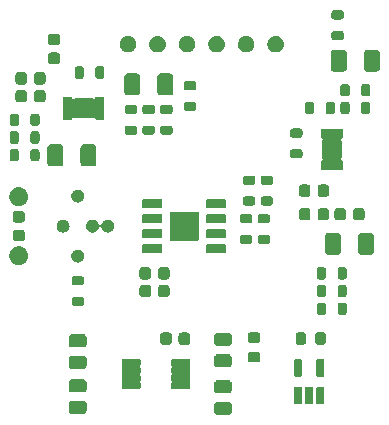
<source format=gbr>
G04 #@! TF.GenerationSoftware,KiCad,Pcbnew,7.0.2*
G04 #@! TF.CreationDate,2023-05-22T10:25:24+09:00*
G04 #@! TF.ProjectId,ATIK_LED_Board_rev01_220517,4154494b-5f4c-4454-945f-426f6172645f,rev?*
G04 #@! TF.SameCoordinates,Original*
G04 #@! TF.FileFunction,Soldermask,Top*
G04 #@! TF.FilePolarity,Negative*
%FSLAX46Y46*%
G04 Gerber Fmt 4.6, Leading zero omitted, Abs format (unit mm)*
G04 Created by KiCad (PCBNEW 7.0.2) date 2023-05-22 10:25:24*
%MOMM*%
%LPD*%
G01*
G04 APERTURE LIST*
G04 APERTURE END LIST*
G36*
X107513914Y-134791995D02*
G01*
X107529726Y-134798976D01*
X107537531Y-134800213D01*
X107570039Y-134816776D01*
X107615106Y-134836676D01*
X107693324Y-134914894D01*
X107713226Y-134959967D01*
X107729786Y-134992468D01*
X107731021Y-135000270D01*
X107738005Y-135016086D01*
X107746000Y-135085000D01*
X107746000Y-135610000D01*
X107738005Y-135678914D01*
X107731021Y-135694729D01*
X107729786Y-135702531D01*
X107713229Y-135735024D01*
X107693324Y-135780106D01*
X107615106Y-135858324D01*
X107570024Y-135878229D01*
X107537531Y-135894786D01*
X107529729Y-135896021D01*
X107513914Y-135903005D01*
X107445000Y-135911000D01*
X106545000Y-135911000D01*
X106476086Y-135903005D01*
X106460270Y-135896021D01*
X106452468Y-135894786D01*
X106419967Y-135878226D01*
X106374894Y-135858324D01*
X106296676Y-135780106D01*
X106276776Y-135735039D01*
X106260213Y-135702531D01*
X106258976Y-135694726D01*
X106251995Y-135678914D01*
X106244000Y-135610000D01*
X106244000Y-135085000D01*
X106251995Y-135016086D01*
X106258976Y-135000274D01*
X106260213Y-134992468D01*
X106276780Y-134959953D01*
X106296676Y-134914894D01*
X106374894Y-134836676D01*
X106419953Y-134816780D01*
X106452468Y-134800213D01*
X106460274Y-134798976D01*
X106476086Y-134791995D01*
X106545000Y-134784000D01*
X107445000Y-134784000D01*
X107513914Y-134791995D01*
G37*
G36*
X119798914Y-134866995D02*
G01*
X119814726Y-134873976D01*
X119822531Y-134875213D01*
X119855039Y-134891776D01*
X119900106Y-134911676D01*
X119978324Y-134989894D01*
X119998226Y-135034967D01*
X120014786Y-135067468D01*
X120016021Y-135075270D01*
X120023005Y-135091086D01*
X120031000Y-135160000D01*
X120031000Y-135685000D01*
X120023005Y-135753914D01*
X120016021Y-135769729D01*
X120014786Y-135777531D01*
X119998229Y-135810024D01*
X119978324Y-135855106D01*
X119900106Y-135933324D01*
X119855024Y-135953229D01*
X119822531Y-135969786D01*
X119814729Y-135971021D01*
X119798914Y-135978005D01*
X119730000Y-135986000D01*
X118830000Y-135986000D01*
X118761086Y-135978005D01*
X118745270Y-135971021D01*
X118737468Y-135969786D01*
X118704967Y-135953226D01*
X118659894Y-135933324D01*
X118581676Y-135855106D01*
X118561776Y-135810039D01*
X118545213Y-135777531D01*
X118543976Y-135769726D01*
X118536995Y-135753914D01*
X118529000Y-135685000D01*
X118529000Y-135160000D01*
X118536995Y-135091086D01*
X118543976Y-135075274D01*
X118545213Y-135067468D01*
X118561780Y-135034953D01*
X118581676Y-134989894D01*
X118659894Y-134911676D01*
X118704953Y-134891780D01*
X118737468Y-134875213D01*
X118745274Y-134873976D01*
X118761086Y-134866995D01*
X118830000Y-134859000D01*
X119730000Y-134859000D01*
X119798914Y-134866995D01*
G37*
G36*
X107513914Y-130979495D02*
G01*
X107529726Y-130986476D01*
X107537531Y-130987713D01*
X107570039Y-131004276D01*
X107615106Y-131024176D01*
X107693324Y-131102394D01*
X107713226Y-131147467D01*
X107729786Y-131179968D01*
X107731021Y-131187770D01*
X107738005Y-131203586D01*
X107746000Y-131272500D01*
X107746000Y-131797500D01*
X107738005Y-131866414D01*
X107731021Y-131882229D01*
X107729786Y-131890031D01*
X107713229Y-131922524D01*
X107693324Y-131967606D01*
X107615106Y-132045824D01*
X107570024Y-132065729D01*
X107537531Y-132082286D01*
X107529729Y-132083521D01*
X107513914Y-132090505D01*
X107445000Y-132098500D01*
X106545000Y-132098500D01*
X106476086Y-132090505D01*
X106460270Y-132083521D01*
X106452468Y-132082286D01*
X106419967Y-132065726D01*
X106374894Y-132045824D01*
X106296676Y-131967606D01*
X106276776Y-131922539D01*
X106260213Y-131890031D01*
X106258976Y-131882226D01*
X106251995Y-131866414D01*
X106244000Y-131797500D01*
X106244000Y-131272500D01*
X106251995Y-131203586D01*
X106258976Y-131187774D01*
X106260213Y-131179968D01*
X106276780Y-131147453D01*
X106296676Y-131102394D01*
X106374894Y-131024176D01*
X106419953Y-131004280D01*
X106452468Y-130987713D01*
X106460274Y-130986476D01*
X106476086Y-130979495D01*
X106545000Y-130971500D01*
X107445000Y-130971500D01*
X107513914Y-130979495D01*
G37*
G36*
X112245719Y-131272358D02*
G01*
X112281340Y-131296160D01*
X112305142Y-131331781D01*
X112313500Y-131373800D01*
X112313500Y-131746200D01*
X112305142Y-131788219D01*
X112281340Y-131823840D01*
X112276119Y-131827328D01*
X112262922Y-131847079D01*
X112262922Y-131922916D01*
X112276124Y-131942674D01*
X112281340Y-131946160D01*
X112305142Y-131981781D01*
X112313500Y-132023800D01*
X112313500Y-132396200D01*
X112305142Y-132438219D01*
X112281340Y-132473840D01*
X112276119Y-132477328D01*
X112262922Y-132497079D01*
X112262922Y-132572916D01*
X112276124Y-132592674D01*
X112281340Y-132596160D01*
X112305142Y-132631781D01*
X112313500Y-132673800D01*
X112313500Y-133046200D01*
X112305142Y-133088219D01*
X112281340Y-133123840D01*
X112276121Y-133127327D01*
X112262922Y-133147082D01*
X112262922Y-133222918D01*
X112276121Y-133242673D01*
X112281340Y-133246160D01*
X112305142Y-133281781D01*
X112313500Y-133323800D01*
X112313500Y-133696200D01*
X112305142Y-133738219D01*
X112281340Y-133773840D01*
X112245719Y-133797642D01*
X112203700Y-133806000D01*
X110821300Y-133806000D01*
X110779281Y-133797642D01*
X110743660Y-133773840D01*
X110719858Y-133738219D01*
X110711500Y-133696200D01*
X110711500Y-133323800D01*
X110719858Y-133281781D01*
X110743660Y-133246160D01*
X110748873Y-133242676D01*
X110762077Y-133222915D01*
X110762077Y-133147080D01*
X110748878Y-133127326D01*
X110743660Y-133123840D01*
X110719858Y-133088219D01*
X110711500Y-133046200D01*
X110711500Y-132673800D01*
X110719858Y-132631781D01*
X110743660Y-132596160D01*
X110748875Y-132592675D01*
X110762077Y-132572917D01*
X110762077Y-132497083D01*
X110748875Y-132477324D01*
X110743660Y-132473840D01*
X110719858Y-132438219D01*
X110711500Y-132396200D01*
X110711500Y-132023800D01*
X110719858Y-131981781D01*
X110743660Y-131946160D01*
X110748875Y-131942675D01*
X110762077Y-131922917D01*
X110762077Y-131847083D01*
X110748875Y-131827324D01*
X110743660Y-131823840D01*
X110719858Y-131788219D01*
X110711500Y-131746200D01*
X110711500Y-131373800D01*
X110719858Y-131331781D01*
X110743660Y-131296160D01*
X110779281Y-131272358D01*
X110821300Y-131264000D01*
X112203700Y-131264000D01*
X112245719Y-131272358D01*
G37*
G36*
X116455719Y-131272358D02*
G01*
X116491340Y-131296160D01*
X116515142Y-131331781D01*
X116523500Y-131373800D01*
X116523500Y-131746200D01*
X116515142Y-131788219D01*
X116491340Y-131823840D01*
X116486121Y-131827327D01*
X116472922Y-131847082D01*
X116472922Y-131922918D01*
X116486121Y-131942673D01*
X116491340Y-131946160D01*
X116515142Y-131981781D01*
X116523500Y-132023800D01*
X116523500Y-132396200D01*
X116515142Y-132438219D01*
X116491340Y-132473840D01*
X116486119Y-132477328D01*
X116472922Y-132497079D01*
X116472922Y-132572916D01*
X116486124Y-132592674D01*
X116491340Y-132596160D01*
X116515142Y-132631781D01*
X116523500Y-132673800D01*
X116523500Y-133046200D01*
X116515142Y-133088219D01*
X116491340Y-133123840D01*
X116486119Y-133127328D01*
X116472922Y-133147079D01*
X116472922Y-133222916D01*
X116486124Y-133242674D01*
X116491340Y-133246160D01*
X116515142Y-133281781D01*
X116523500Y-133323800D01*
X116523500Y-133696200D01*
X116515142Y-133738219D01*
X116491340Y-133773840D01*
X116455719Y-133797642D01*
X116413700Y-133806000D01*
X115031300Y-133806000D01*
X114989281Y-133797642D01*
X114953660Y-133773840D01*
X114929858Y-133738219D01*
X114921500Y-133696200D01*
X114921500Y-133323800D01*
X114929858Y-133281781D01*
X114953660Y-133246160D01*
X114958875Y-133242675D01*
X114972077Y-133222917D01*
X114972077Y-133147083D01*
X114958875Y-133127324D01*
X114953660Y-133123840D01*
X114929858Y-133088219D01*
X114921500Y-133046200D01*
X114921500Y-132673800D01*
X114929858Y-132631781D01*
X114953660Y-132596160D01*
X114958873Y-132592676D01*
X114972077Y-132572915D01*
X114972077Y-132497080D01*
X114958878Y-132477326D01*
X114953660Y-132473840D01*
X114929858Y-132438219D01*
X114921500Y-132396200D01*
X114921500Y-132023800D01*
X114929858Y-131981781D01*
X114953660Y-131946160D01*
X114958873Y-131942676D01*
X114972077Y-131922915D01*
X114972077Y-131847080D01*
X114958878Y-131827326D01*
X114953660Y-131823840D01*
X114929858Y-131788219D01*
X114921500Y-131746200D01*
X114921500Y-131373800D01*
X114929858Y-131331781D01*
X114953660Y-131296160D01*
X114989281Y-131272358D01*
X115031300Y-131264000D01*
X116413700Y-131264000D01*
X116455719Y-131272358D01*
G37*
G36*
X119798914Y-133041995D02*
G01*
X119814726Y-133048976D01*
X119822531Y-133050213D01*
X119855039Y-133066776D01*
X119900106Y-133086676D01*
X119978324Y-133164894D01*
X119998226Y-133209967D01*
X120014786Y-133242468D01*
X120016021Y-133250270D01*
X120023005Y-133266086D01*
X120031000Y-133335000D01*
X120031000Y-133860000D01*
X120023005Y-133928914D01*
X120016021Y-133944729D01*
X120014786Y-133952531D01*
X119998229Y-133985024D01*
X119978324Y-134030106D01*
X119900106Y-134108324D01*
X119855024Y-134128229D01*
X119822531Y-134144786D01*
X119814729Y-134146021D01*
X119798914Y-134153005D01*
X119730000Y-134161000D01*
X118830000Y-134161000D01*
X118761086Y-134153005D01*
X118745270Y-134146021D01*
X118737468Y-134144786D01*
X118704967Y-134128226D01*
X118659894Y-134108324D01*
X118581676Y-134030106D01*
X118561776Y-133985039D01*
X118545213Y-133952531D01*
X118543976Y-133944726D01*
X118536995Y-133928914D01*
X118529000Y-133860000D01*
X118529000Y-133335000D01*
X118536995Y-133266086D01*
X118543976Y-133250274D01*
X118545213Y-133242468D01*
X118561780Y-133209953D01*
X118581676Y-133164894D01*
X118659894Y-133086676D01*
X118704953Y-133066780D01*
X118737468Y-133050213D01*
X118745274Y-133048976D01*
X118761086Y-133041995D01*
X118830000Y-133034000D01*
X119730000Y-133034000D01*
X119798914Y-133041995D01*
G37*
G36*
X125908095Y-133627373D02*
G01*
X125943782Y-133651218D01*
X125967627Y-133686905D01*
X125976000Y-133729000D01*
X125976000Y-134981000D01*
X125967627Y-135023095D01*
X125943782Y-135058782D01*
X125908095Y-135082627D01*
X125866000Y-135091000D01*
X125394000Y-135091000D01*
X125351905Y-135082627D01*
X125316218Y-135058782D01*
X125292373Y-135023095D01*
X125284000Y-134981000D01*
X125284000Y-133729000D01*
X125292373Y-133686905D01*
X125316218Y-133651218D01*
X125351905Y-133627373D01*
X125394000Y-133619000D01*
X125866000Y-133619000D01*
X125908095Y-133627373D01*
G37*
G36*
X126858095Y-133627373D02*
G01*
X126893782Y-133651218D01*
X126917627Y-133686905D01*
X126926000Y-133729000D01*
X126926000Y-134981000D01*
X126917627Y-135023095D01*
X126893782Y-135058782D01*
X126858095Y-135082627D01*
X126816000Y-135091000D01*
X126344000Y-135091000D01*
X126301905Y-135082627D01*
X126266218Y-135058782D01*
X126242373Y-135023095D01*
X126234000Y-134981000D01*
X126234000Y-133729000D01*
X126242373Y-133686905D01*
X126266218Y-133651218D01*
X126301905Y-133627373D01*
X126344000Y-133619000D01*
X126816000Y-133619000D01*
X126858095Y-133627373D01*
G37*
G36*
X127808095Y-133627373D02*
G01*
X127843782Y-133651218D01*
X127867627Y-133686905D01*
X127876000Y-133729000D01*
X127876000Y-134981000D01*
X127867627Y-135023095D01*
X127843782Y-135058782D01*
X127808095Y-135082627D01*
X127766000Y-135091000D01*
X127294000Y-135091000D01*
X127251905Y-135082627D01*
X127216218Y-135058782D01*
X127192373Y-135023095D01*
X127184000Y-134981000D01*
X127184000Y-133729000D01*
X127192373Y-133686905D01*
X127216218Y-133651218D01*
X127251905Y-133627373D01*
X127294000Y-133619000D01*
X127766000Y-133619000D01*
X127808095Y-133627373D01*
G37*
G36*
X107513914Y-132966995D02*
G01*
X107529726Y-132973976D01*
X107537531Y-132975213D01*
X107570039Y-132991776D01*
X107615106Y-133011676D01*
X107693324Y-133089894D01*
X107713226Y-133134967D01*
X107729786Y-133167468D01*
X107731021Y-133175270D01*
X107738005Y-133191086D01*
X107746000Y-133260000D01*
X107746000Y-133785000D01*
X107738005Y-133853914D01*
X107731021Y-133869729D01*
X107729786Y-133877531D01*
X107713229Y-133910024D01*
X107693324Y-133955106D01*
X107615106Y-134033324D01*
X107570024Y-134053229D01*
X107537531Y-134069786D01*
X107529729Y-134071021D01*
X107513914Y-134078005D01*
X107445000Y-134086000D01*
X106545000Y-134086000D01*
X106476086Y-134078005D01*
X106460270Y-134071021D01*
X106452468Y-134069786D01*
X106419967Y-134053226D01*
X106374894Y-134033324D01*
X106296676Y-133955106D01*
X106276776Y-133910039D01*
X106260213Y-133877531D01*
X106258976Y-133869726D01*
X106251995Y-133853914D01*
X106244000Y-133785000D01*
X106244000Y-133260000D01*
X106251995Y-133191086D01*
X106258976Y-133175274D01*
X106260213Y-133167468D01*
X106276780Y-133134953D01*
X106296676Y-133089894D01*
X106374894Y-133011676D01*
X106419953Y-132991780D01*
X106452468Y-132975213D01*
X106460274Y-132973976D01*
X106476086Y-132966995D01*
X106545000Y-132959000D01*
X107445000Y-132959000D01*
X107513914Y-132966995D01*
G37*
G36*
X122219793Y-130648931D02*
G01*
X122264933Y-130655508D01*
X122273217Y-130659558D01*
X122291054Y-130663106D01*
X122319897Y-130682378D01*
X122339844Y-130692130D01*
X122350622Y-130702908D01*
X122372484Y-130717516D01*
X122387091Y-130739377D01*
X122397869Y-130750155D01*
X122407619Y-130770099D01*
X122426894Y-130798946D01*
X122430442Y-130816783D01*
X122434491Y-130825066D01*
X122441065Y-130870190D01*
X122446000Y-130895000D01*
X122446000Y-131295000D01*
X122441064Y-131319812D01*
X122434491Y-131364933D01*
X122430442Y-131373214D01*
X122426894Y-131391054D01*
X122407617Y-131419903D01*
X122397869Y-131439844D01*
X122387093Y-131450619D01*
X122372484Y-131472484D01*
X122350619Y-131487093D01*
X122339844Y-131497869D01*
X122319903Y-131507617D01*
X122291054Y-131526894D01*
X122273214Y-131530442D01*
X122264933Y-131534491D01*
X122219812Y-131541064D01*
X122195000Y-131546000D01*
X121645000Y-131546000D01*
X121620190Y-131541065D01*
X121575066Y-131534491D01*
X121566783Y-131530442D01*
X121548946Y-131526894D01*
X121520099Y-131507619D01*
X121500155Y-131497869D01*
X121489377Y-131487091D01*
X121467516Y-131472484D01*
X121452908Y-131450622D01*
X121442130Y-131439844D01*
X121432378Y-131419897D01*
X121413106Y-131391054D01*
X121409558Y-131373217D01*
X121405508Y-131364933D01*
X121398931Y-131319793D01*
X121394000Y-131295000D01*
X121394000Y-130895000D01*
X121398931Y-130870209D01*
X121405508Y-130825066D01*
X121409558Y-130816780D01*
X121413106Y-130798946D01*
X121432376Y-130770105D01*
X121442130Y-130750155D01*
X121452910Y-130739374D01*
X121467516Y-130717516D01*
X121489374Y-130702910D01*
X121500155Y-130692130D01*
X121520105Y-130682376D01*
X121548946Y-130663106D01*
X121566780Y-130659558D01*
X121575066Y-130655508D01*
X121620209Y-130648931D01*
X121645000Y-130644000D01*
X122195000Y-130644000D01*
X122219793Y-130648931D01*
G37*
G36*
X125908095Y-131277373D02*
G01*
X125943782Y-131301218D01*
X125967627Y-131336905D01*
X125976000Y-131379000D01*
X125976000Y-132631000D01*
X125967627Y-132673095D01*
X125943782Y-132708782D01*
X125908095Y-132732627D01*
X125866000Y-132741000D01*
X125394000Y-132741000D01*
X125351905Y-132732627D01*
X125316218Y-132708782D01*
X125292373Y-132673095D01*
X125284000Y-132631000D01*
X125284000Y-131379000D01*
X125292373Y-131336905D01*
X125316218Y-131301218D01*
X125351905Y-131277373D01*
X125394000Y-131269000D01*
X125866000Y-131269000D01*
X125908095Y-131277373D01*
G37*
G36*
X127808095Y-131277373D02*
G01*
X127843782Y-131301218D01*
X127867627Y-131336905D01*
X127876000Y-131379000D01*
X127876000Y-132631000D01*
X127867627Y-132673095D01*
X127843782Y-132708782D01*
X127808095Y-132732627D01*
X127766000Y-132741000D01*
X127294000Y-132741000D01*
X127251905Y-132732627D01*
X127216218Y-132708782D01*
X127192373Y-132673095D01*
X127184000Y-132631000D01*
X127184000Y-131379000D01*
X127192373Y-131336905D01*
X127216218Y-131301218D01*
X127251905Y-131277373D01*
X127294000Y-131269000D01*
X127766000Y-131269000D01*
X127808095Y-131277373D01*
G37*
G36*
X119798914Y-130846995D02*
G01*
X119814726Y-130853976D01*
X119822531Y-130855213D01*
X119855039Y-130871776D01*
X119900106Y-130891676D01*
X119978324Y-130969894D01*
X119998226Y-131014967D01*
X120014786Y-131047468D01*
X120016021Y-131055270D01*
X120023005Y-131071086D01*
X120031000Y-131140000D01*
X120031000Y-131665000D01*
X120023005Y-131733914D01*
X120016021Y-131749729D01*
X120014786Y-131757531D01*
X119998229Y-131790024D01*
X119978324Y-131835106D01*
X119900106Y-131913324D01*
X119855024Y-131933229D01*
X119822531Y-131949786D01*
X119814729Y-131951021D01*
X119798914Y-131958005D01*
X119730000Y-131966000D01*
X118830000Y-131966000D01*
X118761086Y-131958005D01*
X118745270Y-131951021D01*
X118737468Y-131949786D01*
X118704967Y-131933226D01*
X118659894Y-131913324D01*
X118581676Y-131835106D01*
X118561776Y-131790039D01*
X118545213Y-131757531D01*
X118543976Y-131749726D01*
X118536995Y-131733914D01*
X118529000Y-131665000D01*
X118529000Y-131140000D01*
X118536995Y-131071086D01*
X118543976Y-131055274D01*
X118545213Y-131047468D01*
X118561780Y-131014953D01*
X118581676Y-130969894D01*
X118659894Y-130891676D01*
X118704953Y-130871780D01*
X118737468Y-130855213D01*
X118745274Y-130853976D01*
X118761086Y-130846995D01*
X118830000Y-130839000D01*
X119730000Y-130839000D01*
X119798914Y-130846995D01*
G37*
G36*
X107513914Y-129154495D02*
G01*
X107529726Y-129161476D01*
X107537531Y-129162713D01*
X107570039Y-129179276D01*
X107615106Y-129199176D01*
X107693324Y-129277394D01*
X107713226Y-129322467D01*
X107729786Y-129354968D01*
X107731021Y-129362770D01*
X107738005Y-129378586D01*
X107746000Y-129447500D01*
X107746000Y-129972500D01*
X107738005Y-130041414D01*
X107731021Y-130057229D01*
X107729786Y-130065031D01*
X107713229Y-130097524D01*
X107693324Y-130142606D01*
X107615106Y-130220824D01*
X107570024Y-130240729D01*
X107537531Y-130257286D01*
X107529729Y-130258521D01*
X107513914Y-130265505D01*
X107445000Y-130273500D01*
X106545000Y-130273500D01*
X106476086Y-130265505D01*
X106460270Y-130258521D01*
X106452468Y-130257286D01*
X106419967Y-130240726D01*
X106374894Y-130220824D01*
X106296676Y-130142606D01*
X106276776Y-130097539D01*
X106260213Y-130065031D01*
X106258976Y-130057226D01*
X106251995Y-130041414D01*
X106244000Y-129972500D01*
X106244000Y-129447500D01*
X106251995Y-129378586D01*
X106258976Y-129362774D01*
X106260213Y-129354968D01*
X106276780Y-129322453D01*
X106296676Y-129277394D01*
X106374894Y-129199176D01*
X106419953Y-129179280D01*
X106452468Y-129162713D01*
X106460274Y-129161476D01*
X106476086Y-129154495D01*
X106545000Y-129146500D01*
X107445000Y-129146500D01*
X107513914Y-129154495D01*
G37*
G36*
X114735933Y-129016644D02*
G01*
X114782306Y-129023989D01*
X114788357Y-129027072D01*
X114803121Y-129030009D01*
X114832025Y-129049323D01*
X114858811Y-129062971D01*
X114871618Y-129075778D01*
X114892661Y-129089839D01*
X114906721Y-129110881D01*
X114919528Y-129123688D01*
X114933174Y-129150471D01*
X114952491Y-129179379D01*
X114955427Y-129194144D01*
X114958510Y-129200193D01*
X114965851Y-129246545D01*
X114973500Y-129285000D01*
X114973500Y-129785000D01*
X114965850Y-129823458D01*
X114958510Y-129869806D01*
X114955428Y-129875854D01*
X114952491Y-129890621D01*
X114933172Y-129919532D01*
X114919528Y-129946311D01*
X114906723Y-129959115D01*
X114892661Y-129980161D01*
X114871615Y-129994223D01*
X114858811Y-130007028D01*
X114832032Y-130020672D01*
X114803121Y-130039991D01*
X114788354Y-130042928D01*
X114782306Y-130046010D01*
X114735958Y-130053350D01*
X114697500Y-130061000D01*
X114247500Y-130061000D01*
X114209045Y-130053351D01*
X114162693Y-130046010D01*
X114156644Y-130042927D01*
X114141879Y-130039991D01*
X114112971Y-130020674D01*
X114086188Y-130007028D01*
X114073381Y-129994221D01*
X114052339Y-129980161D01*
X114038278Y-129959118D01*
X114025471Y-129946311D01*
X114011823Y-129919525D01*
X113992509Y-129890621D01*
X113989572Y-129875857D01*
X113986489Y-129869806D01*
X113979144Y-129823433D01*
X113971500Y-129785000D01*
X113971500Y-129285000D01*
X113979144Y-129246570D01*
X113986489Y-129200193D01*
X113989572Y-129194141D01*
X113992509Y-129179379D01*
X114011820Y-129150477D01*
X114025471Y-129123688D01*
X114038280Y-129110878D01*
X114052339Y-129089839D01*
X114073378Y-129075780D01*
X114086188Y-129062971D01*
X114112977Y-129049320D01*
X114141879Y-129030009D01*
X114156641Y-129027072D01*
X114162693Y-129023989D01*
X114209070Y-129016644D01*
X114247500Y-129009000D01*
X114697500Y-129009000D01*
X114735933Y-129016644D01*
G37*
G36*
X116285933Y-129016644D02*
G01*
X116332306Y-129023989D01*
X116338357Y-129027072D01*
X116353121Y-129030009D01*
X116382025Y-129049323D01*
X116408811Y-129062971D01*
X116421618Y-129075778D01*
X116442661Y-129089839D01*
X116456721Y-129110881D01*
X116469528Y-129123688D01*
X116483174Y-129150471D01*
X116502491Y-129179379D01*
X116505427Y-129194144D01*
X116508510Y-129200193D01*
X116515851Y-129246545D01*
X116523500Y-129285000D01*
X116523500Y-129785000D01*
X116515850Y-129823458D01*
X116508510Y-129869806D01*
X116505428Y-129875854D01*
X116502491Y-129890621D01*
X116483172Y-129919532D01*
X116469528Y-129946311D01*
X116456723Y-129959115D01*
X116442661Y-129980161D01*
X116421615Y-129994223D01*
X116408811Y-130007028D01*
X116382032Y-130020672D01*
X116353121Y-130039991D01*
X116338354Y-130042928D01*
X116332306Y-130046010D01*
X116285958Y-130053350D01*
X116247500Y-130061000D01*
X115797500Y-130061000D01*
X115759045Y-130053351D01*
X115712693Y-130046010D01*
X115706644Y-130042927D01*
X115691879Y-130039991D01*
X115662971Y-130020674D01*
X115636188Y-130007028D01*
X115623381Y-129994221D01*
X115602339Y-129980161D01*
X115588278Y-129959118D01*
X115575471Y-129946311D01*
X115561823Y-129919525D01*
X115542509Y-129890621D01*
X115539572Y-129875857D01*
X115536489Y-129869806D01*
X115529144Y-129823433D01*
X115521500Y-129785000D01*
X115521500Y-129285000D01*
X115529144Y-129246570D01*
X115536489Y-129200193D01*
X115539572Y-129194141D01*
X115542509Y-129179379D01*
X115561820Y-129150477D01*
X115575471Y-129123688D01*
X115588280Y-129110878D01*
X115602339Y-129089839D01*
X115623378Y-129075780D01*
X115636188Y-129062971D01*
X115662977Y-129049320D01*
X115691879Y-129030009D01*
X115706641Y-129027072D01*
X115712693Y-129023989D01*
X115759070Y-129016644D01*
X115797500Y-129009000D01*
X116247500Y-129009000D01*
X116285933Y-129016644D01*
G37*
G36*
X119798914Y-129021995D02*
G01*
X119814726Y-129028976D01*
X119822531Y-129030213D01*
X119855039Y-129046776D01*
X119900106Y-129066676D01*
X119978324Y-129144894D01*
X119998226Y-129189967D01*
X120014786Y-129222468D01*
X120016021Y-129230270D01*
X120023005Y-129246086D01*
X120031000Y-129315000D01*
X120031000Y-129840000D01*
X120023005Y-129908914D01*
X120016021Y-129924729D01*
X120014786Y-129932531D01*
X119998229Y-129965024D01*
X119978324Y-130010106D01*
X119900106Y-130088324D01*
X119855024Y-130108229D01*
X119822531Y-130124786D01*
X119814729Y-130126021D01*
X119798914Y-130133005D01*
X119730000Y-130141000D01*
X118830000Y-130141000D01*
X118761086Y-130133005D01*
X118745270Y-130126021D01*
X118737468Y-130124786D01*
X118704967Y-130108226D01*
X118659894Y-130088324D01*
X118581676Y-130010106D01*
X118561776Y-129965039D01*
X118545213Y-129932531D01*
X118543976Y-129924726D01*
X118536995Y-129908914D01*
X118529000Y-129840000D01*
X118529000Y-129315000D01*
X118536995Y-129246086D01*
X118543976Y-129230274D01*
X118545213Y-129222468D01*
X118561780Y-129189953D01*
X118581676Y-129144894D01*
X118659894Y-129066676D01*
X118704953Y-129046780D01*
X118737468Y-129030213D01*
X118745274Y-129028976D01*
X118761086Y-129021995D01*
X118830000Y-129014000D01*
X119730000Y-129014000D01*
X119798914Y-129021995D01*
G37*
G36*
X122219793Y-128998931D02*
G01*
X122264933Y-129005508D01*
X122273217Y-129009558D01*
X122291054Y-129013106D01*
X122319897Y-129032378D01*
X122339844Y-129042130D01*
X122350622Y-129052908D01*
X122372484Y-129067516D01*
X122387091Y-129089377D01*
X122397869Y-129100155D01*
X122407619Y-129120099D01*
X122426894Y-129148946D01*
X122430442Y-129166783D01*
X122434491Y-129175066D01*
X122441065Y-129220190D01*
X122446000Y-129245000D01*
X122446000Y-129645000D01*
X122441064Y-129669812D01*
X122434491Y-129714933D01*
X122430442Y-129723214D01*
X122426894Y-129741054D01*
X122407617Y-129769903D01*
X122397869Y-129789844D01*
X122387093Y-129800619D01*
X122372484Y-129822484D01*
X122350619Y-129837093D01*
X122339844Y-129847869D01*
X122319903Y-129857617D01*
X122291054Y-129876894D01*
X122273214Y-129880442D01*
X122264933Y-129884491D01*
X122219812Y-129891064D01*
X122195000Y-129896000D01*
X121645000Y-129896000D01*
X121620190Y-129891065D01*
X121575066Y-129884491D01*
X121566783Y-129880442D01*
X121548946Y-129876894D01*
X121520099Y-129857619D01*
X121500155Y-129847869D01*
X121489377Y-129837091D01*
X121467516Y-129822484D01*
X121452908Y-129800622D01*
X121442130Y-129789844D01*
X121432378Y-129769897D01*
X121413106Y-129741054D01*
X121409558Y-129723217D01*
X121405508Y-129714933D01*
X121398931Y-129669793D01*
X121394000Y-129645000D01*
X121394000Y-129245000D01*
X121398931Y-129220209D01*
X121405508Y-129175066D01*
X121409558Y-129166780D01*
X121413106Y-129148946D01*
X121432376Y-129120105D01*
X121442130Y-129100155D01*
X121452910Y-129089374D01*
X121467516Y-129067516D01*
X121489374Y-129052910D01*
X121500155Y-129042130D01*
X121520105Y-129032376D01*
X121548946Y-129013106D01*
X121566780Y-129009558D01*
X121575066Y-129005508D01*
X121620209Y-128998931D01*
X121645000Y-128994000D01*
X122195000Y-128994000D01*
X122219793Y-128998931D01*
G37*
G36*
X126109793Y-128998931D02*
G01*
X126154933Y-129005508D01*
X126163217Y-129009558D01*
X126181054Y-129013106D01*
X126209897Y-129032378D01*
X126229844Y-129042130D01*
X126240622Y-129052908D01*
X126262484Y-129067516D01*
X126277091Y-129089377D01*
X126287869Y-129100155D01*
X126297619Y-129120099D01*
X126316894Y-129148946D01*
X126320442Y-129166783D01*
X126324491Y-129175066D01*
X126331065Y-129220190D01*
X126336000Y-129245000D01*
X126336000Y-129795000D01*
X126331064Y-129819812D01*
X126324491Y-129864933D01*
X126320442Y-129873214D01*
X126316894Y-129891054D01*
X126297617Y-129919903D01*
X126287869Y-129939844D01*
X126277093Y-129950619D01*
X126262484Y-129972484D01*
X126240619Y-129987093D01*
X126229844Y-129997869D01*
X126209903Y-130007617D01*
X126181054Y-130026894D01*
X126163214Y-130030442D01*
X126154933Y-130034491D01*
X126109812Y-130041064D01*
X126085000Y-130046000D01*
X125685000Y-130046000D01*
X125660190Y-130041065D01*
X125615066Y-130034491D01*
X125606783Y-130030442D01*
X125588946Y-130026894D01*
X125560099Y-130007619D01*
X125540155Y-129997869D01*
X125529377Y-129987091D01*
X125507516Y-129972484D01*
X125492908Y-129950622D01*
X125482130Y-129939844D01*
X125472378Y-129919897D01*
X125453106Y-129891054D01*
X125449558Y-129873217D01*
X125445508Y-129864933D01*
X125438931Y-129819793D01*
X125434000Y-129795000D01*
X125434000Y-129245000D01*
X125438931Y-129220209D01*
X125445508Y-129175066D01*
X125449558Y-129166780D01*
X125453106Y-129148946D01*
X125472376Y-129120105D01*
X125482130Y-129100155D01*
X125492910Y-129089374D01*
X125507516Y-129067516D01*
X125529374Y-129052910D01*
X125540155Y-129042130D01*
X125560105Y-129032376D01*
X125588946Y-129013106D01*
X125606780Y-129009558D01*
X125615066Y-129005508D01*
X125660209Y-128998931D01*
X125685000Y-128994000D01*
X126085000Y-128994000D01*
X126109793Y-128998931D01*
G37*
G36*
X127759793Y-128998931D02*
G01*
X127804933Y-129005508D01*
X127813217Y-129009558D01*
X127831054Y-129013106D01*
X127859897Y-129032378D01*
X127879844Y-129042130D01*
X127890622Y-129052908D01*
X127912484Y-129067516D01*
X127927091Y-129089377D01*
X127937869Y-129100155D01*
X127947619Y-129120099D01*
X127966894Y-129148946D01*
X127970442Y-129166783D01*
X127974491Y-129175066D01*
X127981065Y-129220190D01*
X127986000Y-129245000D01*
X127986000Y-129795000D01*
X127981064Y-129819812D01*
X127974491Y-129864933D01*
X127970442Y-129873214D01*
X127966894Y-129891054D01*
X127947617Y-129919903D01*
X127937869Y-129939844D01*
X127927093Y-129950619D01*
X127912484Y-129972484D01*
X127890619Y-129987093D01*
X127879844Y-129997869D01*
X127859903Y-130007617D01*
X127831054Y-130026894D01*
X127813214Y-130030442D01*
X127804933Y-130034491D01*
X127759812Y-130041064D01*
X127735000Y-130046000D01*
X127335000Y-130046000D01*
X127310190Y-130041065D01*
X127265066Y-130034491D01*
X127256783Y-130030442D01*
X127238946Y-130026894D01*
X127210099Y-130007619D01*
X127190155Y-129997869D01*
X127179377Y-129987091D01*
X127157516Y-129972484D01*
X127142908Y-129950622D01*
X127132130Y-129939844D01*
X127122378Y-129919897D01*
X127103106Y-129891054D01*
X127099558Y-129873217D01*
X127095508Y-129864933D01*
X127088931Y-129819793D01*
X127084000Y-129795000D01*
X127084000Y-129245000D01*
X127088931Y-129220209D01*
X127095508Y-129175066D01*
X127099558Y-129166780D01*
X127103106Y-129148946D01*
X127122376Y-129120105D01*
X127132130Y-129100155D01*
X127142910Y-129089374D01*
X127157516Y-129067516D01*
X127179374Y-129052910D01*
X127190155Y-129042130D01*
X127210105Y-129032376D01*
X127238946Y-129013106D01*
X127256780Y-129009558D01*
X127265066Y-129005508D01*
X127310209Y-128998931D01*
X127335000Y-128994000D01*
X127735000Y-128994000D01*
X127759793Y-128998931D01*
G37*
G36*
X107323539Y-125992190D02*
G01*
X107361016Y-125997124D01*
X107370443Y-126001519D01*
X107391116Y-126005632D01*
X107418499Y-126023929D01*
X107431718Y-126030093D01*
X107439759Y-126038134D01*
X107462003Y-126052997D01*
X107476865Y-126075240D01*
X107484906Y-126083281D01*
X107491068Y-126096497D01*
X107509368Y-126123884D01*
X107513480Y-126144558D01*
X107517875Y-126153983D01*
X107522807Y-126191449D01*
X107526000Y-126207500D01*
X107526000Y-126542500D01*
X107522806Y-126558553D01*
X107517875Y-126596016D01*
X107513480Y-126605439D01*
X107509368Y-126626116D01*
X107491067Y-126653504D01*
X107484906Y-126666718D01*
X107476867Y-126674756D01*
X107462003Y-126697003D01*
X107439756Y-126711867D01*
X107431718Y-126719906D01*
X107418504Y-126726067D01*
X107391116Y-126744368D01*
X107370439Y-126748480D01*
X107361016Y-126752875D01*
X107323552Y-126757806D01*
X107307500Y-126761000D01*
X106692500Y-126761000D01*
X106676448Y-126757807D01*
X106638983Y-126752875D01*
X106629558Y-126748480D01*
X106608884Y-126744368D01*
X106581497Y-126726068D01*
X106568281Y-126719906D01*
X106560240Y-126711865D01*
X106537997Y-126697003D01*
X106523134Y-126674759D01*
X106515093Y-126666718D01*
X106508929Y-126653499D01*
X106490632Y-126626116D01*
X106486519Y-126605443D01*
X106482124Y-126596016D01*
X106477190Y-126558537D01*
X106474000Y-126542500D01*
X106474000Y-126207500D01*
X106477189Y-126191462D01*
X106482124Y-126153983D01*
X106486520Y-126144555D01*
X106490632Y-126123884D01*
X106508927Y-126096502D01*
X106515093Y-126083281D01*
X106523136Y-126075237D01*
X106537997Y-126052997D01*
X106560237Y-126038136D01*
X106568281Y-126030093D01*
X106581502Y-126023927D01*
X106608884Y-126005632D01*
X106629555Y-126001520D01*
X106638983Y-125997124D01*
X106676464Y-125992189D01*
X106692500Y-125989000D01*
X107307500Y-125989000D01*
X107323539Y-125992190D01*
G37*
G36*
X127808539Y-126477190D02*
G01*
X127846016Y-126482124D01*
X127855443Y-126486519D01*
X127876116Y-126490632D01*
X127903499Y-126508929D01*
X127916718Y-126515093D01*
X127924759Y-126523134D01*
X127947003Y-126537997D01*
X127961865Y-126560240D01*
X127969906Y-126568281D01*
X127976068Y-126581497D01*
X127994368Y-126608884D01*
X127998480Y-126629558D01*
X128002875Y-126638983D01*
X128007807Y-126676449D01*
X128011000Y-126692500D01*
X128011000Y-127307500D01*
X128007806Y-127323553D01*
X128002875Y-127361016D01*
X127998480Y-127370439D01*
X127994368Y-127391116D01*
X127976067Y-127418504D01*
X127969906Y-127431718D01*
X127961867Y-127439756D01*
X127947003Y-127462003D01*
X127924756Y-127476867D01*
X127916718Y-127484906D01*
X127903504Y-127491067D01*
X127876116Y-127509368D01*
X127855439Y-127513480D01*
X127846016Y-127517875D01*
X127808552Y-127522806D01*
X127792500Y-127526000D01*
X127457500Y-127526000D01*
X127441448Y-127522807D01*
X127403983Y-127517875D01*
X127394558Y-127513480D01*
X127373884Y-127509368D01*
X127346497Y-127491068D01*
X127333281Y-127484906D01*
X127325240Y-127476865D01*
X127302997Y-127462003D01*
X127288134Y-127439759D01*
X127280093Y-127431718D01*
X127273929Y-127418499D01*
X127255632Y-127391116D01*
X127251519Y-127370443D01*
X127247124Y-127361016D01*
X127242190Y-127323537D01*
X127239000Y-127307500D01*
X127239000Y-126692500D01*
X127242189Y-126676462D01*
X127247124Y-126638983D01*
X127251520Y-126629555D01*
X127255632Y-126608884D01*
X127273927Y-126581502D01*
X127280093Y-126568281D01*
X127288136Y-126560237D01*
X127302997Y-126537997D01*
X127325237Y-126523136D01*
X127333281Y-126515093D01*
X127346502Y-126508927D01*
X127373884Y-126490632D01*
X127394555Y-126486520D01*
X127403983Y-126482124D01*
X127441464Y-126477189D01*
X127457500Y-126474000D01*
X127792500Y-126474000D01*
X127808539Y-126477190D01*
G37*
G36*
X129558539Y-126477190D02*
G01*
X129596016Y-126482124D01*
X129605443Y-126486519D01*
X129626116Y-126490632D01*
X129653499Y-126508929D01*
X129666718Y-126515093D01*
X129674759Y-126523134D01*
X129697003Y-126537997D01*
X129711865Y-126560240D01*
X129719906Y-126568281D01*
X129726068Y-126581497D01*
X129744368Y-126608884D01*
X129748480Y-126629558D01*
X129752875Y-126638983D01*
X129757807Y-126676449D01*
X129761000Y-126692500D01*
X129761000Y-127307500D01*
X129757806Y-127323553D01*
X129752875Y-127361016D01*
X129748480Y-127370439D01*
X129744368Y-127391116D01*
X129726067Y-127418504D01*
X129719906Y-127431718D01*
X129711867Y-127439756D01*
X129697003Y-127462003D01*
X129674756Y-127476867D01*
X129666718Y-127484906D01*
X129653504Y-127491067D01*
X129626116Y-127509368D01*
X129605439Y-127513480D01*
X129596016Y-127517875D01*
X129558552Y-127522806D01*
X129542500Y-127526000D01*
X129207500Y-127526000D01*
X129191448Y-127522807D01*
X129153983Y-127517875D01*
X129144558Y-127513480D01*
X129123884Y-127509368D01*
X129096497Y-127491068D01*
X129083281Y-127484906D01*
X129075240Y-127476865D01*
X129052997Y-127462003D01*
X129038134Y-127439759D01*
X129030093Y-127431718D01*
X129023929Y-127418499D01*
X129005632Y-127391116D01*
X129001519Y-127370443D01*
X128997124Y-127361016D01*
X128992190Y-127323537D01*
X128989000Y-127307500D01*
X128989000Y-126692500D01*
X128992189Y-126676462D01*
X128997124Y-126638983D01*
X129001520Y-126629555D01*
X129005632Y-126608884D01*
X129023927Y-126581502D01*
X129030093Y-126568281D01*
X129038136Y-126560237D01*
X129052997Y-126537997D01*
X129075237Y-126523136D01*
X129083281Y-126515093D01*
X129096502Y-126508927D01*
X129123884Y-126490632D01*
X129144555Y-126486520D01*
X129153983Y-126482124D01*
X129191464Y-126477189D01*
X129207500Y-126474000D01*
X129542500Y-126474000D01*
X129558539Y-126477190D01*
G37*
G36*
X107323539Y-124242190D02*
G01*
X107361016Y-124247124D01*
X107370443Y-124251519D01*
X107391116Y-124255632D01*
X107418499Y-124273929D01*
X107431718Y-124280093D01*
X107439759Y-124288134D01*
X107462003Y-124302997D01*
X107476865Y-124325240D01*
X107484906Y-124333281D01*
X107491068Y-124346497D01*
X107509368Y-124373884D01*
X107513480Y-124394558D01*
X107517875Y-124403983D01*
X107522807Y-124441449D01*
X107526000Y-124457500D01*
X107526000Y-124792500D01*
X107522806Y-124808553D01*
X107517875Y-124846016D01*
X107513480Y-124855439D01*
X107509368Y-124876116D01*
X107491067Y-124903504D01*
X107484906Y-124916718D01*
X107476867Y-124924756D01*
X107462003Y-124947003D01*
X107439756Y-124961867D01*
X107431718Y-124969906D01*
X107418504Y-124976067D01*
X107391116Y-124994368D01*
X107370439Y-124998480D01*
X107361016Y-125002875D01*
X107323552Y-125007806D01*
X107307500Y-125011000D01*
X106692500Y-125011000D01*
X106676448Y-125007807D01*
X106638983Y-125002875D01*
X106629558Y-124998480D01*
X106608884Y-124994368D01*
X106581497Y-124976068D01*
X106568281Y-124969906D01*
X106560240Y-124961865D01*
X106537997Y-124947003D01*
X106523134Y-124924759D01*
X106515093Y-124916718D01*
X106508929Y-124903499D01*
X106490632Y-124876116D01*
X106486519Y-124855443D01*
X106482124Y-124846016D01*
X106477190Y-124808537D01*
X106474000Y-124792500D01*
X106474000Y-124457500D01*
X106477189Y-124441462D01*
X106482124Y-124403983D01*
X106486520Y-124394555D01*
X106490632Y-124373884D01*
X106508927Y-124346502D01*
X106515093Y-124333281D01*
X106523136Y-124325237D01*
X106537997Y-124302997D01*
X106560237Y-124288136D01*
X106568281Y-124280093D01*
X106581502Y-124273927D01*
X106608884Y-124255632D01*
X106629555Y-124251520D01*
X106638983Y-124247124D01*
X106676464Y-124242189D01*
X106692500Y-124239000D01*
X107307500Y-124239000D01*
X107323539Y-124242190D01*
G37*
G36*
X112969694Y-124981646D02*
G01*
X113014126Y-124988684D01*
X113019923Y-124991637D01*
X113034479Y-124994533D01*
X113062973Y-125013572D01*
X113088887Y-125026776D01*
X113101278Y-125039167D01*
X113121992Y-125053008D01*
X113135832Y-125073721D01*
X113148223Y-125086112D01*
X113161425Y-125112023D01*
X113180467Y-125140521D01*
X113183362Y-125155078D01*
X113186315Y-125160873D01*
X113193349Y-125205284D01*
X113201000Y-125243750D01*
X113201000Y-125756250D01*
X113193348Y-125794718D01*
X113186315Y-125839126D01*
X113183362Y-125844919D01*
X113180467Y-125859479D01*
X113161423Y-125887979D01*
X113148223Y-125913887D01*
X113135834Y-125926275D01*
X113121992Y-125946992D01*
X113101275Y-125960834D01*
X113088887Y-125973223D01*
X113062979Y-125986423D01*
X113034479Y-126005467D01*
X113019919Y-126008362D01*
X113014126Y-126011315D01*
X112969718Y-126018348D01*
X112931250Y-126026000D01*
X112493750Y-126026000D01*
X112455284Y-126018349D01*
X112410873Y-126011315D01*
X112405078Y-126008362D01*
X112390521Y-126005467D01*
X112362023Y-125986425D01*
X112336112Y-125973223D01*
X112323721Y-125960832D01*
X112303008Y-125946992D01*
X112289167Y-125926278D01*
X112276776Y-125913887D01*
X112263572Y-125887973D01*
X112244533Y-125859479D01*
X112241637Y-125844923D01*
X112238684Y-125839126D01*
X112231646Y-125794694D01*
X112224000Y-125756250D01*
X112224000Y-125243750D01*
X112231646Y-125205309D01*
X112238684Y-125160873D01*
X112241638Y-125155075D01*
X112244533Y-125140521D01*
X112263570Y-125112029D01*
X112276776Y-125086112D01*
X112289169Y-125073718D01*
X112303008Y-125053008D01*
X112323718Y-125039169D01*
X112336112Y-125026776D01*
X112362029Y-125013570D01*
X112390521Y-124994533D01*
X112405075Y-124991638D01*
X112410873Y-124988684D01*
X112455309Y-124981646D01*
X112493750Y-124974000D01*
X112931250Y-124974000D01*
X112969694Y-124981646D01*
G37*
G36*
X114544694Y-124981646D02*
G01*
X114589126Y-124988684D01*
X114594923Y-124991637D01*
X114609479Y-124994533D01*
X114637973Y-125013572D01*
X114663887Y-125026776D01*
X114676278Y-125039167D01*
X114696992Y-125053008D01*
X114710832Y-125073721D01*
X114723223Y-125086112D01*
X114736425Y-125112023D01*
X114755467Y-125140521D01*
X114758362Y-125155078D01*
X114761315Y-125160873D01*
X114768349Y-125205284D01*
X114776000Y-125243750D01*
X114776000Y-125756250D01*
X114768348Y-125794718D01*
X114761315Y-125839126D01*
X114758362Y-125844919D01*
X114755467Y-125859479D01*
X114736423Y-125887979D01*
X114723223Y-125913887D01*
X114710834Y-125926275D01*
X114696992Y-125946992D01*
X114676275Y-125960834D01*
X114663887Y-125973223D01*
X114637979Y-125986423D01*
X114609479Y-126005467D01*
X114594919Y-126008362D01*
X114589126Y-126011315D01*
X114544718Y-126018348D01*
X114506250Y-126026000D01*
X114068750Y-126026000D01*
X114030284Y-126018349D01*
X113985873Y-126011315D01*
X113980078Y-126008362D01*
X113965521Y-126005467D01*
X113937023Y-125986425D01*
X113911112Y-125973223D01*
X113898721Y-125960832D01*
X113878008Y-125946992D01*
X113864167Y-125926278D01*
X113851776Y-125913887D01*
X113838572Y-125887973D01*
X113819533Y-125859479D01*
X113816637Y-125844923D01*
X113813684Y-125839126D01*
X113806646Y-125794694D01*
X113799000Y-125756250D01*
X113799000Y-125243750D01*
X113806646Y-125205309D01*
X113813684Y-125160873D01*
X113816638Y-125155075D01*
X113819533Y-125140521D01*
X113838570Y-125112029D01*
X113851776Y-125086112D01*
X113864169Y-125073718D01*
X113878008Y-125053008D01*
X113898718Y-125039169D01*
X113911112Y-125026776D01*
X113937029Y-125013570D01*
X113965521Y-124994533D01*
X113980075Y-124991638D01*
X113985873Y-124988684D01*
X114030309Y-124981646D01*
X114068750Y-124974000D01*
X114506250Y-124974000D01*
X114544694Y-124981646D01*
G37*
G36*
X127808539Y-124977190D02*
G01*
X127846016Y-124982124D01*
X127855443Y-124986519D01*
X127876116Y-124990632D01*
X127903499Y-125008929D01*
X127916718Y-125015093D01*
X127924759Y-125023134D01*
X127947003Y-125037997D01*
X127961865Y-125060240D01*
X127969906Y-125068281D01*
X127976068Y-125081497D01*
X127994368Y-125108884D01*
X127998480Y-125129558D01*
X128002875Y-125138983D01*
X128007807Y-125176449D01*
X128011000Y-125192500D01*
X128011000Y-125807500D01*
X128007806Y-125823553D01*
X128002875Y-125861016D01*
X127998480Y-125870439D01*
X127994368Y-125891116D01*
X127976067Y-125918504D01*
X127969906Y-125931718D01*
X127961867Y-125939756D01*
X127947003Y-125962003D01*
X127924756Y-125976867D01*
X127916718Y-125984906D01*
X127903504Y-125991067D01*
X127876116Y-126009368D01*
X127855439Y-126013480D01*
X127846016Y-126017875D01*
X127808552Y-126022806D01*
X127792500Y-126026000D01*
X127457500Y-126026000D01*
X127441448Y-126022807D01*
X127403983Y-126017875D01*
X127394558Y-126013480D01*
X127373884Y-126009368D01*
X127346497Y-125991068D01*
X127333281Y-125984906D01*
X127325240Y-125976865D01*
X127302997Y-125962003D01*
X127288134Y-125939759D01*
X127280093Y-125931718D01*
X127273929Y-125918499D01*
X127255632Y-125891116D01*
X127251519Y-125870443D01*
X127247124Y-125861016D01*
X127242190Y-125823537D01*
X127239000Y-125807500D01*
X127239000Y-125192500D01*
X127242189Y-125176462D01*
X127247124Y-125138983D01*
X127251520Y-125129555D01*
X127255632Y-125108884D01*
X127273927Y-125081502D01*
X127280093Y-125068281D01*
X127288136Y-125060237D01*
X127302997Y-125037997D01*
X127325237Y-125023136D01*
X127333281Y-125015093D01*
X127346502Y-125008927D01*
X127373884Y-124990632D01*
X127394555Y-124986520D01*
X127403983Y-124982124D01*
X127441464Y-124977189D01*
X127457500Y-124974000D01*
X127792500Y-124974000D01*
X127808539Y-124977190D01*
G37*
G36*
X129558539Y-124977190D02*
G01*
X129596016Y-124982124D01*
X129605443Y-124986519D01*
X129626116Y-124990632D01*
X129653499Y-125008929D01*
X129666718Y-125015093D01*
X129674759Y-125023134D01*
X129697003Y-125037997D01*
X129711865Y-125060240D01*
X129719906Y-125068281D01*
X129726068Y-125081497D01*
X129744368Y-125108884D01*
X129748480Y-125129558D01*
X129752875Y-125138983D01*
X129757807Y-125176449D01*
X129761000Y-125192500D01*
X129761000Y-125807500D01*
X129757806Y-125823553D01*
X129752875Y-125861016D01*
X129748480Y-125870439D01*
X129744368Y-125891116D01*
X129726067Y-125918504D01*
X129719906Y-125931718D01*
X129711867Y-125939756D01*
X129697003Y-125962003D01*
X129674756Y-125976867D01*
X129666718Y-125984906D01*
X129653504Y-125991067D01*
X129626116Y-126009368D01*
X129605439Y-126013480D01*
X129596016Y-126017875D01*
X129558552Y-126022806D01*
X129542500Y-126026000D01*
X129207500Y-126026000D01*
X129191448Y-126022807D01*
X129153983Y-126017875D01*
X129144558Y-126013480D01*
X129123884Y-126009368D01*
X129096497Y-125991068D01*
X129083281Y-125984906D01*
X129075240Y-125976865D01*
X129052997Y-125962003D01*
X129038134Y-125939759D01*
X129030093Y-125931718D01*
X129023929Y-125918499D01*
X129005632Y-125891116D01*
X129001519Y-125870443D01*
X128997124Y-125861016D01*
X128992190Y-125823537D01*
X128989000Y-125807500D01*
X128989000Y-125192500D01*
X128992189Y-125176462D01*
X128997124Y-125138983D01*
X129001520Y-125129555D01*
X129005632Y-125108884D01*
X129023927Y-125081502D01*
X129030093Y-125068281D01*
X129038136Y-125060237D01*
X129052997Y-125037997D01*
X129075237Y-125023136D01*
X129083281Y-125015093D01*
X129096502Y-125008927D01*
X129123884Y-124990632D01*
X129144555Y-124986520D01*
X129153983Y-124982124D01*
X129191464Y-124977189D01*
X129207500Y-124974000D01*
X129542500Y-124974000D01*
X129558539Y-124977190D01*
G37*
G36*
X112969694Y-123481646D02*
G01*
X113014126Y-123488684D01*
X113019923Y-123491637D01*
X113034479Y-123494533D01*
X113062973Y-123513572D01*
X113088887Y-123526776D01*
X113101278Y-123539167D01*
X113121992Y-123553008D01*
X113135832Y-123573721D01*
X113148223Y-123586112D01*
X113161425Y-123612023D01*
X113180467Y-123640521D01*
X113183362Y-123655078D01*
X113186315Y-123660873D01*
X113193349Y-123705284D01*
X113201000Y-123743750D01*
X113201000Y-124256250D01*
X113193348Y-124294718D01*
X113186315Y-124339126D01*
X113183362Y-124344919D01*
X113180467Y-124359479D01*
X113161423Y-124387979D01*
X113148223Y-124413887D01*
X113135834Y-124426275D01*
X113121992Y-124446992D01*
X113101275Y-124460834D01*
X113088887Y-124473223D01*
X113062979Y-124486423D01*
X113034479Y-124505467D01*
X113019919Y-124508362D01*
X113014126Y-124511315D01*
X112969718Y-124518348D01*
X112931250Y-124526000D01*
X112493750Y-124526000D01*
X112455284Y-124518349D01*
X112410873Y-124511315D01*
X112405078Y-124508362D01*
X112390521Y-124505467D01*
X112362023Y-124486425D01*
X112336112Y-124473223D01*
X112323721Y-124460832D01*
X112303008Y-124446992D01*
X112289167Y-124426278D01*
X112276776Y-124413887D01*
X112263572Y-124387973D01*
X112244533Y-124359479D01*
X112241637Y-124344923D01*
X112238684Y-124339126D01*
X112231646Y-124294694D01*
X112224000Y-124256250D01*
X112224000Y-123743750D01*
X112231646Y-123705309D01*
X112238684Y-123660873D01*
X112241638Y-123655075D01*
X112244533Y-123640521D01*
X112263570Y-123612029D01*
X112276776Y-123586112D01*
X112289169Y-123573718D01*
X112303008Y-123553008D01*
X112323718Y-123539169D01*
X112336112Y-123526776D01*
X112362029Y-123513570D01*
X112390521Y-123494533D01*
X112405075Y-123491638D01*
X112410873Y-123488684D01*
X112455309Y-123481646D01*
X112493750Y-123474000D01*
X112931250Y-123474000D01*
X112969694Y-123481646D01*
G37*
G36*
X114544694Y-123481646D02*
G01*
X114589126Y-123488684D01*
X114594923Y-123491637D01*
X114609479Y-123494533D01*
X114637973Y-123513572D01*
X114663887Y-123526776D01*
X114676278Y-123539167D01*
X114696992Y-123553008D01*
X114710832Y-123573721D01*
X114723223Y-123586112D01*
X114736425Y-123612023D01*
X114755467Y-123640521D01*
X114758362Y-123655078D01*
X114761315Y-123660873D01*
X114768349Y-123705284D01*
X114776000Y-123743750D01*
X114776000Y-124256250D01*
X114768348Y-124294718D01*
X114761315Y-124339126D01*
X114758362Y-124344919D01*
X114755467Y-124359479D01*
X114736423Y-124387979D01*
X114723223Y-124413887D01*
X114710834Y-124426275D01*
X114696992Y-124446992D01*
X114676275Y-124460834D01*
X114663887Y-124473223D01*
X114637979Y-124486423D01*
X114609479Y-124505467D01*
X114594919Y-124508362D01*
X114589126Y-124511315D01*
X114544718Y-124518348D01*
X114506250Y-124526000D01*
X114068750Y-124526000D01*
X114030284Y-124518349D01*
X113985873Y-124511315D01*
X113980078Y-124508362D01*
X113965521Y-124505467D01*
X113937023Y-124486425D01*
X113911112Y-124473223D01*
X113898721Y-124460832D01*
X113878008Y-124446992D01*
X113864167Y-124426278D01*
X113851776Y-124413887D01*
X113838572Y-124387973D01*
X113819533Y-124359479D01*
X113816637Y-124344923D01*
X113813684Y-124339126D01*
X113806646Y-124294694D01*
X113799000Y-124256250D01*
X113799000Y-123743750D01*
X113806646Y-123705309D01*
X113813684Y-123660873D01*
X113816638Y-123655075D01*
X113819533Y-123640521D01*
X113838570Y-123612029D01*
X113851776Y-123586112D01*
X113864169Y-123573718D01*
X113878008Y-123553008D01*
X113898718Y-123539169D01*
X113911112Y-123526776D01*
X113937029Y-123513570D01*
X113965521Y-123494533D01*
X113980075Y-123491638D01*
X113985873Y-123488684D01*
X114030309Y-123481646D01*
X114068750Y-123474000D01*
X114506250Y-123474000D01*
X114544694Y-123481646D01*
G37*
G36*
X127808539Y-123477190D02*
G01*
X127846016Y-123482124D01*
X127855443Y-123486519D01*
X127876116Y-123490632D01*
X127903499Y-123508929D01*
X127916718Y-123515093D01*
X127924759Y-123523134D01*
X127947003Y-123537997D01*
X127961865Y-123560240D01*
X127969906Y-123568281D01*
X127976068Y-123581497D01*
X127994368Y-123608884D01*
X127998480Y-123629558D01*
X128002875Y-123638983D01*
X128007807Y-123676449D01*
X128011000Y-123692500D01*
X128011000Y-124307500D01*
X128007806Y-124323553D01*
X128002875Y-124361016D01*
X127998480Y-124370439D01*
X127994368Y-124391116D01*
X127976067Y-124418504D01*
X127969906Y-124431718D01*
X127961867Y-124439756D01*
X127947003Y-124462003D01*
X127924756Y-124476867D01*
X127916718Y-124484906D01*
X127903504Y-124491067D01*
X127876116Y-124509368D01*
X127855439Y-124513480D01*
X127846016Y-124517875D01*
X127808552Y-124522806D01*
X127792500Y-124526000D01*
X127457500Y-124526000D01*
X127441448Y-124522807D01*
X127403983Y-124517875D01*
X127394558Y-124513480D01*
X127373884Y-124509368D01*
X127346497Y-124491068D01*
X127333281Y-124484906D01*
X127325240Y-124476865D01*
X127302997Y-124462003D01*
X127288134Y-124439759D01*
X127280093Y-124431718D01*
X127273929Y-124418499D01*
X127255632Y-124391116D01*
X127251519Y-124370443D01*
X127247124Y-124361016D01*
X127242190Y-124323537D01*
X127239000Y-124307500D01*
X127239000Y-123692500D01*
X127242189Y-123676462D01*
X127247124Y-123638983D01*
X127251520Y-123629555D01*
X127255632Y-123608884D01*
X127273927Y-123581502D01*
X127280093Y-123568281D01*
X127288136Y-123560237D01*
X127302997Y-123537997D01*
X127325237Y-123523136D01*
X127333281Y-123515093D01*
X127346502Y-123508927D01*
X127373884Y-123490632D01*
X127394555Y-123486520D01*
X127403983Y-123482124D01*
X127441464Y-123477189D01*
X127457500Y-123474000D01*
X127792500Y-123474000D01*
X127808539Y-123477190D01*
G37*
G36*
X129558539Y-123477190D02*
G01*
X129596016Y-123482124D01*
X129605443Y-123486519D01*
X129626116Y-123490632D01*
X129653499Y-123508929D01*
X129666718Y-123515093D01*
X129674759Y-123523134D01*
X129697003Y-123537997D01*
X129711865Y-123560240D01*
X129719906Y-123568281D01*
X129726068Y-123581497D01*
X129744368Y-123608884D01*
X129748480Y-123629558D01*
X129752875Y-123638983D01*
X129757807Y-123676449D01*
X129761000Y-123692500D01*
X129761000Y-124307500D01*
X129757806Y-124323553D01*
X129752875Y-124361016D01*
X129748480Y-124370439D01*
X129744368Y-124391116D01*
X129726067Y-124418504D01*
X129719906Y-124431718D01*
X129711867Y-124439756D01*
X129697003Y-124462003D01*
X129674756Y-124476867D01*
X129666718Y-124484906D01*
X129653504Y-124491067D01*
X129626116Y-124509368D01*
X129605439Y-124513480D01*
X129596016Y-124517875D01*
X129558552Y-124522806D01*
X129542500Y-124526000D01*
X129207500Y-124526000D01*
X129191448Y-124522807D01*
X129153983Y-124517875D01*
X129144558Y-124513480D01*
X129123884Y-124509368D01*
X129096497Y-124491068D01*
X129083281Y-124484906D01*
X129075240Y-124476865D01*
X129052997Y-124462003D01*
X129038134Y-124439759D01*
X129030093Y-124431718D01*
X129023929Y-124418499D01*
X129005632Y-124391116D01*
X129001519Y-124370443D01*
X128997124Y-124361016D01*
X128992190Y-124323537D01*
X128989000Y-124307500D01*
X128989000Y-123692500D01*
X128992189Y-123676462D01*
X128997124Y-123638983D01*
X129001520Y-123629555D01*
X129005632Y-123608884D01*
X129023927Y-123581502D01*
X129030093Y-123568281D01*
X129038136Y-123560237D01*
X129052997Y-123537997D01*
X129075237Y-123523136D01*
X129083281Y-123515093D01*
X129096502Y-123508927D01*
X129123884Y-123490632D01*
X129144555Y-123486520D01*
X129153983Y-123482124D01*
X129191464Y-123477189D01*
X129207500Y-123474000D01*
X129542500Y-123474000D01*
X129558539Y-123477190D01*
G37*
G36*
X102045023Y-121704073D02*
G01*
X102083657Y-121704073D01*
X102127240Y-121713336D01*
X102178239Y-121719083D01*
X102215321Y-121732058D01*
X102247306Y-121738857D01*
X102293401Y-121759379D01*
X102347541Y-121778324D01*
X102375719Y-121796029D01*
X102400157Y-121806910D01*
X102445720Y-121840014D01*
X102499415Y-121873753D01*
X102518700Y-121893038D01*
X102535512Y-121905253D01*
X102577076Y-121951414D01*
X102626247Y-122000585D01*
X102637555Y-122018582D01*
X102647467Y-122029590D01*
X102681376Y-122088322D01*
X102721676Y-122152459D01*
X102726707Y-122166838D01*
X102731120Y-122174481D01*
X102753718Y-122244030D01*
X102780917Y-122321761D01*
X102781948Y-122330913D01*
X102782823Y-122333606D01*
X102790751Y-122409044D01*
X102801000Y-122500000D01*
X102790749Y-122590975D01*
X102782823Y-122666393D01*
X102781948Y-122669084D01*
X102780917Y-122678239D01*
X102753713Y-122755982D01*
X102731120Y-122825518D01*
X102726708Y-122833159D01*
X102721676Y-122847541D01*
X102681369Y-122911688D01*
X102647467Y-122970409D01*
X102637557Y-122981414D01*
X102626247Y-122999415D01*
X102577067Y-123048594D01*
X102535512Y-123094746D01*
X102518704Y-123106957D01*
X102499415Y-123126247D01*
X102445710Y-123159992D01*
X102400157Y-123193089D01*
X102375725Y-123203966D01*
X102347541Y-123221676D01*
X102293391Y-123240623D01*
X102247306Y-123261142D01*
X102215327Y-123267939D01*
X102178239Y-123280917D01*
X102127237Y-123286663D01*
X102083657Y-123295927D01*
X102045023Y-123295927D01*
X102000000Y-123301000D01*
X101954977Y-123295927D01*
X101916343Y-123295927D01*
X101872761Y-123286663D01*
X101821761Y-123280917D01*
X101784674Y-123267939D01*
X101752693Y-123261142D01*
X101706603Y-123240622D01*
X101652459Y-123221676D01*
X101624277Y-123203968D01*
X101599842Y-123193089D01*
X101554282Y-123159987D01*
X101500585Y-123126247D01*
X101481298Y-123106960D01*
X101464487Y-123094746D01*
X101422922Y-123048584D01*
X101373753Y-122999415D01*
X101362444Y-122981418D01*
X101352532Y-122970409D01*
X101318618Y-122911668D01*
X101278324Y-122847541D01*
X101273293Y-122833163D01*
X101268879Y-122825518D01*
X101246272Y-122755942D01*
X101219083Y-122678239D01*
X101218052Y-122669089D01*
X101217176Y-122666393D01*
X101209235Y-122590843D01*
X101199000Y-122500000D01*
X101209233Y-122409176D01*
X101217176Y-122333606D01*
X101218052Y-122330909D01*
X101219083Y-122321761D01*
X101246267Y-122244070D01*
X101268879Y-122174481D01*
X101273293Y-122166834D01*
X101278324Y-122152459D01*
X101318611Y-122088342D01*
X101352532Y-122029590D01*
X101362446Y-122018578D01*
X101373753Y-122000585D01*
X101422913Y-121951424D01*
X101464487Y-121905253D01*
X101481301Y-121893036D01*
X101500585Y-121873753D01*
X101554278Y-121840015D01*
X101599846Y-121806908D01*
X101624284Y-121796027D01*
X101652459Y-121778324D01*
X101706587Y-121759383D01*
X101752689Y-121738858D01*
X101784679Y-121732058D01*
X101821761Y-121719083D01*
X101872759Y-121713336D01*
X101916343Y-121704073D01*
X101954977Y-121704073D01*
X102000000Y-121699000D01*
X102045023Y-121704073D01*
G37*
G36*
X107037439Y-121993929D02*
G01*
X107066305Y-121993929D01*
X107099403Y-122002086D01*
X107142609Y-122007775D01*
X107172182Y-122020024D01*
X107195063Y-122025664D01*
X107229752Y-122043870D01*
X107275500Y-122062820D01*
X107296374Y-122078837D01*
X107312483Y-122087292D01*
X107345420Y-122116471D01*
X107389616Y-122150384D01*
X107402174Y-122166751D01*
X107411740Y-122175225D01*
X107439166Y-122214960D01*
X107477180Y-122264500D01*
X107482910Y-122278334D01*
X107487073Y-122284365D01*
X107505132Y-122331984D01*
X107532225Y-122397391D01*
X107533440Y-122406625D01*
X107534097Y-122408356D01*
X107539179Y-122450216D01*
X107551000Y-122540000D01*
X107539177Y-122629799D01*
X107534097Y-122671643D01*
X107533440Y-122673372D01*
X107532225Y-122682609D01*
X107505128Y-122748026D01*
X107487073Y-122795634D01*
X107482911Y-122801663D01*
X107477180Y-122815500D01*
X107439160Y-122865048D01*
X107411740Y-122904774D01*
X107402177Y-122913245D01*
X107389616Y-122929616D01*
X107345411Y-122963534D01*
X107312483Y-122992707D01*
X107296378Y-123001159D01*
X107275500Y-123017180D01*
X107229743Y-123036132D01*
X107195063Y-123054335D01*
X107172187Y-123059973D01*
X107142609Y-123072225D01*
X107099401Y-123077913D01*
X107066305Y-123086071D01*
X107037439Y-123086071D01*
X107000000Y-123091000D01*
X106962561Y-123086071D01*
X106933695Y-123086071D01*
X106900597Y-123077913D01*
X106857391Y-123072225D01*
X106827814Y-123059973D01*
X106804936Y-123054335D01*
X106770251Y-123036130D01*
X106724500Y-123017180D01*
X106703623Y-123001161D01*
X106687516Y-122992707D01*
X106654580Y-122963529D01*
X106610384Y-122929616D01*
X106597824Y-122913248D01*
X106588259Y-122904774D01*
X106560830Y-122865035D01*
X106522820Y-122815500D01*
X106517090Y-122801666D01*
X106512926Y-122795634D01*
X106494859Y-122747998D01*
X106467775Y-122682609D01*
X106466559Y-122673376D01*
X106465902Y-122671643D01*
X106460809Y-122629697D01*
X106449000Y-122540000D01*
X106460807Y-122450310D01*
X106465902Y-122408356D01*
X106466559Y-122406621D01*
X106467775Y-122397391D01*
X106494855Y-122332012D01*
X106512926Y-122284365D01*
X106517091Y-122278330D01*
X106522820Y-122264500D01*
X106560823Y-122214973D01*
X106588259Y-122175225D01*
X106597827Y-122166748D01*
X106610384Y-122150384D01*
X106654572Y-122116477D01*
X106687516Y-122087292D01*
X106703627Y-122078835D01*
X106724500Y-122062820D01*
X106770242Y-122043872D01*
X106804936Y-122025664D01*
X106827818Y-122020024D01*
X106857391Y-122007775D01*
X106900595Y-122002086D01*
X106933695Y-121993929D01*
X106962561Y-121993929D01*
X107000000Y-121989000D01*
X107037439Y-121993929D01*
G37*
G36*
X102294694Y-118731646D02*
G01*
X102339126Y-118738684D01*
X102344923Y-118741637D01*
X102359479Y-118744533D01*
X102387973Y-118763572D01*
X102413887Y-118776776D01*
X102426278Y-118789167D01*
X102446992Y-118803008D01*
X102460832Y-118823721D01*
X102473223Y-118836112D01*
X102486425Y-118862023D01*
X102505467Y-118890521D01*
X102508362Y-118905078D01*
X102511315Y-118910873D01*
X102518349Y-118955284D01*
X102526000Y-118993750D01*
X102526000Y-119431250D01*
X102518348Y-119469718D01*
X102511315Y-119514126D01*
X102508362Y-119519919D01*
X102505467Y-119534479D01*
X102486423Y-119562979D01*
X102473223Y-119588887D01*
X102460834Y-119601275D01*
X102446992Y-119621992D01*
X102426275Y-119635834D01*
X102413887Y-119648223D01*
X102387979Y-119661423D01*
X102359479Y-119680467D01*
X102344919Y-119683362D01*
X102339126Y-119686315D01*
X102294718Y-119693348D01*
X102256250Y-119701000D01*
X101743750Y-119701000D01*
X101705284Y-119693349D01*
X101660873Y-119686315D01*
X101655078Y-119683362D01*
X101640521Y-119680467D01*
X101612023Y-119661425D01*
X101586112Y-119648223D01*
X101573721Y-119635832D01*
X101553008Y-119621992D01*
X101539167Y-119601278D01*
X101526776Y-119588887D01*
X101513572Y-119562973D01*
X101494533Y-119534479D01*
X101491637Y-119519923D01*
X101488684Y-119514126D01*
X101481646Y-119469694D01*
X101474000Y-119431250D01*
X101474000Y-118993750D01*
X101481646Y-118955309D01*
X101488684Y-118910873D01*
X101491638Y-118905075D01*
X101494533Y-118890521D01*
X101513570Y-118862029D01*
X101526776Y-118836112D01*
X101539169Y-118823718D01*
X101553008Y-118803008D01*
X101573718Y-118789169D01*
X101586112Y-118776776D01*
X101612029Y-118763570D01*
X101640521Y-118744533D01*
X101655075Y-118741638D01*
X101660873Y-118738684D01*
X101705309Y-118731646D01*
X101743750Y-118724000D01*
X102256250Y-118724000D01*
X102294694Y-118731646D01*
G37*
G36*
X117194517Y-118777882D02*
G01*
X117211062Y-118788938D01*
X117222118Y-118805483D01*
X117226000Y-118825000D01*
X117226000Y-120000000D01*
X117226000Y-121175000D01*
X117222118Y-121194517D01*
X117211062Y-121211062D01*
X117194517Y-121222118D01*
X117175000Y-121226000D01*
X116000000Y-121226000D01*
X114825000Y-121226000D01*
X114805483Y-121222118D01*
X114788938Y-121211062D01*
X114777882Y-121194517D01*
X114774000Y-121175000D01*
X114774000Y-120000000D01*
X114774000Y-118837310D01*
X114774000Y-118825000D01*
X114777882Y-118805483D01*
X114788938Y-118788938D01*
X114805483Y-118777882D01*
X114825000Y-118774000D01*
X116000000Y-118774000D01*
X117162690Y-118774000D01*
X117175000Y-118774000D01*
X117194517Y-118777882D01*
G37*
G36*
X119494517Y-120287882D02*
G01*
X119511062Y-120298938D01*
X119522118Y-120315483D01*
X119526000Y-120335000D01*
X119526000Y-120935000D01*
X119522118Y-120954517D01*
X119511062Y-120971062D01*
X119494517Y-120982118D01*
X119475000Y-120986000D01*
X117925000Y-120986000D01*
X117905483Y-120982118D01*
X117888938Y-120971062D01*
X117877882Y-120954517D01*
X117874000Y-120935000D01*
X117874000Y-120335000D01*
X117877882Y-120315483D01*
X117888938Y-120298938D01*
X117905483Y-120287882D01*
X117925000Y-120284000D01*
X119475000Y-120284000D01*
X119494517Y-120287882D01*
G37*
G36*
X129043914Y-120581995D02*
G01*
X129059726Y-120588976D01*
X129067531Y-120590213D01*
X129100039Y-120606776D01*
X129145106Y-120626676D01*
X129223324Y-120704894D01*
X129243226Y-120749967D01*
X129259786Y-120782468D01*
X129261021Y-120790270D01*
X129268005Y-120806086D01*
X129276000Y-120875000D01*
X129276000Y-122125000D01*
X129268005Y-122193914D01*
X129261021Y-122209729D01*
X129259786Y-122217531D01*
X129243229Y-122250024D01*
X129223324Y-122295106D01*
X129145106Y-122373324D01*
X129100024Y-122393229D01*
X129067531Y-122409786D01*
X129059729Y-122411021D01*
X129043914Y-122418005D01*
X128975000Y-122426000D01*
X128225000Y-122426000D01*
X128156086Y-122418005D01*
X128140270Y-122411021D01*
X128132468Y-122409786D01*
X128099967Y-122393226D01*
X128054894Y-122373324D01*
X127976676Y-122295106D01*
X127956776Y-122250039D01*
X127940213Y-122217531D01*
X127938976Y-122209726D01*
X127931995Y-122193914D01*
X127924000Y-122125000D01*
X127924000Y-120875000D01*
X127931995Y-120806086D01*
X127938976Y-120790274D01*
X127940213Y-120782468D01*
X127956780Y-120749953D01*
X127976676Y-120704894D01*
X128054894Y-120626676D01*
X128099953Y-120606780D01*
X128132468Y-120590213D01*
X128140274Y-120588976D01*
X128156086Y-120581995D01*
X128225000Y-120574000D01*
X128975000Y-120574000D01*
X129043914Y-120581995D01*
G37*
G36*
X131843914Y-120581995D02*
G01*
X131859726Y-120588976D01*
X131867531Y-120590213D01*
X131900039Y-120606776D01*
X131945106Y-120626676D01*
X132023324Y-120704894D01*
X132043226Y-120749967D01*
X132059786Y-120782468D01*
X132061021Y-120790270D01*
X132068005Y-120806086D01*
X132076000Y-120875000D01*
X132076000Y-122125000D01*
X132068005Y-122193914D01*
X132061021Y-122209729D01*
X132059786Y-122217531D01*
X132043229Y-122250024D01*
X132023324Y-122295106D01*
X131945106Y-122373324D01*
X131900024Y-122393229D01*
X131867531Y-122409786D01*
X131859729Y-122411021D01*
X131843914Y-122418005D01*
X131775000Y-122426000D01*
X131025000Y-122426000D01*
X130956086Y-122418005D01*
X130940270Y-122411021D01*
X130932468Y-122409786D01*
X130899967Y-122393226D01*
X130854894Y-122373324D01*
X130776676Y-122295106D01*
X130756776Y-122250039D01*
X130740213Y-122217531D01*
X130738976Y-122209726D01*
X130731995Y-122193914D01*
X130724000Y-122125000D01*
X130724000Y-120875000D01*
X130731995Y-120806086D01*
X130738976Y-120790274D01*
X130740213Y-120782468D01*
X130756780Y-120749953D01*
X130776676Y-120704894D01*
X130854894Y-120626676D01*
X130899953Y-120606780D01*
X130932468Y-120590213D01*
X130940274Y-120588976D01*
X130956086Y-120581995D01*
X131025000Y-120574000D01*
X131775000Y-120574000D01*
X131843914Y-120581995D01*
G37*
G36*
X114094517Y-121557882D02*
G01*
X114111062Y-121568938D01*
X114122118Y-121585483D01*
X114126000Y-121605000D01*
X114126000Y-122205000D01*
X114122118Y-122224517D01*
X114111062Y-122241062D01*
X114094517Y-122252118D01*
X114075000Y-122256000D01*
X112525000Y-122256000D01*
X112505483Y-122252118D01*
X112488938Y-122241062D01*
X112477882Y-122224517D01*
X112474000Y-122205000D01*
X112474000Y-121605000D01*
X112477882Y-121585483D01*
X112488938Y-121568938D01*
X112505483Y-121557882D01*
X112525000Y-121554000D01*
X114075000Y-121554000D01*
X114094517Y-121557882D01*
G37*
G36*
X119494517Y-121557882D02*
G01*
X119511062Y-121568938D01*
X119522118Y-121585483D01*
X119526000Y-121605000D01*
X119526000Y-122205000D01*
X119522118Y-122224517D01*
X119511062Y-122241062D01*
X119494517Y-122252118D01*
X119475000Y-122256000D01*
X117925000Y-122256000D01*
X117905483Y-122252118D01*
X117888938Y-122241062D01*
X117877882Y-122224517D01*
X117874000Y-122205000D01*
X117874000Y-121605000D01*
X117877882Y-121585483D01*
X117888938Y-121568938D01*
X117905483Y-121557882D01*
X117925000Y-121554000D01*
X119475000Y-121554000D01*
X119494517Y-121557882D01*
G37*
G36*
X121573539Y-120742190D02*
G01*
X121611016Y-120747124D01*
X121620443Y-120751519D01*
X121641116Y-120755632D01*
X121668499Y-120773929D01*
X121681718Y-120780093D01*
X121689759Y-120788134D01*
X121712003Y-120802997D01*
X121726865Y-120825240D01*
X121734906Y-120833281D01*
X121741068Y-120846497D01*
X121759368Y-120873884D01*
X121763480Y-120894558D01*
X121767875Y-120903983D01*
X121772807Y-120941449D01*
X121776000Y-120957500D01*
X121776000Y-121292500D01*
X121772806Y-121308553D01*
X121767875Y-121346016D01*
X121763480Y-121355439D01*
X121759368Y-121376116D01*
X121741067Y-121403504D01*
X121734906Y-121416718D01*
X121726867Y-121424756D01*
X121712003Y-121447003D01*
X121689756Y-121461867D01*
X121681718Y-121469906D01*
X121668504Y-121476067D01*
X121641116Y-121494368D01*
X121620439Y-121498480D01*
X121611016Y-121502875D01*
X121573552Y-121507806D01*
X121557500Y-121511000D01*
X120942500Y-121511000D01*
X120926448Y-121507807D01*
X120888983Y-121502875D01*
X120879558Y-121498480D01*
X120858884Y-121494368D01*
X120831497Y-121476068D01*
X120818281Y-121469906D01*
X120810240Y-121461865D01*
X120787997Y-121447003D01*
X120773134Y-121424759D01*
X120765093Y-121416718D01*
X120758929Y-121403499D01*
X120740632Y-121376116D01*
X120736519Y-121355443D01*
X120732124Y-121346016D01*
X120727190Y-121308537D01*
X120724000Y-121292500D01*
X120724000Y-120957500D01*
X120727189Y-120941462D01*
X120732124Y-120903983D01*
X120736520Y-120894555D01*
X120740632Y-120873884D01*
X120758927Y-120846502D01*
X120765093Y-120833281D01*
X120773136Y-120825237D01*
X120787997Y-120802997D01*
X120810237Y-120788136D01*
X120818281Y-120780093D01*
X120831502Y-120773927D01*
X120858884Y-120755632D01*
X120879555Y-120751520D01*
X120888983Y-120747124D01*
X120926464Y-120742189D01*
X120942500Y-120739000D01*
X121557500Y-120739000D01*
X121573539Y-120742190D01*
G37*
G36*
X123073539Y-120742190D02*
G01*
X123111016Y-120747124D01*
X123120443Y-120751519D01*
X123141116Y-120755632D01*
X123168499Y-120773929D01*
X123181718Y-120780093D01*
X123189759Y-120788134D01*
X123212003Y-120802997D01*
X123226865Y-120825240D01*
X123234906Y-120833281D01*
X123241068Y-120846497D01*
X123259368Y-120873884D01*
X123263480Y-120894558D01*
X123267875Y-120903983D01*
X123272807Y-120941449D01*
X123276000Y-120957500D01*
X123276000Y-121292500D01*
X123272806Y-121308553D01*
X123267875Y-121346016D01*
X123263480Y-121355439D01*
X123259368Y-121376116D01*
X123241067Y-121403504D01*
X123234906Y-121416718D01*
X123226867Y-121424756D01*
X123212003Y-121447003D01*
X123189756Y-121461867D01*
X123181718Y-121469906D01*
X123168504Y-121476067D01*
X123141116Y-121494368D01*
X123120439Y-121498480D01*
X123111016Y-121502875D01*
X123073552Y-121507806D01*
X123057500Y-121511000D01*
X122442500Y-121511000D01*
X122426448Y-121507807D01*
X122388983Y-121502875D01*
X122379558Y-121498480D01*
X122358884Y-121494368D01*
X122331497Y-121476068D01*
X122318281Y-121469906D01*
X122310240Y-121461865D01*
X122287997Y-121447003D01*
X122273134Y-121424759D01*
X122265093Y-121416718D01*
X122258929Y-121403499D01*
X122240632Y-121376116D01*
X122236519Y-121355443D01*
X122232124Y-121346016D01*
X122227190Y-121308537D01*
X122224000Y-121292500D01*
X122224000Y-120957500D01*
X122227189Y-120941462D01*
X122232124Y-120903983D01*
X122236520Y-120894555D01*
X122240632Y-120873884D01*
X122258927Y-120846502D01*
X122265093Y-120833281D01*
X122273136Y-120825237D01*
X122287997Y-120802997D01*
X122310237Y-120788136D01*
X122318281Y-120780093D01*
X122331502Y-120773927D01*
X122358884Y-120755632D01*
X122379555Y-120751520D01*
X122388983Y-120747124D01*
X122426464Y-120742189D01*
X122442500Y-120739000D01*
X123057500Y-120739000D01*
X123073539Y-120742190D01*
G37*
G36*
X102294694Y-120306646D02*
G01*
X102339126Y-120313684D01*
X102344923Y-120316637D01*
X102359479Y-120319533D01*
X102387973Y-120338572D01*
X102413887Y-120351776D01*
X102426278Y-120364167D01*
X102446992Y-120378008D01*
X102460832Y-120398721D01*
X102473223Y-120411112D01*
X102486425Y-120437023D01*
X102505467Y-120465521D01*
X102508362Y-120480078D01*
X102511315Y-120485873D01*
X102518349Y-120530284D01*
X102526000Y-120568750D01*
X102526000Y-121006250D01*
X102518348Y-121044718D01*
X102511315Y-121089126D01*
X102508362Y-121094919D01*
X102505467Y-121109479D01*
X102486423Y-121137979D01*
X102473223Y-121163887D01*
X102460834Y-121176275D01*
X102446992Y-121196992D01*
X102426275Y-121210834D01*
X102413887Y-121223223D01*
X102387979Y-121236423D01*
X102359479Y-121255467D01*
X102344919Y-121258362D01*
X102339126Y-121261315D01*
X102294718Y-121268348D01*
X102256250Y-121276000D01*
X101743750Y-121276000D01*
X101705284Y-121268349D01*
X101660873Y-121261315D01*
X101655078Y-121258362D01*
X101640521Y-121255467D01*
X101612023Y-121236425D01*
X101586112Y-121223223D01*
X101573721Y-121210832D01*
X101553008Y-121196992D01*
X101539167Y-121176278D01*
X101526776Y-121163887D01*
X101513572Y-121137973D01*
X101494533Y-121109479D01*
X101491637Y-121094923D01*
X101488684Y-121089126D01*
X101481646Y-121044694D01*
X101474000Y-121006250D01*
X101474000Y-120568750D01*
X101481646Y-120530309D01*
X101488684Y-120485873D01*
X101491638Y-120480075D01*
X101494533Y-120465521D01*
X101513570Y-120437029D01*
X101526776Y-120411112D01*
X101539169Y-120398718D01*
X101553008Y-120378008D01*
X101573718Y-120364169D01*
X101586112Y-120351776D01*
X101612029Y-120338570D01*
X101640521Y-120319533D01*
X101655075Y-120316638D01*
X101660873Y-120313684D01*
X101705309Y-120306646D01*
X101743750Y-120299000D01*
X102256250Y-120299000D01*
X102294694Y-120306646D01*
G37*
G36*
X109577439Y-119453929D02*
G01*
X109606305Y-119453929D01*
X109639403Y-119462086D01*
X109682609Y-119467775D01*
X109712182Y-119480024D01*
X109735063Y-119485664D01*
X109769752Y-119503870D01*
X109815500Y-119522820D01*
X109836374Y-119538837D01*
X109852483Y-119547292D01*
X109885420Y-119576471D01*
X109929616Y-119610384D01*
X109942174Y-119626751D01*
X109951740Y-119635225D01*
X109979166Y-119674960D01*
X110017180Y-119724500D01*
X110022910Y-119738334D01*
X110027073Y-119744365D01*
X110045132Y-119791984D01*
X110072225Y-119857391D01*
X110073440Y-119866625D01*
X110074097Y-119868356D01*
X110079179Y-119910212D01*
X110091000Y-120000000D01*
X110079178Y-120089795D01*
X110074097Y-120131643D01*
X110073440Y-120133372D01*
X110072225Y-120142609D01*
X110045128Y-120208026D01*
X110027073Y-120255634D01*
X110022911Y-120261663D01*
X110017180Y-120275500D01*
X109979160Y-120325048D01*
X109951740Y-120364774D01*
X109942177Y-120373245D01*
X109929616Y-120389616D01*
X109885411Y-120423534D01*
X109852483Y-120452707D01*
X109836378Y-120461159D01*
X109815500Y-120477180D01*
X109769743Y-120496132D01*
X109735063Y-120514335D01*
X109712187Y-120519973D01*
X109682609Y-120532225D01*
X109639401Y-120537913D01*
X109606305Y-120546071D01*
X109577439Y-120546071D01*
X109540000Y-120551000D01*
X109502561Y-120546071D01*
X109473695Y-120546071D01*
X109440597Y-120537913D01*
X109397391Y-120532225D01*
X109367814Y-120519973D01*
X109344936Y-120514335D01*
X109310251Y-120496130D01*
X109264500Y-120477180D01*
X109243623Y-120461161D01*
X109227516Y-120452707D01*
X109194580Y-120423529D01*
X109150384Y-120389616D01*
X109137824Y-120373248D01*
X109128259Y-120364774D01*
X109100832Y-120325039D01*
X109062820Y-120275500D01*
X109057089Y-120261664D01*
X109052926Y-120255633D01*
X109034864Y-120208008D01*
X109007775Y-120142609D01*
X109006559Y-120133375D01*
X108981280Y-120066720D01*
X108808720Y-120066720D01*
X108783440Y-120133374D01*
X108782225Y-120142609D01*
X108755127Y-120208029D01*
X108737073Y-120255633D01*
X108732912Y-120261660D01*
X108727180Y-120275500D01*
X108689157Y-120325052D01*
X108661740Y-120364774D01*
X108652177Y-120373245D01*
X108639616Y-120389616D01*
X108595411Y-120423534D01*
X108562483Y-120452707D01*
X108546378Y-120461159D01*
X108525500Y-120477180D01*
X108479743Y-120496132D01*
X108445063Y-120514335D01*
X108422187Y-120519973D01*
X108392609Y-120532225D01*
X108349401Y-120537913D01*
X108316305Y-120546071D01*
X108287439Y-120546071D01*
X108250000Y-120551000D01*
X108212561Y-120546071D01*
X108183695Y-120546071D01*
X108150597Y-120537913D01*
X108107391Y-120532225D01*
X108077814Y-120519973D01*
X108054936Y-120514335D01*
X108020251Y-120496130D01*
X107974500Y-120477180D01*
X107953623Y-120461161D01*
X107937516Y-120452707D01*
X107904580Y-120423529D01*
X107860384Y-120389616D01*
X107847824Y-120373248D01*
X107838259Y-120364774D01*
X107810830Y-120325035D01*
X107772820Y-120275500D01*
X107767090Y-120261666D01*
X107762926Y-120255634D01*
X107744859Y-120207998D01*
X107717775Y-120142609D01*
X107716559Y-120133376D01*
X107715902Y-120131643D01*
X107710809Y-120089697D01*
X107699000Y-120000000D01*
X107710807Y-119910310D01*
X107715902Y-119868356D01*
X107716559Y-119866621D01*
X107717775Y-119857391D01*
X107744855Y-119792012D01*
X107762926Y-119744365D01*
X107767091Y-119738330D01*
X107772820Y-119724500D01*
X107810823Y-119674973D01*
X107838259Y-119635225D01*
X107847827Y-119626748D01*
X107860384Y-119610384D01*
X107904572Y-119576477D01*
X107937516Y-119547292D01*
X107953627Y-119538835D01*
X107974500Y-119522820D01*
X108020242Y-119503872D01*
X108054936Y-119485664D01*
X108077818Y-119480024D01*
X108107391Y-119467775D01*
X108150595Y-119462086D01*
X108183695Y-119453929D01*
X108212561Y-119453929D01*
X108250000Y-119449000D01*
X108287439Y-119453929D01*
X108316305Y-119453929D01*
X108349403Y-119462086D01*
X108392609Y-119467775D01*
X108422182Y-119480024D01*
X108445063Y-119485664D01*
X108479752Y-119503870D01*
X108525500Y-119522820D01*
X108546374Y-119538837D01*
X108562483Y-119547292D01*
X108595420Y-119576471D01*
X108639616Y-119610384D01*
X108652174Y-119626751D01*
X108661740Y-119635225D01*
X108689166Y-119674960D01*
X108727180Y-119724500D01*
X108732910Y-119738334D01*
X108737073Y-119744365D01*
X108755134Y-119791989D01*
X108782225Y-119857391D01*
X108783440Y-119866623D01*
X108808720Y-119933279D01*
X108981280Y-119933279D01*
X109006559Y-119866622D01*
X109007775Y-119857391D01*
X109034856Y-119792010D01*
X109052926Y-119744365D01*
X109057091Y-119738330D01*
X109062820Y-119724500D01*
X109100823Y-119674973D01*
X109128259Y-119635225D01*
X109137827Y-119626748D01*
X109150384Y-119610384D01*
X109194572Y-119576477D01*
X109227516Y-119547292D01*
X109243627Y-119538835D01*
X109264500Y-119522820D01*
X109310242Y-119503872D01*
X109344936Y-119485664D01*
X109367818Y-119480024D01*
X109397391Y-119467775D01*
X109440595Y-119462086D01*
X109473695Y-119453929D01*
X109502561Y-119453929D01*
X109540000Y-119449000D01*
X109577439Y-119453929D01*
G37*
G36*
X114094517Y-120287882D02*
G01*
X114111062Y-120298938D01*
X114122118Y-120315483D01*
X114126000Y-120335000D01*
X114126000Y-120935000D01*
X114122118Y-120954517D01*
X114111062Y-120971062D01*
X114094517Y-120982118D01*
X114075000Y-120986000D01*
X112525000Y-120986000D01*
X112505483Y-120982118D01*
X112488938Y-120971062D01*
X112477882Y-120954517D01*
X112474000Y-120935000D01*
X112474000Y-120335000D01*
X112477882Y-120315483D01*
X112488938Y-120298938D01*
X112505483Y-120287882D01*
X112525000Y-120284000D01*
X114075000Y-120284000D01*
X114094517Y-120287882D01*
G37*
G36*
X105787439Y-119453929D02*
G01*
X105816305Y-119453929D01*
X105849403Y-119462086D01*
X105892609Y-119467775D01*
X105922182Y-119480024D01*
X105945063Y-119485664D01*
X105979752Y-119503870D01*
X106025500Y-119522820D01*
X106046374Y-119538837D01*
X106062483Y-119547292D01*
X106095420Y-119576471D01*
X106139616Y-119610384D01*
X106152174Y-119626751D01*
X106161740Y-119635225D01*
X106189166Y-119674960D01*
X106227180Y-119724500D01*
X106232910Y-119738334D01*
X106237073Y-119744365D01*
X106255132Y-119791984D01*
X106282225Y-119857391D01*
X106283440Y-119866625D01*
X106284097Y-119868356D01*
X106289179Y-119910212D01*
X106301000Y-120000000D01*
X106289178Y-120089795D01*
X106284097Y-120131643D01*
X106283440Y-120133372D01*
X106282225Y-120142609D01*
X106255128Y-120208026D01*
X106237073Y-120255634D01*
X106232911Y-120261663D01*
X106227180Y-120275500D01*
X106189160Y-120325048D01*
X106161740Y-120364774D01*
X106152177Y-120373245D01*
X106139616Y-120389616D01*
X106095411Y-120423534D01*
X106062483Y-120452707D01*
X106046378Y-120461159D01*
X106025500Y-120477180D01*
X105979743Y-120496132D01*
X105945063Y-120514335D01*
X105922187Y-120519973D01*
X105892609Y-120532225D01*
X105849401Y-120537913D01*
X105816305Y-120546071D01*
X105787439Y-120546071D01*
X105750000Y-120551000D01*
X105712561Y-120546071D01*
X105683695Y-120546071D01*
X105650597Y-120537913D01*
X105607391Y-120532225D01*
X105577814Y-120519973D01*
X105554936Y-120514335D01*
X105520251Y-120496130D01*
X105474500Y-120477180D01*
X105453623Y-120461161D01*
X105437516Y-120452707D01*
X105404580Y-120423529D01*
X105360384Y-120389616D01*
X105347824Y-120373248D01*
X105338259Y-120364774D01*
X105310830Y-120325035D01*
X105272820Y-120275500D01*
X105267090Y-120261666D01*
X105262926Y-120255634D01*
X105244859Y-120207998D01*
X105217775Y-120142609D01*
X105216559Y-120133376D01*
X105215902Y-120131643D01*
X105210809Y-120089697D01*
X105199000Y-120000000D01*
X105210807Y-119910310D01*
X105215902Y-119868356D01*
X105216559Y-119866621D01*
X105217775Y-119857391D01*
X105244855Y-119792012D01*
X105262926Y-119744365D01*
X105267091Y-119738330D01*
X105272820Y-119724500D01*
X105310823Y-119674973D01*
X105338259Y-119635225D01*
X105347827Y-119626748D01*
X105360384Y-119610384D01*
X105404572Y-119576477D01*
X105437516Y-119547292D01*
X105453627Y-119538835D01*
X105474500Y-119522820D01*
X105520242Y-119503872D01*
X105554936Y-119485664D01*
X105577818Y-119480024D01*
X105607391Y-119467775D01*
X105650595Y-119462086D01*
X105683695Y-119453929D01*
X105712561Y-119453929D01*
X105750000Y-119449000D01*
X105787439Y-119453929D01*
G37*
G36*
X121573539Y-118992190D02*
G01*
X121611016Y-118997124D01*
X121620443Y-119001519D01*
X121641116Y-119005632D01*
X121668499Y-119023929D01*
X121681718Y-119030093D01*
X121689759Y-119038134D01*
X121712003Y-119052997D01*
X121726865Y-119075240D01*
X121734906Y-119083281D01*
X121741068Y-119096497D01*
X121759368Y-119123884D01*
X121763480Y-119144558D01*
X121767875Y-119153983D01*
X121772807Y-119191449D01*
X121776000Y-119207500D01*
X121776000Y-119542500D01*
X121772806Y-119558553D01*
X121767875Y-119596016D01*
X121763480Y-119605439D01*
X121759368Y-119626116D01*
X121741067Y-119653504D01*
X121734906Y-119666718D01*
X121726867Y-119674756D01*
X121712003Y-119697003D01*
X121689756Y-119711867D01*
X121681718Y-119719906D01*
X121668504Y-119726067D01*
X121641116Y-119744368D01*
X121620439Y-119748480D01*
X121611016Y-119752875D01*
X121573552Y-119757806D01*
X121557500Y-119761000D01*
X120942500Y-119761000D01*
X120926448Y-119757807D01*
X120888983Y-119752875D01*
X120879558Y-119748480D01*
X120858884Y-119744368D01*
X120831497Y-119726068D01*
X120818281Y-119719906D01*
X120810240Y-119711865D01*
X120787997Y-119697003D01*
X120773134Y-119674759D01*
X120765093Y-119666718D01*
X120758929Y-119653499D01*
X120740632Y-119626116D01*
X120736519Y-119605443D01*
X120732124Y-119596016D01*
X120727190Y-119558537D01*
X120724000Y-119542500D01*
X120724000Y-119207500D01*
X120727189Y-119191462D01*
X120732124Y-119153983D01*
X120736520Y-119144555D01*
X120740632Y-119123884D01*
X120758927Y-119096502D01*
X120765093Y-119083281D01*
X120773136Y-119075237D01*
X120787997Y-119052997D01*
X120810237Y-119038136D01*
X120818281Y-119030093D01*
X120831502Y-119023927D01*
X120858884Y-119005632D01*
X120879555Y-119001520D01*
X120888983Y-118997124D01*
X120926464Y-118992189D01*
X120942500Y-118989000D01*
X121557500Y-118989000D01*
X121573539Y-118992190D01*
G37*
G36*
X123073539Y-118992190D02*
G01*
X123111016Y-118997124D01*
X123120443Y-119001519D01*
X123141116Y-119005632D01*
X123168499Y-119023929D01*
X123181718Y-119030093D01*
X123189759Y-119038134D01*
X123212003Y-119052997D01*
X123226865Y-119075240D01*
X123234906Y-119083281D01*
X123241068Y-119096497D01*
X123259368Y-119123884D01*
X123263480Y-119144558D01*
X123267875Y-119153983D01*
X123272807Y-119191449D01*
X123276000Y-119207500D01*
X123276000Y-119542500D01*
X123272806Y-119558553D01*
X123267875Y-119596016D01*
X123263480Y-119605439D01*
X123259368Y-119626116D01*
X123241067Y-119653504D01*
X123234906Y-119666718D01*
X123226867Y-119674756D01*
X123212003Y-119697003D01*
X123189756Y-119711867D01*
X123181718Y-119719906D01*
X123168504Y-119726067D01*
X123141116Y-119744368D01*
X123120439Y-119748480D01*
X123111016Y-119752875D01*
X123073552Y-119757806D01*
X123057500Y-119761000D01*
X122442500Y-119761000D01*
X122426448Y-119757807D01*
X122388983Y-119752875D01*
X122379558Y-119748480D01*
X122358884Y-119744368D01*
X122331497Y-119726068D01*
X122318281Y-119719906D01*
X122310240Y-119711865D01*
X122287997Y-119697003D01*
X122273134Y-119674759D01*
X122265093Y-119666718D01*
X122258929Y-119653499D01*
X122240632Y-119626116D01*
X122236519Y-119605443D01*
X122232124Y-119596016D01*
X122227190Y-119558537D01*
X122224000Y-119542500D01*
X122224000Y-119207500D01*
X122227189Y-119191462D01*
X122232124Y-119153983D01*
X122236520Y-119144555D01*
X122240632Y-119123884D01*
X122258927Y-119096502D01*
X122265093Y-119083281D01*
X122273136Y-119075237D01*
X122287997Y-119052997D01*
X122310237Y-119038136D01*
X122318281Y-119030093D01*
X122331502Y-119023927D01*
X122358884Y-119005632D01*
X122379555Y-119001520D01*
X122388983Y-118997124D01*
X122426464Y-118992189D01*
X122442500Y-118989000D01*
X123057500Y-118989000D01*
X123073539Y-118992190D01*
G37*
G36*
X114094517Y-119017882D02*
G01*
X114111062Y-119028938D01*
X114122118Y-119045483D01*
X114126000Y-119065000D01*
X114126000Y-119665000D01*
X114122118Y-119684517D01*
X114111062Y-119701062D01*
X114094517Y-119712118D01*
X114075000Y-119716000D01*
X112525000Y-119716000D01*
X112505483Y-119712118D01*
X112488938Y-119701062D01*
X112477882Y-119684517D01*
X112474000Y-119665000D01*
X112474000Y-119065000D01*
X112477882Y-119045483D01*
X112488938Y-119028938D01*
X112505483Y-119017882D01*
X112525000Y-119014000D01*
X114075000Y-119014000D01*
X114094517Y-119017882D01*
G37*
G36*
X119494517Y-119017882D02*
G01*
X119511062Y-119028938D01*
X119522118Y-119045483D01*
X119526000Y-119065000D01*
X119526000Y-119665000D01*
X119522118Y-119684517D01*
X119511062Y-119701062D01*
X119494517Y-119712118D01*
X119475000Y-119716000D01*
X117925000Y-119716000D01*
X117905483Y-119712118D01*
X117888938Y-119701062D01*
X117877882Y-119684517D01*
X117874000Y-119665000D01*
X117874000Y-119065000D01*
X117877882Y-119045483D01*
X117888938Y-119028938D01*
X117905483Y-119017882D01*
X117925000Y-119014000D01*
X119475000Y-119014000D01*
X119494517Y-119017882D01*
G37*
G36*
X126469694Y-118481646D02*
G01*
X126514126Y-118488684D01*
X126519923Y-118491637D01*
X126534479Y-118494533D01*
X126562973Y-118513572D01*
X126588887Y-118526776D01*
X126601278Y-118539167D01*
X126621992Y-118553008D01*
X126635832Y-118573721D01*
X126648223Y-118586112D01*
X126661425Y-118612023D01*
X126680467Y-118640521D01*
X126683362Y-118655078D01*
X126686315Y-118660873D01*
X126693349Y-118705284D01*
X126701000Y-118743750D01*
X126701000Y-119256250D01*
X126693348Y-119294718D01*
X126686315Y-119339126D01*
X126683362Y-119344919D01*
X126680467Y-119359479D01*
X126661423Y-119387979D01*
X126648223Y-119413887D01*
X126635834Y-119426275D01*
X126621992Y-119446992D01*
X126601275Y-119460834D01*
X126588887Y-119473223D01*
X126562979Y-119486423D01*
X126534479Y-119505467D01*
X126519919Y-119508362D01*
X126514126Y-119511315D01*
X126469718Y-119518348D01*
X126431250Y-119526000D01*
X125993750Y-119526000D01*
X125955284Y-119518349D01*
X125910873Y-119511315D01*
X125905078Y-119508362D01*
X125890521Y-119505467D01*
X125862023Y-119486425D01*
X125836112Y-119473223D01*
X125823721Y-119460832D01*
X125803008Y-119446992D01*
X125789167Y-119426278D01*
X125776776Y-119413887D01*
X125763572Y-119387973D01*
X125744533Y-119359479D01*
X125741637Y-119344923D01*
X125738684Y-119339126D01*
X125731646Y-119294694D01*
X125724000Y-119256250D01*
X125724000Y-118743750D01*
X125731646Y-118705309D01*
X125738684Y-118660873D01*
X125741638Y-118655075D01*
X125744533Y-118640521D01*
X125763570Y-118612029D01*
X125776776Y-118586112D01*
X125789169Y-118573718D01*
X125803008Y-118553008D01*
X125823718Y-118539169D01*
X125836112Y-118526776D01*
X125862029Y-118513570D01*
X125890521Y-118494533D01*
X125905075Y-118491638D01*
X125910873Y-118488684D01*
X125955309Y-118481646D01*
X125993750Y-118474000D01*
X126431250Y-118474000D01*
X126469694Y-118481646D01*
G37*
G36*
X128044694Y-118481646D02*
G01*
X128089126Y-118488684D01*
X128094923Y-118491637D01*
X128109479Y-118494533D01*
X128137973Y-118513572D01*
X128163887Y-118526776D01*
X128176278Y-118539167D01*
X128196992Y-118553008D01*
X128210832Y-118573721D01*
X128223223Y-118586112D01*
X128236425Y-118612023D01*
X128255467Y-118640521D01*
X128258362Y-118655078D01*
X128261315Y-118660873D01*
X128268349Y-118705284D01*
X128276000Y-118743750D01*
X128276000Y-119256250D01*
X128268348Y-119294718D01*
X128261315Y-119339126D01*
X128258362Y-119344919D01*
X128255467Y-119359479D01*
X128236423Y-119387979D01*
X128223223Y-119413887D01*
X128210834Y-119426275D01*
X128196992Y-119446992D01*
X128176275Y-119460834D01*
X128163887Y-119473223D01*
X128137979Y-119486423D01*
X128109479Y-119505467D01*
X128094919Y-119508362D01*
X128089126Y-119511315D01*
X128044718Y-119518348D01*
X128006250Y-119526000D01*
X127568750Y-119526000D01*
X127530284Y-119518349D01*
X127485873Y-119511315D01*
X127480078Y-119508362D01*
X127465521Y-119505467D01*
X127437023Y-119486425D01*
X127411112Y-119473223D01*
X127398721Y-119460832D01*
X127378008Y-119446992D01*
X127364167Y-119426278D01*
X127351776Y-119413887D01*
X127338572Y-119387973D01*
X127319533Y-119359479D01*
X127316637Y-119344923D01*
X127313684Y-119339126D01*
X127306646Y-119294694D01*
X127299000Y-119256250D01*
X127299000Y-118743750D01*
X127306646Y-118705309D01*
X127313684Y-118660873D01*
X127316638Y-118655075D01*
X127319533Y-118640521D01*
X127338570Y-118612029D01*
X127351776Y-118586112D01*
X127364169Y-118573718D01*
X127378008Y-118553008D01*
X127398718Y-118539169D01*
X127411112Y-118526776D01*
X127437029Y-118513570D01*
X127465521Y-118494533D01*
X127480075Y-118491638D01*
X127485873Y-118488684D01*
X127530309Y-118481646D01*
X127568750Y-118474000D01*
X128006250Y-118474000D01*
X128044694Y-118481646D01*
G37*
G36*
X129469694Y-118481646D02*
G01*
X129514126Y-118488684D01*
X129519923Y-118491637D01*
X129534479Y-118494533D01*
X129562973Y-118513572D01*
X129588887Y-118526776D01*
X129601278Y-118539167D01*
X129621992Y-118553008D01*
X129635832Y-118573721D01*
X129648223Y-118586112D01*
X129661425Y-118612023D01*
X129680467Y-118640521D01*
X129683362Y-118655078D01*
X129686315Y-118660873D01*
X129693349Y-118705284D01*
X129701000Y-118743750D01*
X129701000Y-119256250D01*
X129693348Y-119294718D01*
X129686315Y-119339126D01*
X129683362Y-119344919D01*
X129680467Y-119359479D01*
X129661423Y-119387979D01*
X129648223Y-119413887D01*
X129635834Y-119426275D01*
X129621992Y-119446992D01*
X129601275Y-119460834D01*
X129588887Y-119473223D01*
X129562979Y-119486423D01*
X129534479Y-119505467D01*
X129519919Y-119508362D01*
X129514126Y-119511315D01*
X129469718Y-119518348D01*
X129431250Y-119526000D01*
X128993750Y-119526000D01*
X128955284Y-119518349D01*
X128910873Y-119511315D01*
X128905078Y-119508362D01*
X128890521Y-119505467D01*
X128862023Y-119486425D01*
X128836112Y-119473223D01*
X128823721Y-119460832D01*
X128803008Y-119446992D01*
X128789167Y-119426278D01*
X128776776Y-119413887D01*
X128763572Y-119387973D01*
X128744533Y-119359479D01*
X128741637Y-119344923D01*
X128738684Y-119339126D01*
X128731646Y-119294694D01*
X128724000Y-119256250D01*
X128724000Y-118743750D01*
X128731646Y-118705309D01*
X128738684Y-118660873D01*
X128741638Y-118655075D01*
X128744533Y-118640521D01*
X128763570Y-118612029D01*
X128776776Y-118586112D01*
X128789169Y-118573718D01*
X128803008Y-118553008D01*
X128823718Y-118539169D01*
X128836112Y-118526776D01*
X128862029Y-118513570D01*
X128890521Y-118494533D01*
X128905075Y-118491638D01*
X128910873Y-118488684D01*
X128955309Y-118481646D01*
X128993750Y-118474000D01*
X129431250Y-118474000D01*
X129469694Y-118481646D01*
G37*
G36*
X131044694Y-118481646D02*
G01*
X131089126Y-118488684D01*
X131094923Y-118491637D01*
X131109479Y-118494533D01*
X131137973Y-118513572D01*
X131163887Y-118526776D01*
X131176278Y-118539167D01*
X131196992Y-118553008D01*
X131210832Y-118573721D01*
X131223223Y-118586112D01*
X131236425Y-118612023D01*
X131255467Y-118640521D01*
X131258362Y-118655078D01*
X131261315Y-118660873D01*
X131268349Y-118705284D01*
X131276000Y-118743750D01*
X131276000Y-119256250D01*
X131268348Y-119294718D01*
X131261315Y-119339126D01*
X131258362Y-119344919D01*
X131255467Y-119359479D01*
X131236423Y-119387979D01*
X131223223Y-119413887D01*
X131210834Y-119426275D01*
X131196992Y-119446992D01*
X131176275Y-119460834D01*
X131163887Y-119473223D01*
X131137979Y-119486423D01*
X131109479Y-119505467D01*
X131094919Y-119508362D01*
X131089126Y-119511315D01*
X131044718Y-119518348D01*
X131006250Y-119526000D01*
X130568750Y-119526000D01*
X130530284Y-119518349D01*
X130485873Y-119511315D01*
X130480078Y-119508362D01*
X130465521Y-119505467D01*
X130437023Y-119486425D01*
X130411112Y-119473223D01*
X130398721Y-119460832D01*
X130378008Y-119446992D01*
X130364167Y-119426278D01*
X130351776Y-119413887D01*
X130338572Y-119387973D01*
X130319533Y-119359479D01*
X130316637Y-119344923D01*
X130313684Y-119339126D01*
X130306646Y-119294694D01*
X130299000Y-119256250D01*
X130299000Y-118743750D01*
X130306646Y-118705309D01*
X130313684Y-118660873D01*
X130316638Y-118655075D01*
X130319533Y-118640521D01*
X130338570Y-118612029D01*
X130351776Y-118586112D01*
X130364169Y-118573718D01*
X130378008Y-118553008D01*
X130398718Y-118539169D01*
X130411112Y-118526776D01*
X130437029Y-118513570D01*
X130465521Y-118494533D01*
X130480075Y-118491638D01*
X130485873Y-118488684D01*
X130530309Y-118481646D01*
X130568750Y-118474000D01*
X131006250Y-118474000D01*
X131044694Y-118481646D01*
G37*
G36*
X102045023Y-116704073D02*
G01*
X102083657Y-116704073D01*
X102127240Y-116713336D01*
X102178239Y-116719083D01*
X102215321Y-116732058D01*
X102247306Y-116738857D01*
X102293401Y-116759379D01*
X102347541Y-116778324D01*
X102375719Y-116796029D01*
X102400157Y-116806910D01*
X102445720Y-116840014D01*
X102499415Y-116873753D01*
X102518700Y-116893038D01*
X102535512Y-116905253D01*
X102577076Y-116951414D01*
X102626247Y-117000585D01*
X102637555Y-117018582D01*
X102647467Y-117029590D01*
X102681376Y-117088322D01*
X102721676Y-117152459D01*
X102726707Y-117166838D01*
X102731120Y-117174481D01*
X102753718Y-117244030D01*
X102780917Y-117321761D01*
X102781948Y-117330913D01*
X102782823Y-117333606D01*
X102790750Y-117409038D01*
X102801000Y-117500000D01*
X102790750Y-117590969D01*
X102782823Y-117666393D01*
X102781948Y-117669084D01*
X102780917Y-117678239D01*
X102753713Y-117755982D01*
X102731120Y-117825518D01*
X102726708Y-117833159D01*
X102721676Y-117847541D01*
X102681369Y-117911688D01*
X102647467Y-117970409D01*
X102637557Y-117981414D01*
X102626247Y-117999415D01*
X102577067Y-118048594D01*
X102535512Y-118094746D01*
X102518704Y-118106957D01*
X102499415Y-118126247D01*
X102445710Y-118159992D01*
X102400157Y-118193089D01*
X102375725Y-118203966D01*
X102347541Y-118221676D01*
X102293391Y-118240623D01*
X102247306Y-118261142D01*
X102215327Y-118267939D01*
X102178239Y-118280917D01*
X102127237Y-118286663D01*
X102083657Y-118295927D01*
X102045023Y-118295927D01*
X102000000Y-118301000D01*
X101954977Y-118295927D01*
X101916343Y-118295927D01*
X101872761Y-118286663D01*
X101821761Y-118280917D01*
X101784674Y-118267939D01*
X101752693Y-118261142D01*
X101706603Y-118240622D01*
X101652459Y-118221676D01*
X101624277Y-118203968D01*
X101599842Y-118193089D01*
X101554282Y-118159987D01*
X101500585Y-118126247D01*
X101481298Y-118106960D01*
X101464487Y-118094746D01*
X101422922Y-118048584D01*
X101373753Y-117999415D01*
X101362444Y-117981418D01*
X101352532Y-117970409D01*
X101318618Y-117911668D01*
X101278324Y-117847541D01*
X101273293Y-117833163D01*
X101268879Y-117825518D01*
X101246272Y-117755942D01*
X101219083Y-117678239D01*
X101218052Y-117669089D01*
X101217176Y-117666393D01*
X101209235Y-117590837D01*
X101199000Y-117500000D01*
X101209234Y-117409170D01*
X101217176Y-117333606D01*
X101218052Y-117330909D01*
X101219083Y-117321761D01*
X101246267Y-117244070D01*
X101268879Y-117174481D01*
X101273293Y-117166834D01*
X101278324Y-117152459D01*
X101318611Y-117088342D01*
X101352532Y-117029590D01*
X101362446Y-117018578D01*
X101373753Y-117000585D01*
X101422913Y-116951424D01*
X101464487Y-116905253D01*
X101481301Y-116893036D01*
X101500585Y-116873753D01*
X101554278Y-116840015D01*
X101599846Y-116806908D01*
X101624284Y-116796027D01*
X101652459Y-116778324D01*
X101706587Y-116759383D01*
X101752689Y-116738858D01*
X101784679Y-116732058D01*
X101821761Y-116719083D01*
X101872759Y-116713336D01*
X101916343Y-116704073D01*
X101954977Y-116704073D01*
X102000000Y-116699000D01*
X102045023Y-116704073D01*
G37*
G36*
X107037439Y-116913929D02*
G01*
X107066305Y-116913929D01*
X107099403Y-116922086D01*
X107142609Y-116927775D01*
X107172182Y-116940024D01*
X107195063Y-116945664D01*
X107229752Y-116963870D01*
X107275500Y-116982820D01*
X107296374Y-116998837D01*
X107312483Y-117007292D01*
X107345420Y-117036471D01*
X107389616Y-117070384D01*
X107402174Y-117086751D01*
X107411740Y-117095225D01*
X107439166Y-117134960D01*
X107477180Y-117184500D01*
X107482910Y-117198334D01*
X107487073Y-117204365D01*
X107505132Y-117251984D01*
X107532225Y-117317391D01*
X107533440Y-117326625D01*
X107534097Y-117328356D01*
X107539179Y-117370212D01*
X107551000Y-117460000D01*
X107539178Y-117549795D01*
X107534097Y-117591643D01*
X107533440Y-117593372D01*
X107532225Y-117602609D01*
X107505128Y-117668026D01*
X107487073Y-117715634D01*
X107482911Y-117721663D01*
X107477180Y-117735500D01*
X107439160Y-117785048D01*
X107411740Y-117824774D01*
X107402177Y-117833245D01*
X107389616Y-117849616D01*
X107345411Y-117883534D01*
X107312483Y-117912707D01*
X107296378Y-117921159D01*
X107275500Y-117937180D01*
X107229743Y-117956132D01*
X107195063Y-117974335D01*
X107172187Y-117979973D01*
X107142609Y-117992225D01*
X107099401Y-117997913D01*
X107066305Y-118006071D01*
X107037439Y-118006071D01*
X107000000Y-118011000D01*
X106962561Y-118006071D01*
X106933695Y-118006071D01*
X106900597Y-117997913D01*
X106857391Y-117992225D01*
X106827814Y-117979973D01*
X106804936Y-117974335D01*
X106770251Y-117956130D01*
X106724500Y-117937180D01*
X106703623Y-117921161D01*
X106687516Y-117912707D01*
X106654580Y-117883529D01*
X106610384Y-117849616D01*
X106597824Y-117833248D01*
X106588259Y-117824774D01*
X106560830Y-117785035D01*
X106522820Y-117735500D01*
X106517090Y-117721666D01*
X106512926Y-117715634D01*
X106494859Y-117667998D01*
X106467775Y-117602609D01*
X106466559Y-117593376D01*
X106465902Y-117591643D01*
X106460809Y-117549701D01*
X106449000Y-117460000D01*
X106460807Y-117370314D01*
X106465902Y-117328356D01*
X106466559Y-117326621D01*
X106467775Y-117317391D01*
X106494855Y-117252012D01*
X106512926Y-117204365D01*
X106517091Y-117198330D01*
X106522820Y-117184500D01*
X106560823Y-117134973D01*
X106588259Y-117095225D01*
X106597827Y-117086748D01*
X106610384Y-117070384D01*
X106654572Y-117036477D01*
X106687516Y-117007292D01*
X106703627Y-116998835D01*
X106724500Y-116982820D01*
X106770242Y-116963872D01*
X106804936Y-116945664D01*
X106827818Y-116940024D01*
X106857391Y-116927775D01*
X106900595Y-116922086D01*
X106933695Y-116913929D01*
X106962561Y-116913929D01*
X107000000Y-116909000D01*
X107037439Y-116913929D01*
G37*
G36*
X114094517Y-117747882D02*
G01*
X114111062Y-117758938D01*
X114122118Y-117775483D01*
X114126000Y-117795000D01*
X114126000Y-118395000D01*
X114122118Y-118414517D01*
X114111062Y-118431062D01*
X114094517Y-118442118D01*
X114075000Y-118446000D01*
X112525000Y-118446000D01*
X112505483Y-118442118D01*
X112488938Y-118431062D01*
X112477882Y-118414517D01*
X112474000Y-118395000D01*
X112474000Y-117795000D01*
X112477882Y-117775483D01*
X112488938Y-117758938D01*
X112505483Y-117747882D01*
X112525000Y-117744000D01*
X114075000Y-117744000D01*
X114094517Y-117747882D01*
G37*
G36*
X119494517Y-117747882D02*
G01*
X119511062Y-117758938D01*
X119522118Y-117775483D01*
X119526000Y-117795000D01*
X119526000Y-118395000D01*
X119522118Y-118414517D01*
X119511062Y-118431062D01*
X119494517Y-118442118D01*
X119475000Y-118446000D01*
X117925000Y-118446000D01*
X117905483Y-118442118D01*
X117888938Y-118431062D01*
X117877882Y-118414517D01*
X117874000Y-118395000D01*
X117874000Y-117795000D01*
X117877882Y-117775483D01*
X117888938Y-117758938D01*
X117905483Y-117747882D01*
X117925000Y-117744000D01*
X119475000Y-117744000D01*
X119494517Y-117747882D01*
G37*
G36*
X121823539Y-117492190D02*
G01*
X121861016Y-117497124D01*
X121870443Y-117501519D01*
X121891116Y-117505632D01*
X121918499Y-117523929D01*
X121931718Y-117530093D01*
X121939759Y-117538134D01*
X121962003Y-117552997D01*
X121976865Y-117575240D01*
X121984906Y-117583281D01*
X121991068Y-117596497D01*
X122009368Y-117623884D01*
X122013480Y-117644558D01*
X122017875Y-117653983D01*
X122022807Y-117691449D01*
X122026000Y-117707500D01*
X122026000Y-118042500D01*
X122022806Y-118058553D01*
X122017875Y-118096016D01*
X122013480Y-118105439D01*
X122009368Y-118126116D01*
X121991067Y-118153504D01*
X121984906Y-118166718D01*
X121976867Y-118174756D01*
X121962003Y-118197003D01*
X121939756Y-118211867D01*
X121931718Y-118219906D01*
X121918504Y-118226067D01*
X121891116Y-118244368D01*
X121870439Y-118248480D01*
X121861016Y-118252875D01*
X121823552Y-118257806D01*
X121807500Y-118261000D01*
X121192500Y-118261000D01*
X121176448Y-118257807D01*
X121138983Y-118252875D01*
X121129558Y-118248480D01*
X121108884Y-118244368D01*
X121081497Y-118226068D01*
X121068281Y-118219906D01*
X121060240Y-118211865D01*
X121037997Y-118197003D01*
X121023134Y-118174759D01*
X121015093Y-118166718D01*
X121008929Y-118153499D01*
X120990632Y-118126116D01*
X120986519Y-118105443D01*
X120982124Y-118096016D01*
X120977190Y-118058537D01*
X120974000Y-118042500D01*
X120974000Y-117707500D01*
X120977189Y-117691462D01*
X120982124Y-117653983D01*
X120986520Y-117644555D01*
X120990632Y-117623884D01*
X121008927Y-117596502D01*
X121015093Y-117583281D01*
X121023136Y-117575237D01*
X121037997Y-117552997D01*
X121060237Y-117538136D01*
X121068281Y-117530093D01*
X121081502Y-117523927D01*
X121108884Y-117505632D01*
X121129555Y-117501520D01*
X121138983Y-117497124D01*
X121176464Y-117492189D01*
X121192500Y-117489000D01*
X121807500Y-117489000D01*
X121823539Y-117492190D01*
G37*
G36*
X123323539Y-117492190D02*
G01*
X123361016Y-117497124D01*
X123370443Y-117501519D01*
X123391116Y-117505632D01*
X123418499Y-117523929D01*
X123431718Y-117530093D01*
X123439759Y-117538134D01*
X123462003Y-117552997D01*
X123476865Y-117575240D01*
X123484906Y-117583281D01*
X123491068Y-117596497D01*
X123509368Y-117623884D01*
X123513480Y-117644558D01*
X123517875Y-117653983D01*
X123522807Y-117691449D01*
X123526000Y-117707500D01*
X123526000Y-118042500D01*
X123522806Y-118058553D01*
X123517875Y-118096016D01*
X123513480Y-118105439D01*
X123509368Y-118126116D01*
X123491067Y-118153504D01*
X123484906Y-118166718D01*
X123476867Y-118174756D01*
X123462003Y-118197003D01*
X123439756Y-118211867D01*
X123431718Y-118219906D01*
X123418504Y-118226067D01*
X123391116Y-118244368D01*
X123370439Y-118248480D01*
X123361016Y-118252875D01*
X123323552Y-118257806D01*
X123307500Y-118261000D01*
X122692500Y-118261000D01*
X122676448Y-118257807D01*
X122638983Y-118252875D01*
X122629558Y-118248480D01*
X122608884Y-118244368D01*
X122581497Y-118226068D01*
X122568281Y-118219906D01*
X122560240Y-118211865D01*
X122537997Y-118197003D01*
X122523134Y-118174759D01*
X122515093Y-118166718D01*
X122508929Y-118153499D01*
X122490632Y-118126116D01*
X122486519Y-118105443D01*
X122482124Y-118096016D01*
X122477190Y-118058537D01*
X122474000Y-118042500D01*
X122474000Y-117707500D01*
X122477189Y-117691462D01*
X122482124Y-117653983D01*
X122486520Y-117644555D01*
X122490632Y-117623884D01*
X122508927Y-117596502D01*
X122515093Y-117583281D01*
X122523136Y-117575237D01*
X122537997Y-117552997D01*
X122560237Y-117538136D01*
X122568281Y-117530093D01*
X122581502Y-117523927D01*
X122608884Y-117505632D01*
X122629555Y-117501520D01*
X122638983Y-117497124D01*
X122676464Y-117492189D01*
X122692500Y-117489000D01*
X123307500Y-117489000D01*
X123323539Y-117492190D01*
G37*
G36*
X121823539Y-115742190D02*
G01*
X121861016Y-115747124D01*
X121870443Y-115751519D01*
X121891116Y-115755632D01*
X121918499Y-115773929D01*
X121931718Y-115780093D01*
X121939759Y-115788134D01*
X121962003Y-115802997D01*
X121976865Y-115825240D01*
X121984906Y-115833281D01*
X121991068Y-115846497D01*
X122009368Y-115873884D01*
X122013480Y-115894558D01*
X122017875Y-115903983D01*
X122022807Y-115941449D01*
X122026000Y-115957500D01*
X122026000Y-116292500D01*
X122022806Y-116308553D01*
X122017875Y-116346016D01*
X122013480Y-116355439D01*
X122009368Y-116376116D01*
X121991067Y-116403504D01*
X121984906Y-116416718D01*
X121976867Y-116424756D01*
X121962003Y-116447003D01*
X121939756Y-116461867D01*
X121931718Y-116469906D01*
X121918504Y-116476067D01*
X121891116Y-116494368D01*
X121870439Y-116498480D01*
X121861016Y-116502875D01*
X121823552Y-116507806D01*
X121807500Y-116511000D01*
X121192500Y-116511000D01*
X121176448Y-116507807D01*
X121138983Y-116502875D01*
X121129558Y-116498480D01*
X121108884Y-116494368D01*
X121081497Y-116476068D01*
X121068281Y-116469906D01*
X121060240Y-116461865D01*
X121037997Y-116447003D01*
X121023134Y-116424759D01*
X121015093Y-116416718D01*
X121008929Y-116403499D01*
X120990632Y-116376116D01*
X120986519Y-116355443D01*
X120982124Y-116346016D01*
X120977190Y-116308537D01*
X120974000Y-116292500D01*
X120974000Y-115957500D01*
X120977189Y-115941462D01*
X120982124Y-115903983D01*
X120986520Y-115894555D01*
X120990632Y-115873884D01*
X121008927Y-115846502D01*
X121015093Y-115833281D01*
X121023136Y-115825237D01*
X121037997Y-115802997D01*
X121060237Y-115788136D01*
X121068281Y-115780093D01*
X121081502Y-115773927D01*
X121108884Y-115755632D01*
X121129555Y-115751520D01*
X121138983Y-115747124D01*
X121176464Y-115742189D01*
X121192500Y-115739000D01*
X121807500Y-115739000D01*
X121823539Y-115742190D01*
G37*
G36*
X123323539Y-115742190D02*
G01*
X123361016Y-115747124D01*
X123370443Y-115751519D01*
X123391116Y-115755632D01*
X123418499Y-115773929D01*
X123431718Y-115780093D01*
X123439759Y-115788134D01*
X123462003Y-115802997D01*
X123476865Y-115825240D01*
X123484906Y-115833281D01*
X123491068Y-115846497D01*
X123509368Y-115873884D01*
X123513480Y-115894558D01*
X123517875Y-115903983D01*
X123522807Y-115941449D01*
X123526000Y-115957500D01*
X123526000Y-116292500D01*
X123522806Y-116308553D01*
X123517875Y-116346016D01*
X123513480Y-116355439D01*
X123509368Y-116376116D01*
X123491067Y-116403504D01*
X123484906Y-116416718D01*
X123476867Y-116424756D01*
X123462003Y-116447003D01*
X123439756Y-116461867D01*
X123431718Y-116469906D01*
X123418504Y-116476067D01*
X123391116Y-116494368D01*
X123370439Y-116498480D01*
X123361016Y-116502875D01*
X123323552Y-116507806D01*
X123307500Y-116511000D01*
X122692500Y-116511000D01*
X122676448Y-116507807D01*
X122638983Y-116502875D01*
X122629558Y-116498480D01*
X122608884Y-116494368D01*
X122581497Y-116476068D01*
X122568281Y-116469906D01*
X122560240Y-116461865D01*
X122537997Y-116447003D01*
X122523134Y-116424759D01*
X122515093Y-116416718D01*
X122508929Y-116403499D01*
X122490632Y-116376116D01*
X122486519Y-116355443D01*
X122482124Y-116346016D01*
X122477190Y-116308537D01*
X122474000Y-116292500D01*
X122474000Y-115957500D01*
X122477189Y-115941462D01*
X122482124Y-115903983D01*
X122486520Y-115894555D01*
X122490632Y-115873884D01*
X122508927Y-115846502D01*
X122515093Y-115833281D01*
X122523136Y-115825237D01*
X122537997Y-115802997D01*
X122560237Y-115788136D01*
X122568281Y-115780093D01*
X122581502Y-115773927D01*
X122608884Y-115755632D01*
X122629555Y-115751520D01*
X122638983Y-115747124D01*
X122676464Y-115742189D01*
X122692500Y-115739000D01*
X123307500Y-115739000D01*
X123323539Y-115742190D01*
G37*
G36*
X126469694Y-116481646D02*
G01*
X126514126Y-116488684D01*
X126519923Y-116491637D01*
X126534479Y-116494533D01*
X126562973Y-116513572D01*
X126588887Y-116526776D01*
X126601278Y-116539167D01*
X126621992Y-116553008D01*
X126635832Y-116573721D01*
X126648223Y-116586112D01*
X126661425Y-116612023D01*
X126680467Y-116640521D01*
X126683362Y-116655078D01*
X126686315Y-116660873D01*
X126693349Y-116705284D01*
X126701000Y-116743750D01*
X126701000Y-117256250D01*
X126693348Y-117294718D01*
X126686315Y-117339126D01*
X126683362Y-117344919D01*
X126680467Y-117359479D01*
X126661423Y-117387979D01*
X126648223Y-117413887D01*
X126635834Y-117426275D01*
X126621992Y-117446992D01*
X126601275Y-117460834D01*
X126588887Y-117473223D01*
X126562979Y-117486423D01*
X126534479Y-117505467D01*
X126519919Y-117508362D01*
X126514126Y-117511315D01*
X126469718Y-117518348D01*
X126431250Y-117526000D01*
X125993750Y-117526000D01*
X125955284Y-117518349D01*
X125910873Y-117511315D01*
X125905078Y-117508362D01*
X125890521Y-117505467D01*
X125862023Y-117486425D01*
X125836112Y-117473223D01*
X125823721Y-117460832D01*
X125803008Y-117446992D01*
X125789167Y-117426278D01*
X125776776Y-117413887D01*
X125763572Y-117387973D01*
X125744533Y-117359479D01*
X125741637Y-117344923D01*
X125738684Y-117339126D01*
X125731646Y-117294694D01*
X125724000Y-117256250D01*
X125724000Y-116743750D01*
X125731646Y-116705309D01*
X125738684Y-116660873D01*
X125741638Y-116655075D01*
X125744533Y-116640521D01*
X125763570Y-116612029D01*
X125776776Y-116586112D01*
X125789169Y-116573718D01*
X125803008Y-116553008D01*
X125823718Y-116539169D01*
X125836112Y-116526776D01*
X125862029Y-116513570D01*
X125890521Y-116494533D01*
X125905075Y-116491638D01*
X125910873Y-116488684D01*
X125955309Y-116481646D01*
X125993750Y-116474000D01*
X126431250Y-116474000D01*
X126469694Y-116481646D01*
G37*
G36*
X128044694Y-116481646D02*
G01*
X128089126Y-116488684D01*
X128094923Y-116491637D01*
X128109479Y-116494533D01*
X128137973Y-116513572D01*
X128163887Y-116526776D01*
X128176278Y-116539167D01*
X128196992Y-116553008D01*
X128210832Y-116573721D01*
X128223223Y-116586112D01*
X128236425Y-116612023D01*
X128255467Y-116640521D01*
X128258362Y-116655078D01*
X128261315Y-116660873D01*
X128268349Y-116705284D01*
X128276000Y-116743750D01*
X128276000Y-117256250D01*
X128268348Y-117294718D01*
X128261315Y-117339126D01*
X128258362Y-117344919D01*
X128255467Y-117359479D01*
X128236423Y-117387979D01*
X128223223Y-117413887D01*
X128210834Y-117426275D01*
X128196992Y-117446992D01*
X128176275Y-117460834D01*
X128163887Y-117473223D01*
X128137979Y-117486423D01*
X128109479Y-117505467D01*
X128094919Y-117508362D01*
X128089126Y-117511315D01*
X128044718Y-117518348D01*
X128006250Y-117526000D01*
X127568750Y-117526000D01*
X127530284Y-117518349D01*
X127485873Y-117511315D01*
X127480078Y-117508362D01*
X127465521Y-117505467D01*
X127437023Y-117486425D01*
X127411112Y-117473223D01*
X127398721Y-117460832D01*
X127378008Y-117446992D01*
X127364167Y-117426278D01*
X127351776Y-117413887D01*
X127338572Y-117387973D01*
X127319533Y-117359479D01*
X127316637Y-117344923D01*
X127313684Y-117339126D01*
X127306646Y-117294694D01*
X127299000Y-117256250D01*
X127299000Y-116743750D01*
X127306646Y-116705309D01*
X127313684Y-116660873D01*
X127316638Y-116655075D01*
X127319533Y-116640521D01*
X127338570Y-116612029D01*
X127351776Y-116586112D01*
X127364169Y-116573718D01*
X127378008Y-116553008D01*
X127398718Y-116539169D01*
X127411112Y-116526776D01*
X127437029Y-116513570D01*
X127465521Y-116494533D01*
X127480075Y-116491638D01*
X127485873Y-116488684D01*
X127530309Y-116481646D01*
X127568750Y-116474000D01*
X128006250Y-116474000D01*
X128044694Y-116481646D01*
G37*
G36*
X101808539Y-110477190D02*
G01*
X101846016Y-110482124D01*
X101855443Y-110486519D01*
X101876116Y-110490632D01*
X101903499Y-110508929D01*
X101916718Y-110515093D01*
X101924759Y-110523134D01*
X101947003Y-110537997D01*
X101961865Y-110560240D01*
X101969906Y-110568281D01*
X101976068Y-110581497D01*
X101994368Y-110608884D01*
X101998480Y-110629558D01*
X102002875Y-110638983D01*
X102007807Y-110676449D01*
X102011000Y-110692500D01*
X102011000Y-111307500D01*
X102007806Y-111323553D01*
X102002875Y-111361016D01*
X101998480Y-111370439D01*
X101994368Y-111391116D01*
X101976067Y-111418504D01*
X101969906Y-111431718D01*
X101961867Y-111439756D01*
X101947003Y-111462003D01*
X101924756Y-111476867D01*
X101916718Y-111484906D01*
X101903504Y-111491067D01*
X101876116Y-111509368D01*
X101855439Y-111513480D01*
X101846016Y-111517875D01*
X101808552Y-111522806D01*
X101792500Y-111526000D01*
X101457500Y-111526000D01*
X101441448Y-111522807D01*
X101403983Y-111517875D01*
X101394558Y-111513480D01*
X101373884Y-111509368D01*
X101346497Y-111491068D01*
X101333281Y-111484906D01*
X101325240Y-111476865D01*
X101302997Y-111462003D01*
X101288134Y-111439759D01*
X101280093Y-111431718D01*
X101273929Y-111418499D01*
X101255632Y-111391116D01*
X101251519Y-111370443D01*
X101247124Y-111361016D01*
X101242190Y-111323537D01*
X101239000Y-111307500D01*
X101239000Y-110692500D01*
X101242189Y-110676462D01*
X101247124Y-110638983D01*
X101251520Y-110629555D01*
X101255632Y-110608884D01*
X101273927Y-110581502D01*
X101280093Y-110568281D01*
X101288136Y-110560237D01*
X101302997Y-110537997D01*
X101325237Y-110523136D01*
X101333281Y-110515093D01*
X101346502Y-110508927D01*
X101373884Y-110490632D01*
X101394555Y-110486520D01*
X101403983Y-110482124D01*
X101441464Y-110477189D01*
X101457500Y-110474000D01*
X101792500Y-110474000D01*
X101808539Y-110477190D01*
G37*
G36*
X103558539Y-110477190D02*
G01*
X103596016Y-110482124D01*
X103605443Y-110486519D01*
X103626116Y-110490632D01*
X103653499Y-110508929D01*
X103666718Y-110515093D01*
X103674759Y-110523134D01*
X103697003Y-110537997D01*
X103711865Y-110560240D01*
X103719906Y-110568281D01*
X103726068Y-110581497D01*
X103744368Y-110608884D01*
X103748480Y-110629558D01*
X103752875Y-110638983D01*
X103757807Y-110676449D01*
X103761000Y-110692500D01*
X103761000Y-111307500D01*
X103757806Y-111323553D01*
X103752875Y-111361016D01*
X103748480Y-111370439D01*
X103744368Y-111391116D01*
X103726067Y-111418504D01*
X103719906Y-111431718D01*
X103711867Y-111439756D01*
X103697003Y-111462003D01*
X103674756Y-111476867D01*
X103666718Y-111484906D01*
X103653504Y-111491067D01*
X103626116Y-111509368D01*
X103605439Y-111513480D01*
X103596016Y-111517875D01*
X103558552Y-111522806D01*
X103542500Y-111526000D01*
X103207500Y-111526000D01*
X103191448Y-111522807D01*
X103153983Y-111517875D01*
X103144558Y-111513480D01*
X103123884Y-111509368D01*
X103096497Y-111491068D01*
X103083281Y-111484906D01*
X103075240Y-111476865D01*
X103052997Y-111462003D01*
X103038134Y-111439759D01*
X103030093Y-111431718D01*
X103023929Y-111418499D01*
X103005632Y-111391116D01*
X103001519Y-111370443D01*
X102997124Y-111361016D01*
X102992190Y-111323537D01*
X102989000Y-111307500D01*
X102989000Y-110692500D01*
X102992189Y-110676462D01*
X102997124Y-110638983D01*
X103001520Y-110629555D01*
X103005632Y-110608884D01*
X103023927Y-110581502D01*
X103030093Y-110568281D01*
X103038136Y-110560237D01*
X103052997Y-110537997D01*
X103075237Y-110523136D01*
X103083281Y-110515093D01*
X103096502Y-110508927D01*
X103123884Y-110490632D01*
X103144555Y-110486520D01*
X103153983Y-110482124D01*
X103191464Y-110477189D01*
X103207500Y-110474000D01*
X103542500Y-110474000D01*
X103558539Y-110477190D01*
G37*
G36*
X111823539Y-111492190D02*
G01*
X111861016Y-111497124D01*
X111870443Y-111501519D01*
X111891116Y-111505632D01*
X111918499Y-111523929D01*
X111931718Y-111530093D01*
X111939759Y-111538134D01*
X111962003Y-111552997D01*
X111976865Y-111575240D01*
X111984906Y-111583281D01*
X111991068Y-111596497D01*
X112009368Y-111623884D01*
X112013480Y-111644558D01*
X112017875Y-111653983D01*
X112022807Y-111691449D01*
X112026000Y-111707500D01*
X112026000Y-112042500D01*
X112022806Y-112058553D01*
X112017875Y-112096016D01*
X112013480Y-112105439D01*
X112009368Y-112126116D01*
X111991067Y-112153504D01*
X111984906Y-112166718D01*
X111976867Y-112174756D01*
X111962003Y-112197003D01*
X111939756Y-112211867D01*
X111931718Y-112219906D01*
X111918504Y-112226067D01*
X111891116Y-112244368D01*
X111870439Y-112248480D01*
X111861016Y-112252875D01*
X111823552Y-112257806D01*
X111807500Y-112261000D01*
X111192500Y-112261000D01*
X111176448Y-112257807D01*
X111138983Y-112252875D01*
X111129558Y-112248480D01*
X111108884Y-112244368D01*
X111081497Y-112226068D01*
X111068281Y-112219906D01*
X111060240Y-112211865D01*
X111037997Y-112197003D01*
X111023134Y-112174759D01*
X111015093Y-112166718D01*
X111008929Y-112153499D01*
X110990632Y-112126116D01*
X110986519Y-112105443D01*
X110982124Y-112096016D01*
X110977190Y-112058537D01*
X110974000Y-112042500D01*
X110974000Y-111707500D01*
X110977189Y-111691462D01*
X110982124Y-111653983D01*
X110986520Y-111644555D01*
X110990632Y-111623884D01*
X111008927Y-111596502D01*
X111015093Y-111583281D01*
X111023136Y-111575237D01*
X111037997Y-111552997D01*
X111060237Y-111538136D01*
X111068281Y-111530093D01*
X111081502Y-111523927D01*
X111108884Y-111505632D01*
X111129555Y-111501520D01*
X111138983Y-111497124D01*
X111176464Y-111492189D01*
X111192500Y-111489000D01*
X111807500Y-111489000D01*
X111823539Y-111492190D01*
G37*
G36*
X113323539Y-111492190D02*
G01*
X113361016Y-111497124D01*
X113370443Y-111501519D01*
X113391116Y-111505632D01*
X113418499Y-111523929D01*
X113431718Y-111530093D01*
X113439759Y-111538134D01*
X113462003Y-111552997D01*
X113476865Y-111575240D01*
X113484906Y-111583281D01*
X113491068Y-111596497D01*
X113509368Y-111623884D01*
X113513480Y-111644558D01*
X113517875Y-111653983D01*
X113522807Y-111691449D01*
X113526000Y-111707500D01*
X113526000Y-112042500D01*
X113522806Y-112058553D01*
X113517875Y-112096016D01*
X113513480Y-112105439D01*
X113509368Y-112126116D01*
X113491067Y-112153504D01*
X113484906Y-112166718D01*
X113476867Y-112174756D01*
X113462003Y-112197003D01*
X113439756Y-112211867D01*
X113431718Y-112219906D01*
X113418504Y-112226067D01*
X113391116Y-112244368D01*
X113370439Y-112248480D01*
X113361016Y-112252875D01*
X113323552Y-112257806D01*
X113307500Y-112261000D01*
X112692500Y-112261000D01*
X112676448Y-112257807D01*
X112638983Y-112252875D01*
X112629558Y-112248480D01*
X112608884Y-112244368D01*
X112581497Y-112226068D01*
X112568281Y-112219906D01*
X112560240Y-112211865D01*
X112537997Y-112197003D01*
X112523134Y-112174759D01*
X112515093Y-112166718D01*
X112508929Y-112153499D01*
X112490632Y-112126116D01*
X112486519Y-112105443D01*
X112482124Y-112096016D01*
X112477190Y-112058537D01*
X112474000Y-112042500D01*
X112474000Y-111707500D01*
X112477189Y-111691462D01*
X112482124Y-111653983D01*
X112486520Y-111644555D01*
X112490632Y-111623884D01*
X112508927Y-111596502D01*
X112515093Y-111583281D01*
X112523136Y-111575237D01*
X112537997Y-111552997D01*
X112560237Y-111538136D01*
X112568281Y-111530093D01*
X112581502Y-111523927D01*
X112608884Y-111505632D01*
X112629555Y-111501520D01*
X112638983Y-111497124D01*
X112676464Y-111492189D01*
X112692500Y-111489000D01*
X113307500Y-111489000D01*
X113323539Y-111492190D01*
G37*
G36*
X114823539Y-111492190D02*
G01*
X114861016Y-111497124D01*
X114870443Y-111501519D01*
X114891116Y-111505632D01*
X114918499Y-111523929D01*
X114931718Y-111530093D01*
X114939759Y-111538134D01*
X114962003Y-111552997D01*
X114976865Y-111575240D01*
X114984906Y-111583281D01*
X114991068Y-111596497D01*
X115009368Y-111623884D01*
X115013480Y-111644558D01*
X115017875Y-111653983D01*
X115022807Y-111691449D01*
X115026000Y-111707500D01*
X115026000Y-112042500D01*
X115022806Y-112058553D01*
X115017875Y-112096016D01*
X115013480Y-112105439D01*
X115009368Y-112126116D01*
X114991067Y-112153504D01*
X114984906Y-112166718D01*
X114976867Y-112174756D01*
X114962003Y-112197003D01*
X114939756Y-112211867D01*
X114931718Y-112219906D01*
X114918504Y-112226067D01*
X114891116Y-112244368D01*
X114870439Y-112248480D01*
X114861016Y-112252875D01*
X114823552Y-112257806D01*
X114807500Y-112261000D01*
X114192500Y-112261000D01*
X114176448Y-112257807D01*
X114138983Y-112252875D01*
X114129558Y-112248480D01*
X114108884Y-112244368D01*
X114081497Y-112226068D01*
X114068281Y-112219906D01*
X114060240Y-112211865D01*
X114037997Y-112197003D01*
X114023134Y-112174759D01*
X114015093Y-112166718D01*
X114008929Y-112153499D01*
X113990632Y-112126116D01*
X113986519Y-112105443D01*
X113982124Y-112096016D01*
X113977190Y-112058537D01*
X113974000Y-112042500D01*
X113974000Y-111707500D01*
X113977189Y-111691462D01*
X113982124Y-111653983D01*
X113986520Y-111644555D01*
X113990632Y-111623884D01*
X114008927Y-111596502D01*
X114015093Y-111583281D01*
X114023136Y-111575237D01*
X114037997Y-111552997D01*
X114060237Y-111538136D01*
X114068281Y-111530093D01*
X114081502Y-111523927D01*
X114108884Y-111505632D01*
X114129555Y-111501520D01*
X114138983Y-111497124D01*
X114176464Y-111492189D01*
X114192500Y-111489000D01*
X114807500Y-111489000D01*
X114823539Y-111492190D01*
G37*
G36*
X125823539Y-111742190D02*
G01*
X125861016Y-111747124D01*
X125870443Y-111751519D01*
X125891116Y-111755632D01*
X125918499Y-111773929D01*
X125931718Y-111780093D01*
X125939759Y-111788134D01*
X125962003Y-111802997D01*
X125976865Y-111825240D01*
X125984906Y-111833281D01*
X125991068Y-111846497D01*
X126009368Y-111873884D01*
X126013480Y-111894558D01*
X126017875Y-111903983D01*
X126022807Y-111941449D01*
X126026000Y-111957500D01*
X126026000Y-112292500D01*
X126022806Y-112308553D01*
X126017875Y-112346016D01*
X126013480Y-112355439D01*
X126009368Y-112376116D01*
X125991067Y-112403504D01*
X125984906Y-112416718D01*
X125976867Y-112424756D01*
X125962003Y-112447003D01*
X125939756Y-112461867D01*
X125931718Y-112469906D01*
X125918504Y-112476067D01*
X125891116Y-112494368D01*
X125870439Y-112498480D01*
X125861016Y-112502875D01*
X125823552Y-112507806D01*
X125807500Y-112511000D01*
X125192500Y-112511000D01*
X125176448Y-112507807D01*
X125138983Y-112502875D01*
X125129558Y-112498480D01*
X125108884Y-112494368D01*
X125081497Y-112476068D01*
X125068281Y-112469906D01*
X125060240Y-112461865D01*
X125037997Y-112447003D01*
X125023134Y-112424759D01*
X125015093Y-112416718D01*
X125008929Y-112403499D01*
X124990632Y-112376116D01*
X124986519Y-112355443D01*
X124982124Y-112346016D01*
X124977190Y-112308537D01*
X124974000Y-112292500D01*
X124974000Y-111957500D01*
X124977189Y-111941462D01*
X124982124Y-111903983D01*
X124986520Y-111894555D01*
X124990632Y-111873884D01*
X125008927Y-111846502D01*
X125015093Y-111833281D01*
X125023136Y-111825237D01*
X125037997Y-111802997D01*
X125060237Y-111788136D01*
X125068281Y-111780093D01*
X125081502Y-111773927D01*
X125108884Y-111755632D01*
X125129555Y-111751520D01*
X125138983Y-111747124D01*
X125176464Y-111742189D01*
X125192500Y-111739000D01*
X125807500Y-111739000D01*
X125823539Y-111742190D01*
G37*
G36*
X127949517Y-111752882D02*
G01*
X127966062Y-111763938D01*
X127969547Y-111769153D01*
X127992083Y-111784211D01*
X128067917Y-111784211D01*
X128090453Y-111769152D01*
X128093938Y-111763938D01*
X128110483Y-111752882D01*
X128130000Y-111749000D01*
X128430000Y-111749000D01*
X128449517Y-111752882D01*
X128466062Y-111763938D01*
X128469547Y-111769153D01*
X128492083Y-111784211D01*
X128567917Y-111784211D01*
X128590453Y-111769152D01*
X128593938Y-111763938D01*
X128610483Y-111752882D01*
X128630000Y-111749000D01*
X128930000Y-111749000D01*
X128949517Y-111752882D01*
X128966062Y-111763938D01*
X128969547Y-111769153D01*
X128992083Y-111784211D01*
X129067917Y-111784211D01*
X129090453Y-111769152D01*
X129093938Y-111763938D01*
X129110483Y-111752882D01*
X129130000Y-111749000D01*
X129430000Y-111749000D01*
X129449517Y-111752882D01*
X129466062Y-111763938D01*
X129477118Y-111780483D01*
X129481000Y-111800000D01*
X129481000Y-112480000D01*
X129477118Y-112499517D01*
X129466062Y-112516062D01*
X129449517Y-112527118D01*
X129430000Y-112531000D01*
X129333167Y-112531000D01*
X129262533Y-112663150D01*
X129310844Y-112735451D01*
X129316062Y-112738938D01*
X129327118Y-112755483D01*
X129331000Y-112775000D01*
X129331000Y-114225000D01*
X129327118Y-114244517D01*
X129316062Y-114261062D01*
X129310841Y-114264550D01*
X129262533Y-114336848D01*
X129333168Y-114469000D01*
X129430000Y-114469000D01*
X129449517Y-114472882D01*
X129466062Y-114483938D01*
X129477118Y-114500483D01*
X129481000Y-114520000D01*
X129481000Y-115200000D01*
X129477118Y-115219517D01*
X129466062Y-115236062D01*
X129449517Y-115247118D01*
X129430000Y-115251000D01*
X129130000Y-115251000D01*
X129110483Y-115247118D01*
X129093938Y-115236062D01*
X129090451Y-115230844D01*
X129067918Y-115215788D01*
X128992082Y-115215788D01*
X128969548Y-115230844D01*
X128966062Y-115236062D01*
X128949517Y-115247118D01*
X128930000Y-115251000D01*
X128630000Y-115251000D01*
X128610483Y-115247118D01*
X128593938Y-115236062D01*
X128590451Y-115230844D01*
X128567918Y-115215788D01*
X128492082Y-115215788D01*
X128469548Y-115230844D01*
X128466062Y-115236062D01*
X128449517Y-115247118D01*
X128430000Y-115251000D01*
X128130000Y-115251000D01*
X128110483Y-115247118D01*
X128093938Y-115236062D01*
X128090451Y-115230844D01*
X128067918Y-115215788D01*
X127992082Y-115215788D01*
X127969548Y-115230844D01*
X127966062Y-115236062D01*
X127949517Y-115247118D01*
X127930000Y-115251000D01*
X127630000Y-115251000D01*
X127610483Y-115247118D01*
X127593938Y-115236062D01*
X127582882Y-115219517D01*
X127579000Y-115200000D01*
X127579000Y-114520000D01*
X127582882Y-114500483D01*
X127593938Y-114483938D01*
X127610483Y-114472882D01*
X127630000Y-114469000D01*
X127642304Y-114469000D01*
X127703487Y-114456830D01*
X127736053Y-114292962D01*
X127706681Y-114273350D01*
X127700483Y-114272118D01*
X127683938Y-114261062D01*
X127672882Y-114244517D01*
X127669000Y-114225000D01*
X127669000Y-112775000D01*
X127672882Y-112755483D01*
X127683938Y-112738938D01*
X127700483Y-112727882D01*
X127706589Y-112726667D01*
X127736067Y-112706955D01*
X127703453Y-112543161D01*
X127642315Y-112531000D01*
X127630000Y-112531000D01*
X127610483Y-112527118D01*
X127593938Y-112516062D01*
X127582882Y-112499517D01*
X127579000Y-112480000D01*
X127579000Y-111800000D01*
X127582882Y-111780483D01*
X127593938Y-111763938D01*
X127610483Y-111752882D01*
X127630000Y-111749000D01*
X127930000Y-111749000D01*
X127949517Y-111752882D01*
G37*
G36*
X105543914Y-113081995D02*
G01*
X105559726Y-113088976D01*
X105567531Y-113090213D01*
X105600039Y-113106776D01*
X105645106Y-113126676D01*
X105723324Y-113204894D01*
X105743226Y-113249967D01*
X105759786Y-113282468D01*
X105761021Y-113290270D01*
X105768005Y-113306086D01*
X105776000Y-113375000D01*
X105776000Y-114625000D01*
X105768005Y-114693914D01*
X105761021Y-114709729D01*
X105759786Y-114717531D01*
X105743229Y-114750024D01*
X105723324Y-114795106D01*
X105645106Y-114873324D01*
X105600024Y-114893229D01*
X105567531Y-114909786D01*
X105559729Y-114911021D01*
X105543914Y-114918005D01*
X105475000Y-114926000D01*
X104725000Y-114926000D01*
X104656086Y-114918005D01*
X104640270Y-114911021D01*
X104632468Y-114909786D01*
X104599967Y-114893226D01*
X104554894Y-114873324D01*
X104476676Y-114795106D01*
X104456776Y-114750039D01*
X104440213Y-114717531D01*
X104438976Y-114709726D01*
X104431995Y-114693914D01*
X104424000Y-114625000D01*
X104424000Y-113375000D01*
X104431995Y-113306086D01*
X104438976Y-113290274D01*
X104440213Y-113282468D01*
X104456780Y-113249953D01*
X104476676Y-113204894D01*
X104554894Y-113126676D01*
X104599953Y-113106780D01*
X104632468Y-113090213D01*
X104640274Y-113088976D01*
X104656086Y-113081995D01*
X104725000Y-113074000D01*
X105475000Y-113074000D01*
X105543914Y-113081995D01*
G37*
G36*
X108343914Y-113081995D02*
G01*
X108359726Y-113088976D01*
X108367531Y-113090213D01*
X108400039Y-113106776D01*
X108445106Y-113126676D01*
X108523324Y-113204894D01*
X108543226Y-113249967D01*
X108559786Y-113282468D01*
X108561021Y-113290270D01*
X108568005Y-113306086D01*
X108576000Y-113375000D01*
X108576000Y-114625000D01*
X108568005Y-114693914D01*
X108561021Y-114709729D01*
X108559786Y-114717531D01*
X108543229Y-114750024D01*
X108523324Y-114795106D01*
X108445106Y-114873324D01*
X108400024Y-114893229D01*
X108367531Y-114909786D01*
X108359729Y-114911021D01*
X108343914Y-114918005D01*
X108275000Y-114926000D01*
X107525000Y-114926000D01*
X107456086Y-114918005D01*
X107440270Y-114911021D01*
X107432468Y-114909786D01*
X107399967Y-114893226D01*
X107354894Y-114873324D01*
X107276676Y-114795106D01*
X107256776Y-114750039D01*
X107240213Y-114717531D01*
X107238976Y-114709726D01*
X107231995Y-114693914D01*
X107224000Y-114625000D01*
X107224000Y-113375000D01*
X107231995Y-113306086D01*
X107238976Y-113290274D01*
X107240213Y-113282468D01*
X107256780Y-113249953D01*
X107276676Y-113204894D01*
X107354894Y-113126676D01*
X107399953Y-113106780D01*
X107432468Y-113090213D01*
X107440274Y-113088976D01*
X107456086Y-113081995D01*
X107525000Y-113074000D01*
X108275000Y-113074000D01*
X108343914Y-113081995D01*
G37*
G36*
X101808539Y-113477190D02*
G01*
X101846016Y-113482124D01*
X101855443Y-113486519D01*
X101876116Y-113490632D01*
X101903499Y-113508929D01*
X101916718Y-113515093D01*
X101924759Y-113523134D01*
X101947003Y-113537997D01*
X101961865Y-113560240D01*
X101969906Y-113568281D01*
X101976068Y-113581497D01*
X101994368Y-113608884D01*
X101998480Y-113629558D01*
X102002875Y-113638983D01*
X102007807Y-113676449D01*
X102011000Y-113692500D01*
X102011000Y-114307500D01*
X102007806Y-114323553D01*
X102002875Y-114361016D01*
X101998480Y-114370439D01*
X101994368Y-114391116D01*
X101976067Y-114418504D01*
X101969906Y-114431718D01*
X101961867Y-114439756D01*
X101947003Y-114462003D01*
X101924756Y-114476867D01*
X101916718Y-114484906D01*
X101903504Y-114491067D01*
X101876116Y-114509368D01*
X101855439Y-114513480D01*
X101846016Y-114517875D01*
X101808552Y-114522806D01*
X101792500Y-114526000D01*
X101457500Y-114526000D01*
X101441448Y-114522807D01*
X101403983Y-114517875D01*
X101394558Y-114513480D01*
X101373884Y-114509368D01*
X101346497Y-114491068D01*
X101333281Y-114484906D01*
X101325240Y-114476865D01*
X101302997Y-114462003D01*
X101288134Y-114439759D01*
X101280093Y-114431718D01*
X101273929Y-114418499D01*
X101255632Y-114391116D01*
X101251519Y-114370443D01*
X101247124Y-114361016D01*
X101242190Y-114323537D01*
X101239000Y-114307500D01*
X101239000Y-113692500D01*
X101242189Y-113676462D01*
X101247124Y-113638983D01*
X101251520Y-113629555D01*
X101255632Y-113608884D01*
X101273927Y-113581502D01*
X101280093Y-113568281D01*
X101288136Y-113560237D01*
X101302997Y-113537997D01*
X101325237Y-113523136D01*
X101333281Y-113515093D01*
X101346502Y-113508927D01*
X101373884Y-113490632D01*
X101394555Y-113486520D01*
X101403983Y-113482124D01*
X101441464Y-113477189D01*
X101457500Y-113474000D01*
X101792500Y-113474000D01*
X101808539Y-113477190D01*
G37*
G36*
X103558539Y-113477190D02*
G01*
X103596016Y-113482124D01*
X103605443Y-113486519D01*
X103626116Y-113490632D01*
X103653499Y-113508929D01*
X103666718Y-113515093D01*
X103674759Y-113523134D01*
X103697003Y-113537997D01*
X103711865Y-113560240D01*
X103719906Y-113568281D01*
X103726068Y-113581497D01*
X103744368Y-113608884D01*
X103748480Y-113629558D01*
X103752875Y-113638983D01*
X103757807Y-113676449D01*
X103761000Y-113692500D01*
X103761000Y-114307500D01*
X103757806Y-114323553D01*
X103752875Y-114361016D01*
X103748480Y-114370439D01*
X103744368Y-114391116D01*
X103726067Y-114418504D01*
X103719906Y-114431718D01*
X103711867Y-114439756D01*
X103697003Y-114462003D01*
X103674756Y-114476867D01*
X103666718Y-114484906D01*
X103653504Y-114491067D01*
X103626116Y-114509368D01*
X103605439Y-114513480D01*
X103596016Y-114517875D01*
X103558552Y-114522806D01*
X103542500Y-114526000D01*
X103207500Y-114526000D01*
X103191448Y-114522807D01*
X103153983Y-114517875D01*
X103144558Y-114513480D01*
X103123884Y-114509368D01*
X103096497Y-114491068D01*
X103083281Y-114484906D01*
X103075240Y-114476865D01*
X103052997Y-114462003D01*
X103038134Y-114439759D01*
X103030093Y-114431718D01*
X103023929Y-114418499D01*
X103005632Y-114391116D01*
X103001519Y-114370443D01*
X102997124Y-114361016D01*
X102992190Y-114323537D01*
X102989000Y-114307500D01*
X102989000Y-113692500D01*
X102992189Y-113676462D01*
X102997124Y-113638983D01*
X103001520Y-113629555D01*
X103005632Y-113608884D01*
X103023927Y-113581502D01*
X103030093Y-113568281D01*
X103038136Y-113560237D01*
X103052997Y-113537997D01*
X103075237Y-113523136D01*
X103083281Y-113515093D01*
X103096502Y-113508927D01*
X103123884Y-113490632D01*
X103144555Y-113486520D01*
X103153983Y-113482124D01*
X103191464Y-113477189D01*
X103207500Y-113474000D01*
X103542500Y-113474000D01*
X103558539Y-113477190D01*
G37*
G36*
X125823539Y-113492190D02*
G01*
X125861016Y-113497124D01*
X125870443Y-113501519D01*
X125891116Y-113505632D01*
X125918499Y-113523929D01*
X125931718Y-113530093D01*
X125939759Y-113538134D01*
X125962003Y-113552997D01*
X125976865Y-113575240D01*
X125984906Y-113583281D01*
X125991068Y-113596497D01*
X126009368Y-113623884D01*
X126013480Y-113644558D01*
X126017875Y-113653983D01*
X126022807Y-113691449D01*
X126026000Y-113707500D01*
X126026000Y-114042500D01*
X126022806Y-114058553D01*
X126017875Y-114096016D01*
X126013480Y-114105439D01*
X126009368Y-114126116D01*
X125991067Y-114153504D01*
X125984906Y-114166718D01*
X125976867Y-114174756D01*
X125962003Y-114197003D01*
X125939756Y-114211867D01*
X125931718Y-114219906D01*
X125918504Y-114226067D01*
X125891116Y-114244368D01*
X125870439Y-114248480D01*
X125861016Y-114252875D01*
X125823552Y-114257806D01*
X125807500Y-114261000D01*
X125192500Y-114261000D01*
X125176448Y-114257807D01*
X125138983Y-114252875D01*
X125129558Y-114248480D01*
X125108884Y-114244368D01*
X125081497Y-114226068D01*
X125068281Y-114219906D01*
X125060240Y-114211865D01*
X125037997Y-114197003D01*
X125023134Y-114174759D01*
X125015093Y-114166718D01*
X125008929Y-114153499D01*
X124990632Y-114126116D01*
X124986519Y-114105443D01*
X124982124Y-114096016D01*
X124977190Y-114058537D01*
X124974000Y-114042500D01*
X124974000Y-113707500D01*
X124977189Y-113691462D01*
X124982124Y-113653983D01*
X124986520Y-113644555D01*
X124990632Y-113623884D01*
X125008927Y-113596502D01*
X125015093Y-113583281D01*
X125023136Y-113575237D01*
X125037997Y-113552997D01*
X125060237Y-113538136D01*
X125068281Y-113530093D01*
X125081502Y-113523927D01*
X125108884Y-113505632D01*
X125129555Y-113501520D01*
X125138983Y-113497124D01*
X125176464Y-113492189D01*
X125192500Y-113489000D01*
X125807500Y-113489000D01*
X125823539Y-113492190D01*
G37*
G36*
X101808539Y-111977190D02*
G01*
X101846016Y-111982124D01*
X101855443Y-111986519D01*
X101876116Y-111990632D01*
X101903499Y-112008929D01*
X101916718Y-112015093D01*
X101924759Y-112023134D01*
X101947003Y-112037997D01*
X101961865Y-112060240D01*
X101969906Y-112068281D01*
X101976068Y-112081497D01*
X101994368Y-112108884D01*
X101998480Y-112129558D01*
X102002875Y-112138983D01*
X102007807Y-112176449D01*
X102011000Y-112192500D01*
X102011000Y-112807500D01*
X102007806Y-112823553D01*
X102002875Y-112861016D01*
X101998480Y-112870439D01*
X101994368Y-112891116D01*
X101976067Y-112918504D01*
X101969906Y-112931718D01*
X101961867Y-112939756D01*
X101947003Y-112962003D01*
X101924756Y-112976867D01*
X101916718Y-112984906D01*
X101903504Y-112991067D01*
X101876116Y-113009368D01*
X101855439Y-113013480D01*
X101846016Y-113017875D01*
X101808552Y-113022806D01*
X101792500Y-113026000D01*
X101457500Y-113026000D01*
X101441448Y-113022807D01*
X101403983Y-113017875D01*
X101394558Y-113013480D01*
X101373884Y-113009368D01*
X101346497Y-112991068D01*
X101333281Y-112984906D01*
X101325240Y-112976865D01*
X101302997Y-112962003D01*
X101288134Y-112939759D01*
X101280093Y-112931718D01*
X101273929Y-112918499D01*
X101255632Y-112891116D01*
X101251519Y-112870443D01*
X101247124Y-112861016D01*
X101242190Y-112823537D01*
X101239000Y-112807500D01*
X101239000Y-112192500D01*
X101242189Y-112176462D01*
X101247124Y-112138983D01*
X101251520Y-112129555D01*
X101255632Y-112108884D01*
X101273927Y-112081502D01*
X101280093Y-112068281D01*
X101288136Y-112060237D01*
X101302997Y-112037997D01*
X101325237Y-112023136D01*
X101333281Y-112015093D01*
X101346502Y-112008927D01*
X101373884Y-111990632D01*
X101394555Y-111986520D01*
X101403983Y-111982124D01*
X101441464Y-111977189D01*
X101457500Y-111974000D01*
X101792500Y-111974000D01*
X101808539Y-111977190D01*
G37*
G36*
X103558539Y-111977190D02*
G01*
X103596016Y-111982124D01*
X103605443Y-111986519D01*
X103626116Y-111990632D01*
X103653499Y-112008929D01*
X103666718Y-112015093D01*
X103674759Y-112023134D01*
X103697003Y-112037997D01*
X103711865Y-112060240D01*
X103719906Y-112068281D01*
X103726068Y-112081497D01*
X103744368Y-112108884D01*
X103748480Y-112129558D01*
X103752875Y-112138983D01*
X103757807Y-112176449D01*
X103761000Y-112192500D01*
X103761000Y-112807500D01*
X103757806Y-112823553D01*
X103752875Y-112861016D01*
X103748480Y-112870439D01*
X103744368Y-112891116D01*
X103726067Y-112918504D01*
X103719906Y-112931718D01*
X103711867Y-112939756D01*
X103697003Y-112962003D01*
X103674756Y-112976867D01*
X103666718Y-112984906D01*
X103653504Y-112991067D01*
X103626116Y-113009368D01*
X103605439Y-113013480D01*
X103596016Y-113017875D01*
X103558552Y-113022806D01*
X103542500Y-113026000D01*
X103207500Y-113026000D01*
X103191448Y-113022807D01*
X103153983Y-113017875D01*
X103144558Y-113013480D01*
X103123884Y-113009368D01*
X103096497Y-112991068D01*
X103083281Y-112984906D01*
X103075240Y-112976865D01*
X103052997Y-112962003D01*
X103038134Y-112939759D01*
X103030093Y-112931718D01*
X103023929Y-112918499D01*
X103005632Y-112891116D01*
X103001519Y-112870443D01*
X102997124Y-112861016D01*
X102992190Y-112823537D01*
X102989000Y-112807500D01*
X102989000Y-112192500D01*
X102992189Y-112176462D01*
X102997124Y-112138983D01*
X103001520Y-112129555D01*
X103005632Y-112108884D01*
X103023927Y-112081502D01*
X103030093Y-112068281D01*
X103038136Y-112060237D01*
X103052997Y-112037997D01*
X103075237Y-112023136D01*
X103083281Y-112015093D01*
X103096502Y-112008927D01*
X103123884Y-111990632D01*
X103144555Y-111986520D01*
X103153983Y-111982124D01*
X103191464Y-111977189D01*
X103207500Y-111974000D01*
X103542500Y-111974000D01*
X103558539Y-111977190D01*
G37*
G36*
X102469694Y-108481646D02*
G01*
X102514126Y-108488684D01*
X102519923Y-108491637D01*
X102534479Y-108494533D01*
X102562973Y-108513572D01*
X102588887Y-108526776D01*
X102601278Y-108539167D01*
X102621992Y-108553008D01*
X102635832Y-108573721D01*
X102648223Y-108586112D01*
X102661425Y-108612023D01*
X102680467Y-108640521D01*
X102683362Y-108655078D01*
X102686315Y-108660873D01*
X102693349Y-108705284D01*
X102701000Y-108743750D01*
X102701000Y-109256250D01*
X102693348Y-109294718D01*
X102686315Y-109339126D01*
X102683362Y-109344919D01*
X102680467Y-109359479D01*
X102661423Y-109387979D01*
X102648223Y-109413887D01*
X102635834Y-109426275D01*
X102621992Y-109446992D01*
X102601275Y-109460834D01*
X102588887Y-109473223D01*
X102562979Y-109486423D01*
X102534479Y-109505467D01*
X102519919Y-109508362D01*
X102514126Y-109511315D01*
X102469718Y-109518348D01*
X102431250Y-109526000D01*
X101993750Y-109526000D01*
X101955284Y-109518349D01*
X101910873Y-109511315D01*
X101905078Y-109508362D01*
X101890521Y-109505467D01*
X101862023Y-109486425D01*
X101836112Y-109473223D01*
X101823721Y-109460832D01*
X101803008Y-109446992D01*
X101789167Y-109426278D01*
X101776776Y-109413887D01*
X101763572Y-109387973D01*
X101744533Y-109359479D01*
X101741637Y-109344923D01*
X101738684Y-109339126D01*
X101731646Y-109294694D01*
X101724000Y-109256250D01*
X101724000Y-108743750D01*
X101731646Y-108705309D01*
X101738684Y-108660873D01*
X101741638Y-108655075D01*
X101744533Y-108640521D01*
X101763570Y-108612029D01*
X101776776Y-108586112D01*
X101789169Y-108573718D01*
X101803008Y-108553008D01*
X101823718Y-108539169D01*
X101836112Y-108526776D01*
X101862029Y-108513570D01*
X101890521Y-108494533D01*
X101905075Y-108491638D01*
X101910873Y-108488684D01*
X101955309Y-108481646D01*
X101993750Y-108474000D01*
X102431250Y-108474000D01*
X102469694Y-108481646D01*
G37*
G36*
X104044694Y-108481646D02*
G01*
X104089126Y-108488684D01*
X104094923Y-108491637D01*
X104109479Y-108494533D01*
X104137973Y-108513572D01*
X104163887Y-108526776D01*
X104176278Y-108539167D01*
X104196992Y-108553008D01*
X104210832Y-108573721D01*
X104223223Y-108586112D01*
X104236425Y-108612023D01*
X104255467Y-108640521D01*
X104258362Y-108655078D01*
X104261315Y-108660873D01*
X104268349Y-108705284D01*
X104276000Y-108743750D01*
X104276000Y-109256250D01*
X104268348Y-109294718D01*
X104261315Y-109339126D01*
X104258362Y-109344919D01*
X104255467Y-109359479D01*
X104236423Y-109387979D01*
X104223223Y-109413887D01*
X104210834Y-109426275D01*
X104196992Y-109446992D01*
X104176275Y-109460834D01*
X104163887Y-109473223D01*
X104137979Y-109486423D01*
X104109479Y-109505467D01*
X104094919Y-109508362D01*
X104089126Y-109511315D01*
X104044718Y-109518348D01*
X104006250Y-109526000D01*
X103568750Y-109526000D01*
X103530284Y-109518349D01*
X103485873Y-109511315D01*
X103480078Y-109508362D01*
X103465521Y-109505467D01*
X103437023Y-109486425D01*
X103411112Y-109473223D01*
X103398721Y-109460832D01*
X103378008Y-109446992D01*
X103364167Y-109426278D01*
X103351776Y-109413887D01*
X103338572Y-109387973D01*
X103319533Y-109359479D01*
X103316637Y-109344923D01*
X103313684Y-109339126D01*
X103306646Y-109294694D01*
X103299000Y-109256250D01*
X103299000Y-108743750D01*
X103306646Y-108705309D01*
X103313684Y-108660873D01*
X103316638Y-108655075D01*
X103319533Y-108640521D01*
X103338570Y-108612029D01*
X103351776Y-108586112D01*
X103364169Y-108573718D01*
X103378008Y-108553008D01*
X103398718Y-108539169D01*
X103411112Y-108526776D01*
X103437029Y-108513570D01*
X103465521Y-108494533D01*
X103480075Y-108491638D01*
X103485873Y-108488684D01*
X103530309Y-108481646D01*
X103568750Y-108474000D01*
X104006250Y-108474000D01*
X104044694Y-108481646D01*
G37*
G36*
X106499517Y-109082882D02*
G01*
X106516062Y-109093938D01*
X106527118Y-109110483D01*
X106531000Y-109130000D01*
X106531000Y-109142319D01*
X106543162Y-109203467D01*
X106706988Y-109236063D01*
X106726660Y-109206626D01*
X106727882Y-109200483D01*
X106738938Y-109183938D01*
X106755483Y-109172882D01*
X106775000Y-109169000D01*
X108225000Y-109169000D01*
X108244517Y-109172882D01*
X108261062Y-109183938D01*
X108272118Y-109200483D01*
X108273343Y-109206645D01*
X108292994Y-109236058D01*
X108456832Y-109203474D01*
X108469000Y-109142303D01*
X108469000Y-109130000D01*
X108472882Y-109110483D01*
X108483938Y-109093938D01*
X108500483Y-109082882D01*
X108520000Y-109079000D01*
X109200000Y-109079000D01*
X109219517Y-109082882D01*
X109236062Y-109093938D01*
X109247118Y-109110483D01*
X109251000Y-109130000D01*
X109251000Y-109430000D01*
X109247118Y-109449517D01*
X109236062Y-109466062D01*
X109230844Y-109469548D01*
X109215788Y-109492082D01*
X109215788Y-109567918D01*
X109230845Y-109590451D01*
X109236062Y-109593938D01*
X109247118Y-109610483D01*
X109251000Y-109630000D01*
X109251000Y-109930000D01*
X109247118Y-109949517D01*
X109236062Y-109966062D01*
X109230844Y-109969548D01*
X109215788Y-109992082D01*
X109215788Y-110067918D01*
X109230845Y-110090451D01*
X109236062Y-110093938D01*
X109247118Y-110110483D01*
X109251000Y-110130000D01*
X109251000Y-110430000D01*
X109247118Y-110449517D01*
X109236062Y-110466062D01*
X109230844Y-110469548D01*
X109215788Y-110492082D01*
X109215788Y-110567918D01*
X109230845Y-110590451D01*
X109236062Y-110593938D01*
X109247118Y-110610483D01*
X109251000Y-110630000D01*
X109251000Y-110930000D01*
X109247118Y-110949517D01*
X109236062Y-110966062D01*
X109219517Y-110977118D01*
X109200000Y-110981000D01*
X108520000Y-110981000D01*
X108500483Y-110977118D01*
X108483938Y-110966062D01*
X108472882Y-110949517D01*
X108469000Y-110930000D01*
X108469000Y-110917683D01*
X108468997Y-110833164D01*
X108336847Y-110762534D01*
X108264550Y-110810841D01*
X108261062Y-110816062D01*
X108244517Y-110827118D01*
X108225000Y-110831000D01*
X106775000Y-110831000D01*
X106755483Y-110827118D01*
X106738938Y-110816062D01*
X106735451Y-110810843D01*
X106663148Y-110762532D01*
X106531000Y-110833169D01*
X106531000Y-110930000D01*
X106527118Y-110949517D01*
X106516062Y-110966062D01*
X106499517Y-110977118D01*
X106480000Y-110981000D01*
X105800000Y-110981000D01*
X105780483Y-110977118D01*
X105763938Y-110966062D01*
X105752882Y-110949517D01*
X105749000Y-110930000D01*
X105749000Y-110630000D01*
X105752882Y-110610483D01*
X105763938Y-110593938D01*
X105769152Y-110590453D01*
X105784211Y-110567917D01*
X105784211Y-110492083D01*
X105769153Y-110469546D01*
X105763938Y-110466062D01*
X105752882Y-110449517D01*
X105749000Y-110430000D01*
X105749000Y-110130000D01*
X105752882Y-110110483D01*
X105763938Y-110093938D01*
X105769152Y-110090453D01*
X105784211Y-110067917D01*
X105784211Y-109992083D01*
X105769153Y-109969546D01*
X105763938Y-109966062D01*
X105752882Y-109949517D01*
X105749000Y-109930000D01*
X105749000Y-109630000D01*
X105752882Y-109610483D01*
X105763938Y-109593938D01*
X105769152Y-109590453D01*
X105784211Y-109567917D01*
X105784211Y-109492083D01*
X105769153Y-109469546D01*
X105763938Y-109466062D01*
X105752882Y-109449517D01*
X105749000Y-109430000D01*
X105749000Y-109130000D01*
X105752882Y-109110483D01*
X105763938Y-109093938D01*
X105780483Y-109082882D01*
X105800000Y-109079000D01*
X106480000Y-109079000D01*
X106499517Y-109082882D01*
G37*
G36*
X126808539Y-109477190D02*
G01*
X126846016Y-109482124D01*
X126855443Y-109486519D01*
X126876116Y-109490632D01*
X126903499Y-109508929D01*
X126916718Y-109515093D01*
X126924759Y-109523134D01*
X126947003Y-109537997D01*
X126961865Y-109560240D01*
X126969906Y-109568281D01*
X126976068Y-109581497D01*
X126994368Y-109608884D01*
X126998480Y-109629558D01*
X127002875Y-109638983D01*
X127007807Y-109676449D01*
X127011000Y-109692500D01*
X127011000Y-110307500D01*
X127007806Y-110323553D01*
X127002875Y-110361016D01*
X126998480Y-110370439D01*
X126994368Y-110391116D01*
X126976067Y-110418504D01*
X126969906Y-110431718D01*
X126961867Y-110439756D01*
X126947003Y-110462003D01*
X126924756Y-110476867D01*
X126916718Y-110484906D01*
X126903504Y-110491067D01*
X126876116Y-110509368D01*
X126855439Y-110513480D01*
X126846016Y-110517875D01*
X126808552Y-110522806D01*
X126792500Y-110526000D01*
X126457500Y-110526000D01*
X126441448Y-110522807D01*
X126403983Y-110517875D01*
X126394558Y-110513480D01*
X126373884Y-110509368D01*
X126346497Y-110491068D01*
X126333281Y-110484906D01*
X126325240Y-110476865D01*
X126302997Y-110462003D01*
X126288134Y-110439759D01*
X126280093Y-110431718D01*
X126273929Y-110418499D01*
X126255632Y-110391116D01*
X126251519Y-110370443D01*
X126247124Y-110361016D01*
X126242190Y-110323537D01*
X126239000Y-110307500D01*
X126239000Y-109692500D01*
X126242189Y-109676462D01*
X126247124Y-109638983D01*
X126251520Y-109629555D01*
X126255632Y-109608884D01*
X126273927Y-109581502D01*
X126280093Y-109568281D01*
X126288136Y-109560237D01*
X126302997Y-109537997D01*
X126325237Y-109523136D01*
X126333281Y-109515093D01*
X126346502Y-109508927D01*
X126373884Y-109490632D01*
X126394555Y-109486520D01*
X126403983Y-109482124D01*
X126441464Y-109477189D01*
X126457500Y-109474000D01*
X126792500Y-109474000D01*
X126808539Y-109477190D01*
G37*
G36*
X128558539Y-109477190D02*
G01*
X128596016Y-109482124D01*
X128605443Y-109486519D01*
X128626116Y-109490632D01*
X128653499Y-109508929D01*
X128666718Y-109515093D01*
X128674759Y-109523134D01*
X128697003Y-109537997D01*
X128711865Y-109560240D01*
X128719906Y-109568281D01*
X128726068Y-109581497D01*
X128744368Y-109608884D01*
X128748480Y-109629558D01*
X128752875Y-109638983D01*
X128757807Y-109676449D01*
X128761000Y-109692500D01*
X128761000Y-110307500D01*
X128757806Y-110323553D01*
X128752875Y-110361016D01*
X128748480Y-110370439D01*
X128744368Y-110391116D01*
X128726067Y-110418504D01*
X128719906Y-110431718D01*
X128711867Y-110439756D01*
X128697003Y-110462003D01*
X128674756Y-110476867D01*
X128666718Y-110484906D01*
X128653504Y-110491067D01*
X128626116Y-110509368D01*
X128605439Y-110513480D01*
X128596016Y-110517875D01*
X128558552Y-110522806D01*
X128542500Y-110526000D01*
X128207500Y-110526000D01*
X128191448Y-110522807D01*
X128153983Y-110517875D01*
X128144558Y-110513480D01*
X128123884Y-110509368D01*
X128096497Y-110491068D01*
X128083281Y-110484906D01*
X128075240Y-110476865D01*
X128052997Y-110462003D01*
X128038134Y-110439759D01*
X128030093Y-110431718D01*
X128023929Y-110418499D01*
X128005632Y-110391116D01*
X128001519Y-110370443D01*
X127997124Y-110361016D01*
X127992190Y-110323537D01*
X127989000Y-110307500D01*
X127989000Y-109692500D01*
X127992189Y-109676462D01*
X127997124Y-109638983D01*
X128001520Y-109629555D01*
X128005632Y-109608884D01*
X128023927Y-109581502D01*
X128030093Y-109568281D01*
X128038136Y-109560237D01*
X128052997Y-109537997D01*
X128075237Y-109523136D01*
X128083281Y-109515093D01*
X128096502Y-109508927D01*
X128123884Y-109490632D01*
X128144555Y-109486520D01*
X128153983Y-109482124D01*
X128191464Y-109477189D01*
X128207500Y-109474000D01*
X128542500Y-109474000D01*
X128558539Y-109477190D01*
G37*
G36*
X129808539Y-109477190D02*
G01*
X129846016Y-109482124D01*
X129855443Y-109486519D01*
X129876116Y-109490632D01*
X129903499Y-109508929D01*
X129916718Y-109515093D01*
X129924759Y-109523134D01*
X129947003Y-109537997D01*
X129961865Y-109560240D01*
X129969906Y-109568281D01*
X129976068Y-109581497D01*
X129994368Y-109608884D01*
X129998480Y-109629558D01*
X130002875Y-109638983D01*
X130007807Y-109676449D01*
X130011000Y-109692500D01*
X130011000Y-110307500D01*
X130007806Y-110323553D01*
X130002875Y-110361016D01*
X129998480Y-110370439D01*
X129994368Y-110391116D01*
X129976067Y-110418504D01*
X129969906Y-110431718D01*
X129961867Y-110439756D01*
X129947003Y-110462003D01*
X129924756Y-110476867D01*
X129916718Y-110484906D01*
X129903504Y-110491067D01*
X129876116Y-110509368D01*
X129855439Y-110513480D01*
X129846016Y-110517875D01*
X129808552Y-110522806D01*
X129792500Y-110526000D01*
X129457500Y-110526000D01*
X129441448Y-110522807D01*
X129403983Y-110517875D01*
X129394558Y-110513480D01*
X129373884Y-110509368D01*
X129346497Y-110491068D01*
X129333281Y-110484906D01*
X129325240Y-110476865D01*
X129302997Y-110462003D01*
X129288134Y-110439759D01*
X129280093Y-110431718D01*
X129273929Y-110418499D01*
X129255632Y-110391116D01*
X129251519Y-110370443D01*
X129247124Y-110361016D01*
X129242190Y-110323537D01*
X129239000Y-110307500D01*
X129239000Y-109692500D01*
X129242189Y-109676462D01*
X129247124Y-109638983D01*
X129251520Y-109629555D01*
X129255632Y-109608884D01*
X129273927Y-109581502D01*
X129280093Y-109568281D01*
X129288136Y-109560237D01*
X129302997Y-109537997D01*
X129325237Y-109523136D01*
X129333281Y-109515093D01*
X129346502Y-109508927D01*
X129373884Y-109490632D01*
X129394555Y-109486520D01*
X129403983Y-109482124D01*
X129441464Y-109477189D01*
X129457500Y-109474000D01*
X129792500Y-109474000D01*
X129808539Y-109477190D01*
G37*
G36*
X131558539Y-109477190D02*
G01*
X131596016Y-109482124D01*
X131605443Y-109486519D01*
X131626116Y-109490632D01*
X131653499Y-109508929D01*
X131666718Y-109515093D01*
X131674759Y-109523134D01*
X131697003Y-109537997D01*
X131711865Y-109560240D01*
X131719906Y-109568281D01*
X131726068Y-109581497D01*
X131744368Y-109608884D01*
X131748480Y-109629558D01*
X131752875Y-109638983D01*
X131757807Y-109676449D01*
X131761000Y-109692500D01*
X131761000Y-110307500D01*
X131757806Y-110323553D01*
X131752875Y-110361016D01*
X131748480Y-110370439D01*
X131744368Y-110391116D01*
X131726067Y-110418504D01*
X131719906Y-110431718D01*
X131711867Y-110439756D01*
X131697003Y-110462003D01*
X131674756Y-110476867D01*
X131666718Y-110484906D01*
X131653504Y-110491067D01*
X131626116Y-110509368D01*
X131605439Y-110513480D01*
X131596016Y-110517875D01*
X131558552Y-110522806D01*
X131542500Y-110526000D01*
X131207500Y-110526000D01*
X131191448Y-110522807D01*
X131153983Y-110517875D01*
X131144558Y-110513480D01*
X131123884Y-110509368D01*
X131096497Y-110491068D01*
X131083281Y-110484906D01*
X131075240Y-110476865D01*
X131052997Y-110462003D01*
X131038134Y-110439759D01*
X131030093Y-110431718D01*
X131023929Y-110418499D01*
X131005632Y-110391116D01*
X131001519Y-110370443D01*
X130997124Y-110361016D01*
X130992190Y-110323537D01*
X130989000Y-110307500D01*
X130989000Y-109692500D01*
X130992189Y-109676462D01*
X130997124Y-109638983D01*
X131001520Y-109629555D01*
X131005632Y-109608884D01*
X131023927Y-109581502D01*
X131030093Y-109568281D01*
X131038136Y-109560237D01*
X131052997Y-109537997D01*
X131075237Y-109523136D01*
X131083281Y-109515093D01*
X131096502Y-109508927D01*
X131123884Y-109490632D01*
X131144555Y-109486520D01*
X131153983Y-109482124D01*
X131191464Y-109477189D01*
X131207500Y-109474000D01*
X131542500Y-109474000D01*
X131558539Y-109477190D01*
G37*
G36*
X111823539Y-109742190D02*
G01*
X111861016Y-109747124D01*
X111870443Y-109751519D01*
X111891116Y-109755632D01*
X111918499Y-109773929D01*
X111931718Y-109780093D01*
X111939759Y-109788134D01*
X111962003Y-109802997D01*
X111976865Y-109825240D01*
X111984906Y-109833281D01*
X111991068Y-109846497D01*
X112009368Y-109873884D01*
X112013480Y-109894558D01*
X112017875Y-109903983D01*
X112022807Y-109941449D01*
X112026000Y-109957500D01*
X112026000Y-110292500D01*
X112022806Y-110308553D01*
X112017875Y-110346016D01*
X112013480Y-110355439D01*
X112009368Y-110376116D01*
X111991067Y-110403504D01*
X111984906Y-110416718D01*
X111976867Y-110424756D01*
X111962003Y-110447003D01*
X111939756Y-110461867D01*
X111931718Y-110469906D01*
X111918504Y-110476067D01*
X111891116Y-110494368D01*
X111870439Y-110498480D01*
X111861016Y-110502875D01*
X111823552Y-110507806D01*
X111807500Y-110511000D01*
X111192500Y-110511000D01*
X111176448Y-110507807D01*
X111138983Y-110502875D01*
X111129558Y-110498480D01*
X111108884Y-110494368D01*
X111081497Y-110476068D01*
X111068281Y-110469906D01*
X111060240Y-110461865D01*
X111037997Y-110447003D01*
X111023134Y-110424759D01*
X111015093Y-110416718D01*
X111008929Y-110403499D01*
X110990632Y-110376116D01*
X110986519Y-110355443D01*
X110982124Y-110346016D01*
X110977190Y-110308537D01*
X110974000Y-110292500D01*
X110974000Y-109957500D01*
X110977189Y-109941462D01*
X110982124Y-109903983D01*
X110986520Y-109894555D01*
X110990632Y-109873884D01*
X111008927Y-109846502D01*
X111015093Y-109833281D01*
X111023136Y-109825237D01*
X111037997Y-109802997D01*
X111060237Y-109788136D01*
X111068281Y-109780093D01*
X111081502Y-109773927D01*
X111108884Y-109755632D01*
X111129555Y-109751520D01*
X111138983Y-109747124D01*
X111176464Y-109742189D01*
X111192500Y-109739000D01*
X111807500Y-109739000D01*
X111823539Y-109742190D01*
G37*
G36*
X113323539Y-109742190D02*
G01*
X113361016Y-109747124D01*
X113370443Y-109751519D01*
X113391116Y-109755632D01*
X113418499Y-109773929D01*
X113431718Y-109780093D01*
X113439759Y-109788134D01*
X113462003Y-109802997D01*
X113476865Y-109825240D01*
X113484906Y-109833281D01*
X113491068Y-109846497D01*
X113509368Y-109873884D01*
X113513480Y-109894558D01*
X113517875Y-109903983D01*
X113522807Y-109941449D01*
X113526000Y-109957500D01*
X113526000Y-110292500D01*
X113522806Y-110308553D01*
X113517875Y-110346016D01*
X113513480Y-110355439D01*
X113509368Y-110376116D01*
X113491067Y-110403504D01*
X113484906Y-110416718D01*
X113476867Y-110424756D01*
X113462003Y-110447003D01*
X113439756Y-110461867D01*
X113431718Y-110469906D01*
X113418504Y-110476067D01*
X113391116Y-110494368D01*
X113370439Y-110498480D01*
X113361016Y-110502875D01*
X113323552Y-110507806D01*
X113307500Y-110511000D01*
X112692500Y-110511000D01*
X112676448Y-110507807D01*
X112638983Y-110502875D01*
X112629558Y-110498480D01*
X112608884Y-110494368D01*
X112581497Y-110476068D01*
X112568281Y-110469906D01*
X112560240Y-110461865D01*
X112537997Y-110447003D01*
X112523134Y-110424759D01*
X112515093Y-110416718D01*
X112508929Y-110403499D01*
X112490632Y-110376116D01*
X112486519Y-110355443D01*
X112482124Y-110346016D01*
X112477190Y-110308537D01*
X112474000Y-110292500D01*
X112474000Y-109957500D01*
X112477189Y-109941462D01*
X112482124Y-109903983D01*
X112486520Y-109894555D01*
X112490632Y-109873884D01*
X112508927Y-109846502D01*
X112515093Y-109833281D01*
X112523136Y-109825237D01*
X112537997Y-109802997D01*
X112560237Y-109788136D01*
X112568281Y-109780093D01*
X112581502Y-109773927D01*
X112608884Y-109755632D01*
X112629555Y-109751520D01*
X112638983Y-109747124D01*
X112676464Y-109742189D01*
X112692500Y-109739000D01*
X113307500Y-109739000D01*
X113323539Y-109742190D01*
G37*
G36*
X114823539Y-109742190D02*
G01*
X114861016Y-109747124D01*
X114870443Y-109751519D01*
X114891116Y-109755632D01*
X114918499Y-109773929D01*
X114931718Y-109780093D01*
X114939759Y-109788134D01*
X114962003Y-109802997D01*
X114976865Y-109825240D01*
X114984906Y-109833281D01*
X114991068Y-109846497D01*
X115009368Y-109873884D01*
X115013480Y-109894558D01*
X115017875Y-109903983D01*
X115022807Y-109941449D01*
X115026000Y-109957500D01*
X115026000Y-110292500D01*
X115022806Y-110308553D01*
X115017875Y-110346016D01*
X115013480Y-110355439D01*
X115009368Y-110376116D01*
X114991067Y-110403504D01*
X114984906Y-110416718D01*
X114976867Y-110424756D01*
X114962003Y-110447003D01*
X114939756Y-110461867D01*
X114931718Y-110469906D01*
X114918504Y-110476067D01*
X114891116Y-110494368D01*
X114870439Y-110498480D01*
X114861016Y-110502875D01*
X114823552Y-110507806D01*
X114807500Y-110511000D01*
X114192500Y-110511000D01*
X114176448Y-110507807D01*
X114138983Y-110502875D01*
X114129558Y-110498480D01*
X114108884Y-110494368D01*
X114081497Y-110476068D01*
X114068281Y-110469906D01*
X114060240Y-110461865D01*
X114037997Y-110447003D01*
X114023134Y-110424759D01*
X114015093Y-110416718D01*
X114008929Y-110403499D01*
X113990632Y-110376116D01*
X113986519Y-110355443D01*
X113982124Y-110346016D01*
X113977190Y-110308537D01*
X113974000Y-110292500D01*
X113974000Y-109957500D01*
X113977189Y-109941462D01*
X113982124Y-109903983D01*
X113986520Y-109894555D01*
X113990632Y-109873884D01*
X114008927Y-109846502D01*
X114015093Y-109833281D01*
X114023136Y-109825237D01*
X114037997Y-109802997D01*
X114060237Y-109788136D01*
X114068281Y-109780093D01*
X114081502Y-109773927D01*
X114108884Y-109755632D01*
X114129555Y-109751520D01*
X114138983Y-109747124D01*
X114176464Y-109742189D01*
X114192500Y-109739000D01*
X114807500Y-109739000D01*
X114823539Y-109742190D01*
G37*
G36*
X116823539Y-109492190D02*
G01*
X116861016Y-109497124D01*
X116870443Y-109501519D01*
X116891116Y-109505632D01*
X116918499Y-109523929D01*
X116931718Y-109530093D01*
X116939759Y-109538134D01*
X116962003Y-109552997D01*
X116976865Y-109575240D01*
X116984906Y-109583281D01*
X116991068Y-109596497D01*
X117009368Y-109623884D01*
X117013480Y-109644558D01*
X117017875Y-109653983D01*
X117022807Y-109691449D01*
X117026000Y-109707500D01*
X117026000Y-110042500D01*
X117022806Y-110058553D01*
X117017875Y-110096016D01*
X117013480Y-110105439D01*
X117009368Y-110126116D01*
X116991067Y-110153504D01*
X116984906Y-110166718D01*
X116976867Y-110174756D01*
X116962003Y-110197003D01*
X116939756Y-110211867D01*
X116931718Y-110219906D01*
X116918504Y-110226067D01*
X116891116Y-110244368D01*
X116870439Y-110248480D01*
X116861016Y-110252875D01*
X116823552Y-110257806D01*
X116807500Y-110261000D01*
X116192500Y-110261000D01*
X116176448Y-110257807D01*
X116138983Y-110252875D01*
X116129558Y-110248480D01*
X116108884Y-110244368D01*
X116081497Y-110226068D01*
X116068281Y-110219906D01*
X116060240Y-110211865D01*
X116037997Y-110197003D01*
X116023134Y-110174759D01*
X116015093Y-110166718D01*
X116008929Y-110153499D01*
X115990632Y-110126116D01*
X115986519Y-110105443D01*
X115982124Y-110096016D01*
X115977190Y-110058537D01*
X115974000Y-110042500D01*
X115974000Y-109707500D01*
X115977189Y-109691462D01*
X115982124Y-109653983D01*
X115986520Y-109644555D01*
X115990632Y-109623884D01*
X116008927Y-109596502D01*
X116015093Y-109583281D01*
X116023136Y-109575237D01*
X116037997Y-109552997D01*
X116060237Y-109538136D01*
X116068281Y-109530093D01*
X116081502Y-109523927D01*
X116108884Y-109505632D01*
X116129555Y-109501520D01*
X116138983Y-109497124D01*
X116176464Y-109492189D01*
X116192500Y-109489000D01*
X116807500Y-109489000D01*
X116823539Y-109492190D01*
G37*
G36*
X107308539Y-106477190D02*
G01*
X107346016Y-106482124D01*
X107355443Y-106486519D01*
X107376116Y-106490632D01*
X107403499Y-106508929D01*
X107416718Y-106515093D01*
X107424759Y-106523134D01*
X107447003Y-106537997D01*
X107461865Y-106560240D01*
X107469906Y-106568281D01*
X107476068Y-106581497D01*
X107494368Y-106608884D01*
X107498480Y-106629558D01*
X107502875Y-106638983D01*
X107507807Y-106676449D01*
X107511000Y-106692500D01*
X107511000Y-107307500D01*
X107507806Y-107323553D01*
X107502875Y-107361016D01*
X107498480Y-107370439D01*
X107494368Y-107391116D01*
X107476067Y-107418504D01*
X107469906Y-107431718D01*
X107461867Y-107439756D01*
X107447003Y-107462003D01*
X107424756Y-107476867D01*
X107416718Y-107484906D01*
X107403504Y-107491067D01*
X107376116Y-107509368D01*
X107355439Y-107513480D01*
X107346016Y-107517875D01*
X107308552Y-107522806D01*
X107292500Y-107526000D01*
X106957500Y-107526000D01*
X106941448Y-107522807D01*
X106903983Y-107517875D01*
X106894558Y-107513480D01*
X106873884Y-107509368D01*
X106846497Y-107491068D01*
X106833281Y-107484906D01*
X106825240Y-107476865D01*
X106802997Y-107462003D01*
X106788134Y-107439759D01*
X106780093Y-107431718D01*
X106773929Y-107418499D01*
X106755632Y-107391116D01*
X106751519Y-107370443D01*
X106747124Y-107361016D01*
X106742190Y-107323537D01*
X106739000Y-107307500D01*
X106739000Y-106692500D01*
X106742189Y-106676462D01*
X106747124Y-106638983D01*
X106751520Y-106629555D01*
X106755632Y-106608884D01*
X106773927Y-106581502D01*
X106780093Y-106568281D01*
X106788136Y-106560237D01*
X106802997Y-106537997D01*
X106825237Y-106523136D01*
X106833281Y-106515093D01*
X106846502Y-106508927D01*
X106873884Y-106490632D01*
X106894555Y-106486520D01*
X106903983Y-106482124D01*
X106941464Y-106477189D01*
X106957500Y-106474000D01*
X107292500Y-106474000D01*
X107308539Y-106477190D01*
G37*
G36*
X109058539Y-106477190D02*
G01*
X109096016Y-106482124D01*
X109105443Y-106486519D01*
X109126116Y-106490632D01*
X109153499Y-106508929D01*
X109166718Y-106515093D01*
X109174759Y-106523134D01*
X109197003Y-106537997D01*
X109211865Y-106560240D01*
X109219906Y-106568281D01*
X109226068Y-106581497D01*
X109244368Y-106608884D01*
X109248480Y-106629558D01*
X109252875Y-106638983D01*
X109257807Y-106676449D01*
X109261000Y-106692500D01*
X109261000Y-107307500D01*
X109257806Y-107323553D01*
X109252875Y-107361016D01*
X109248480Y-107370439D01*
X109244368Y-107391116D01*
X109226067Y-107418504D01*
X109219906Y-107431718D01*
X109211867Y-107439756D01*
X109197003Y-107462003D01*
X109174756Y-107476867D01*
X109166718Y-107484906D01*
X109153504Y-107491067D01*
X109126116Y-107509368D01*
X109105439Y-107513480D01*
X109096016Y-107517875D01*
X109058552Y-107522806D01*
X109042500Y-107526000D01*
X108707500Y-107526000D01*
X108691448Y-107522807D01*
X108653983Y-107517875D01*
X108644558Y-107513480D01*
X108623884Y-107509368D01*
X108596497Y-107491068D01*
X108583281Y-107484906D01*
X108575240Y-107476865D01*
X108552997Y-107462003D01*
X108538134Y-107439759D01*
X108530093Y-107431718D01*
X108523929Y-107418499D01*
X108505632Y-107391116D01*
X108501519Y-107370443D01*
X108497124Y-107361016D01*
X108492190Y-107323537D01*
X108489000Y-107307500D01*
X108489000Y-106692500D01*
X108492189Y-106676462D01*
X108497124Y-106638983D01*
X108501520Y-106629555D01*
X108505632Y-106608884D01*
X108523927Y-106581502D01*
X108530093Y-106568281D01*
X108538136Y-106560237D01*
X108552997Y-106537997D01*
X108575237Y-106523136D01*
X108583281Y-106515093D01*
X108596502Y-106508927D01*
X108623884Y-106490632D01*
X108644555Y-106486520D01*
X108653983Y-106482124D01*
X108691464Y-106477189D01*
X108707500Y-106474000D01*
X109042500Y-106474000D01*
X109058539Y-106477190D01*
G37*
G36*
X112043914Y-107081995D02*
G01*
X112059726Y-107088976D01*
X112067531Y-107090213D01*
X112100039Y-107106776D01*
X112145106Y-107126676D01*
X112223324Y-107204894D01*
X112243226Y-107249967D01*
X112259786Y-107282468D01*
X112261021Y-107290270D01*
X112268005Y-107306086D01*
X112276000Y-107375000D01*
X112276000Y-108625000D01*
X112268005Y-108693914D01*
X112261021Y-108709729D01*
X112259786Y-108717531D01*
X112243229Y-108750024D01*
X112223324Y-108795106D01*
X112145106Y-108873324D01*
X112100024Y-108893229D01*
X112067531Y-108909786D01*
X112059729Y-108911021D01*
X112043914Y-108918005D01*
X111975000Y-108926000D01*
X111225000Y-108926000D01*
X111156086Y-108918005D01*
X111140270Y-108911021D01*
X111132468Y-108909786D01*
X111099967Y-108893226D01*
X111054894Y-108873324D01*
X110976676Y-108795106D01*
X110956776Y-108750039D01*
X110940213Y-108717531D01*
X110938976Y-108709726D01*
X110931995Y-108693914D01*
X110924000Y-108625000D01*
X110924000Y-107375000D01*
X110931995Y-107306086D01*
X110938976Y-107290274D01*
X110940213Y-107282468D01*
X110956780Y-107249953D01*
X110976676Y-107204894D01*
X111054894Y-107126676D01*
X111099953Y-107106780D01*
X111132468Y-107090213D01*
X111140274Y-107088976D01*
X111156086Y-107081995D01*
X111225000Y-107074000D01*
X111975000Y-107074000D01*
X112043914Y-107081995D01*
G37*
G36*
X114843914Y-107081995D02*
G01*
X114859726Y-107088976D01*
X114867531Y-107090213D01*
X114900039Y-107106776D01*
X114945106Y-107126676D01*
X115023324Y-107204894D01*
X115043226Y-107249967D01*
X115059786Y-107282468D01*
X115061021Y-107290270D01*
X115068005Y-107306086D01*
X115076000Y-107375000D01*
X115076000Y-108625000D01*
X115068005Y-108693914D01*
X115061021Y-108709729D01*
X115059786Y-108717531D01*
X115043229Y-108750024D01*
X115023324Y-108795106D01*
X114945106Y-108873324D01*
X114900024Y-108893229D01*
X114867531Y-108909786D01*
X114859729Y-108911021D01*
X114843914Y-108918005D01*
X114775000Y-108926000D01*
X114025000Y-108926000D01*
X113956086Y-108918005D01*
X113940270Y-108911021D01*
X113932468Y-108909786D01*
X113899967Y-108893226D01*
X113854894Y-108873324D01*
X113776676Y-108795106D01*
X113756776Y-108750039D01*
X113740213Y-108717531D01*
X113738976Y-108709726D01*
X113731995Y-108693914D01*
X113724000Y-108625000D01*
X113724000Y-107375000D01*
X113731995Y-107306086D01*
X113738976Y-107290274D01*
X113740213Y-107282468D01*
X113756780Y-107249953D01*
X113776676Y-107204894D01*
X113854894Y-107126676D01*
X113899953Y-107106780D01*
X113932468Y-107090213D01*
X113940274Y-107088976D01*
X113956086Y-107081995D01*
X114025000Y-107074000D01*
X114775000Y-107074000D01*
X114843914Y-107081995D01*
G37*
G36*
X116823539Y-107742190D02*
G01*
X116861016Y-107747124D01*
X116870443Y-107751519D01*
X116891116Y-107755632D01*
X116918499Y-107773929D01*
X116931718Y-107780093D01*
X116939759Y-107788134D01*
X116962003Y-107802997D01*
X116976865Y-107825240D01*
X116984906Y-107833281D01*
X116991068Y-107846497D01*
X117009368Y-107873884D01*
X117013480Y-107894558D01*
X117017875Y-107903983D01*
X117022807Y-107941449D01*
X117026000Y-107957500D01*
X117026000Y-108292500D01*
X117022806Y-108308553D01*
X117017875Y-108346016D01*
X117013480Y-108355439D01*
X117009368Y-108376116D01*
X116991067Y-108403504D01*
X116984906Y-108416718D01*
X116976867Y-108424756D01*
X116962003Y-108447003D01*
X116939756Y-108461867D01*
X116931718Y-108469906D01*
X116918504Y-108476067D01*
X116891116Y-108494368D01*
X116870439Y-108498480D01*
X116861016Y-108502875D01*
X116823552Y-108507806D01*
X116807500Y-108511000D01*
X116192500Y-108511000D01*
X116176448Y-108507807D01*
X116138983Y-108502875D01*
X116129558Y-108498480D01*
X116108884Y-108494368D01*
X116081497Y-108476068D01*
X116068281Y-108469906D01*
X116060240Y-108461865D01*
X116037997Y-108447003D01*
X116023134Y-108424759D01*
X116015093Y-108416718D01*
X116008929Y-108403499D01*
X115990632Y-108376116D01*
X115986519Y-108355443D01*
X115982124Y-108346016D01*
X115977190Y-108308537D01*
X115974000Y-108292500D01*
X115974000Y-107957500D01*
X115977189Y-107941462D01*
X115982124Y-107903983D01*
X115986520Y-107894555D01*
X115990632Y-107873884D01*
X116008927Y-107846502D01*
X116015093Y-107833281D01*
X116023136Y-107825237D01*
X116037997Y-107802997D01*
X116060237Y-107788136D01*
X116068281Y-107780093D01*
X116081502Y-107773927D01*
X116108884Y-107755632D01*
X116129555Y-107751520D01*
X116138983Y-107747124D01*
X116176464Y-107742189D01*
X116192500Y-107739000D01*
X116807500Y-107739000D01*
X116823539Y-107742190D01*
G37*
G36*
X129808539Y-107977190D02*
G01*
X129846016Y-107982124D01*
X129855443Y-107986519D01*
X129876116Y-107990632D01*
X129903499Y-108008929D01*
X129916718Y-108015093D01*
X129924759Y-108023134D01*
X129947003Y-108037997D01*
X129961865Y-108060240D01*
X129969906Y-108068281D01*
X129976068Y-108081497D01*
X129994368Y-108108884D01*
X129998480Y-108129558D01*
X130002875Y-108138983D01*
X130007807Y-108176449D01*
X130011000Y-108192500D01*
X130011000Y-108807500D01*
X130007806Y-108823553D01*
X130002875Y-108861016D01*
X129998480Y-108870439D01*
X129994368Y-108891116D01*
X129976067Y-108918504D01*
X129969906Y-108931718D01*
X129961867Y-108939756D01*
X129947003Y-108962003D01*
X129924756Y-108976867D01*
X129916718Y-108984906D01*
X129903504Y-108991067D01*
X129876116Y-109009368D01*
X129855439Y-109013480D01*
X129846016Y-109017875D01*
X129808552Y-109022806D01*
X129792500Y-109026000D01*
X129457500Y-109026000D01*
X129441448Y-109022807D01*
X129403983Y-109017875D01*
X129394558Y-109013480D01*
X129373884Y-109009368D01*
X129346497Y-108991068D01*
X129333281Y-108984906D01*
X129325240Y-108976865D01*
X129302997Y-108962003D01*
X129288134Y-108939759D01*
X129280093Y-108931718D01*
X129273929Y-108918499D01*
X129255632Y-108891116D01*
X129251519Y-108870443D01*
X129247124Y-108861016D01*
X129242190Y-108823537D01*
X129239000Y-108807500D01*
X129239000Y-108192500D01*
X129242189Y-108176462D01*
X129247124Y-108138983D01*
X129251520Y-108129555D01*
X129255632Y-108108884D01*
X129273927Y-108081502D01*
X129280093Y-108068281D01*
X129288136Y-108060237D01*
X129302997Y-108037997D01*
X129325237Y-108023136D01*
X129333281Y-108015093D01*
X129346502Y-108008927D01*
X129373884Y-107990632D01*
X129394555Y-107986520D01*
X129403983Y-107982124D01*
X129441464Y-107977189D01*
X129457500Y-107974000D01*
X129792500Y-107974000D01*
X129808539Y-107977190D01*
G37*
G36*
X131558539Y-107977190D02*
G01*
X131596016Y-107982124D01*
X131605443Y-107986519D01*
X131626116Y-107990632D01*
X131653499Y-108008929D01*
X131666718Y-108015093D01*
X131674759Y-108023134D01*
X131697003Y-108037997D01*
X131711865Y-108060240D01*
X131719906Y-108068281D01*
X131726068Y-108081497D01*
X131744368Y-108108884D01*
X131748480Y-108129558D01*
X131752875Y-108138983D01*
X131757807Y-108176449D01*
X131761000Y-108192500D01*
X131761000Y-108807500D01*
X131757806Y-108823553D01*
X131752875Y-108861016D01*
X131748480Y-108870439D01*
X131744368Y-108891116D01*
X131726067Y-108918504D01*
X131719906Y-108931718D01*
X131711867Y-108939756D01*
X131697003Y-108962003D01*
X131674756Y-108976867D01*
X131666718Y-108984906D01*
X131653504Y-108991067D01*
X131626116Y-109009368D01*
X131605439Y-109013480D01*
X131596016Y-109017875D01*
X131558552Y-109022806D01*
X131542500Y-109026000D01*
X131207500Y-109026000D01*
X131191448Y-109022807D01*
X131153983Y-109017875D01*
X131144558Y-109013480D01*
X131123884Y-109009368D01*
X131096497Y-108991068D01*
X131083281Y-108984906D01*
X131075240Y-108976865D01*
X131052997Y-108962003D01*
X131038134Y-108939759D01*
X131030093Y-108931718D01*
X131023929Y-108918499D01*
X131005632Y-108891116D01*
X131001519Y-108870443D01*
X130997124Y-108861016D01*
X130992190Y-108823537D01*
X130989000Y-108807500D01*
X130989000Y-108192500D01*
X130992189Y-108176462D01*
X130997124Y-108138983D01*
X131001520Y-108129555D01*
X131005632Y-108108884D01*
X131023927Y-108081502D01*
X131030093Y-108068281D01*
X131038136Y-108060237D01*
X131052997Y-108037997D01*
X131075237Y-108023136D01*
X131083281Y-108015093D01*
X131096502Y-108008927D01*
X131123884Y-107990632D01*
X131144555Y-107986520D01*
X131153983Y-107982124D01*
X131191464Y-107977189D01*
X131207500Y-107974000D01*
X131542500Y-107974000D01*
X131558539Y-107977190D01*
G37*
G36*
X102469694Y-106981646D02*
G01*
X102514126Y-106988684D01*
X102519923Y-106991637D01*
X102534479Y-106994533D01*
X102562973Y-107013572D01*
X102588887Y-107026776D01*
X102601278Y-107039167D01*
X102621992Y-107053008D01*
X102635832Y-107073721D01*
X102648223Y-107086112D01*
X102661425Y-107112023D01*
X102680467Y-107140521D01*
X102683362Y-107155078D01*
X102686315Y-107160873D01*
X102693349Y-107205284D01*
X102701000Y-107243750D01*
X102701000Y-107756250D01*
X102693348Y-107794718D01*
X102686315Y-107839126D01*
X102683362Y-107844919D01*
X102680467Y-107859479D01*
X102661423Y-107887979D01*
X102648223Y-107913887D01*
X102635834Y-107926275D01*
X102621992Y-107946992D01*
X102601275Y-107960834D01*
X102588887Y-107973223D01*
X102562979Y-107986423D01*
X102534479Y-108005467D01*
X102519919Y-108008362D01*
X102514126Y-108011315D01*
X102469718Y-108018348D01*
X102431250Y-108026000D01*
X101993750Y-108026000D01*
X101955284Y-108018349D01*
X101910873Y-108011315D01*
X101905078Y-108008362D01*
X101890521Y-108005467D01*
X101862023Y-107986425D01*
X101836112Y-107973223D01*
X101823721Y-107960832D01*
X101803008Y-107946992D01*
X101789167Y-107926278D01*
X101776776Y-107913887D01*
X101763572Y-107887973D01*
X101744533Y-107859479D01*
X101741637Y-107844923D01*
X101738684Y-107839126D01*
X101731646Y-107794694D01*
X101724000Y-107756250D01*
X101724000Y-107243750D01*
X101731646Y-107205309D01*
X101738684Y-107160873D01*
X101741638Y-107155075D01*
X101744533Y-107140521D01*
X101763570Y-107112029D01*
X101776776Y-107086112D01*
X101789169Y-107073718D01*
X101803008Y-107053008D01*
X101823718Y-107039169D01*
X101836112Y-107026776D01*
X101862029Y-107013570D01*
X101890521Y-106994533D01*
X101905075Y-106991638D01*
X101910873Y-106988684D01*
X101955309Y-106981646D01*
X101993750Y-106974000D01*
X102431250Y-106974000D01*
X102469694Y-106981646D01*
G37*
G36*
X104044694Y-106981646D02*
G01*
X104089126Y-106988684D01*
X104094923Y-106991637D01*
X104109479Y-106994533D01*
X104137973Y-107013572D01*
X104163887Y-107026776D01*
X104176278Y-107039167D01*
X104196992Y-107053008D01*
X104210832Y-107073721D01*
X104223223Y-107086112D01*
X104236425Y-107112023D01*
X104255467Y-107140521D01*
X104258362Y-107155078D01*
X104261315Y-107160873D01*
X104268349Y-107205284D01*
X104276000Y-107243750D01*
X104276000Y-107756250D01*
X104268348Y-107794718D01*
X104261315Y-107839126D01*
X104258362Y-107844919D01*
X104255467Y-107859479D01*
X104236423Y-107887979D01*
X104223223Y-107913887D01*
X104210834Y-107926275D01*
X104196992Y-107946992D01*
X104176275Y-107960834D01*
X104163887Y-107973223D01*
X104137979Y-107986423D01*
X104109479Y-108005467D01*
X104094919Y-108008362D01*
X104089126Y-108011315D01*
X104044718Y-108018348D01*
X104006250Y-108026000D01*
X103568750Y-108026000D01*
X103530284Y-108018349D01*
X103485873Y-108011315D01*
X103480078Y-108008362D01*
X103465521Y-108005467D01*
X103437023Y-107986425D01*
X103411112Y-107973223D01*
X103398721Y-107960832D01*
X103378008Y-107946992D01*
X103364167Y-107926278D01*
X103351776Y-107913887D01*
X103338572Y-107887973D01*
X103319533Y-107859479D01*
X103316637Y-107844923D01*
X103313684Y-107839126D01*
X103306646Y-107794694D01*
X103299000Y-107756250D01*
X103299000Y-107243750D01*
X103306646Y-107205309D01*
X103313684Y-107160873D01*
X103316638Y-107155075D01*
X103319533Y-107140521D01*
X103338570Y-107112029D01*
X103351776Y-107086112D01*
X103364169Y-107073718D01*
X103378008Y-107053008D01*
X103398718Y-107039169D01*
X103411112Y-107026776D01*
X103437029Y-107013570D01*
X103465521Y-106994533D01*
X103480075Y-106991638D01*
X103485873Y-106988684D01*
X103530309Y-106981646D01*
X103568750Y-106974000D01*
X104006250Y-106974000D01*
X104044694Y-106981646D01*
G37*
G36*
X105294694Y-103731646D02*
G01*
X105339126Y-103738684D01*
X105344923Y-103741637D01*
X105359479Y-103744533D01*
X105387973Y-103763572D01*
X105413887Y-103776776D01*
X105426278Y-103789167D01*
X105446992Y-103803008D01*
X105460832Y-103823721D01*
X105473223Y-103836112D01*
X105486425Y-103862023D01*
X105505467Y-103890521D01*
X105508362Y-103905078D01*
X105511315Y-103910873D01*
X105518349Y-103955284D01*
X105526000Y-103993750D01*
X105526000Y-104431250D01*
X105518348Y-104469718D01*
X105511315Y-104514126D01*
X105508362Y-104519919D01*
X105505467Y-104534479D01*
X105486423Y-104562979D01*
X105473223Y-104588887D01*
X105460834Y-104601275D01*
X105446992Y-104621992D01*
X105426275Y-104635834D01*
X105413887Y-104648223D01*
X105387979Y-104661423D01*
X105359479Y-104680467D01*
X105344919Y-104683362D01*
X105339126Y-104686315D01*
X105294718Y-104693348D01*
X105256250Y-104701000D01*
X104743750Y-104701000D01*
X104705284Y-104693349D01*
X104660873Y-104686315D01*
X104655078Y-104683362D01*
X104640521Y-104680467D01*
X104612023Y-104661425D01*
X104586112Y-104648223D01*
X104573721Y-104635832D01*
X104553008Y-104621992D01*
X104539167Y-104601278D01*
X104526776Y-104588887D01*
X104513572Y-104562973D01*
X104494533Y-104534479D01*
X104491637Y-104519923D01*
X104488684Y-104514126D01*
X104481646Y-104469694D01*
X104474000Y-104431250D01*
X104474000Y-103993750D01*
X104481646Y-103955309D01*
X104488684Y-103910873D01*
X104491638Y-103905075D01*
X104494533Y-103890521D01*
X104513570Y-103862029D01*
X104526776Y-103836112D01*
X104539169Y-103823718D01*
X104553008Y-103803008D01*
X104573718Y-103789169D01*
X104586112Y-103776776D01*
X104612029Y-103763570D01*
X104640521Y-103744533D01*
X104655075Y-103741638D01*
X104660873Y-103738684D01*
X104705309Y-103731646D01*
X104743750Y-103724000D01*
X105256250Y-103724000D01*
X105294694Y-103731646D01*
G37*
G36*
X111325958Y-103904111D02*
G01*
X111334496Y-103904111D01*
X111387979Y-103917293D01*
X111466410Y-103933964D01*
X111479799Y-103939925D01*
X111498578Y-103944554D01*
X111545465Y-103969162D01*
X111600155Y-103993512D01*
X111621737Y-104009192D01*
X111648213Y-104023088D01*
X111681720Y-104052773D01*
X111718599Y-104079567D01*
X111744757Y-104108618D01*
X111774706Y-104135151D01*
X111794606Y-104163982D01*
X111816563Y-104188367D01*
X111842769Y-104233758D01*
X111870705Y-104274229D01*
X111879451Y-104297292D01*
X111889766Y-104315157D01*
X111910934Y-104380306D01*
X111930630Y-104432240D01*
X111932313Y-104446103D01*
X111935008Y-104454397D01*
X111945875Y-104557793D01*
X111951000Y-104600000D01*
X111945873Y-104642217D01*
X111935008Y-104745602D01*
X111932313Y-104753894D01*
X111930630Y-104767760D01*
X111910932Y-104819699D01*
X111889766Y-104884842D01*
X111879452Y-104902705D01*
X111870705Y-104925771D01*
X111842766Y-104966247D01*
X111816563Y-105011632D01*
X111794609Y-105036013D01*
X111774706Y-105064849D01*
X111744753Y-105091384D01*
X111718599Y-105120432D01*
X111681726Y-105147221D01*
X111648213Y-105176912D01*
X111621732Y-105190809D01*
X111600155Y-105206487D01*
X111545478Y-105230831D01*
X111498578Y-105255446D01*
X111479794Y-105260075D01*
X111466410Y-105266035D01*
X111387992Y-105282703D01*
X111334496Y-105295889D01*
X111325958Y-105295889D01*
X111323201Y-105296475D01*
X111176799Y-105296475D01*
X111174042Y-105295889D01*
X111165504Y-105295889D01*
X111112009Y-105282703D01*
X111033589Y-105266035D01*
X111020203Y-105260075D01*
X111001422Y-105255446D01*
X110954527Y-105230834D01*
X110899844Y-105206487D01*
X110878263Y-105190808D01*
X110851787Y-105176912D01*
X110818277Y-105147225D01*
X110781400Y-105120432D01*
X110755241Y-105091380D01*
X110725294Y-105064849D01*
X110705393Y-105036018D01*
X110683436Y-105011632D01*
X110657227Y-104966238D01*
X110629295Y-104925771D01*
X110620549Y-104902710D01*
X110610233Y-104884842D01*
X110589060Y-104819681D01*
X110569370Y-104767760D01*
X110567686Y-104753899D01*
X110564991Y-104745602D01*
X110554118Y-104642156D01*
X110549000Y-104600000D01*
X110554117Y-104557854D01*
X110564991Y-104454397D01*
X110567687Y-104446099D01*
X110569370Y-104432240D01*
X110589058Y-104380324D01*
X110610233Y-104315157D01*
X110620550Y-104297287D01*
X110629295Y-104274229D01*
X110657224Y-104233766D01*
X110683436Y-104188367D01*
X110705396Y-104163977D01*
X110725294Y-104135151D01*
X110755238Y-104108622D01*
X110781402Y-104079565D01*
X110818287Y-104052766D01*
X110851787Y-104023088D01*
X110878256Y-104009195D01*
X110899842Y-103993513D01*
X110954539Y-103969159D01*
X111001422Y-103944554D01*
X111020198Y-103939925D01*
X111033589Y-103933964D01*
X111112023Y-103917292D01*
X111165504Y-103904111D01*
X111174042Y-103904111D01*
X111176799Y-103903525D01*
X111323201Y-103903525D01*
X111325958Y-103904111D01*
G37*
G36*
X113825958Y-103904111D02*
G01*
X113834496Y-103904111D01*
X113887979Y-103917293D01*
X113966410Y-103933964D01*
X113979799Y-103939925D01*
X113998578Y-103944554D01*
X114045465Y-103969162D01*
X114100155Y-103993512D01*
X114121737Y-104009192D01*
X114148213Y-104023088D01*
X114181720Y-104052773D01*
X114218599Y-104079567D01*
X114244757Y-104108618D01*
X114274706Y-104135151D01*
X114294606Y-104163982D01*
X114316563Y-104188367D01*
X114342769Y-104233758D01*
X114370705Y-104274229D01*
X114379451Y-104297292D01*
X114389766Y-104315157D01*
X114410934Y-104380306D01*
X114430630Y-104432240D01*
X114432313Y-104446103D01*
X114435008Y-104454397D01*
X114445875Y-104557793D01*
X114451000Y-104600000D01*
X114445873Y-104642217D01*
X114435008Y-104745602D01*
X114432313Y-104753894D01*
X114430630Y-104767760D01*
X114410932Y-104819699D01*
X114389766Y-104884842D01*
X114379452Y-104902705D01*
X114370705Y-104925771D01*
X114342766Y-104966247D01*
X114316563Y-105011632D01*
X114294609Y-105036013D01*
X114274706Y-105064849D01*
X114244753Y-105091384D01*
X114218599Y-105120432D01*
X114181726Y-105147221D01*
X114148213Y-105176912D01*
X114121732Y-105190809D01*
X114100155Y-105206487D01*
X114045478Y-105230831D01*
X113998578Y-105255446D01*
X113979794Y-105260075D01*
X113966410Y-105266035D01*
X113887992Y-105282703D01*
X113834496Y-105295889D01*
X113825958Y-105295889D01*
X113823201Y-105296475D01*
X113676799Y-105296475D01*
X113674042Y-105295889D01*
X113665504Y-105295889D01*
X113612009Y-105282703D01*
X113533589Y-105266035D01*
X113520203Y-105260075D01*
X113501422Y-105255446D01*
X113454527Y-105230834D01*
X113399844Y-105206487D01*
X113378263Y-105190808D01*
X113351787Y-105176912D01*
X113318277Y-105147225D01*
X113281400Y-105120432D01*
X113255241Y-105091380D01*
X113225294Y-105064849D01*
X113205393Y-105036018D01*
X113183436Y-105011632D01*
X113157227Y-104966238D01*
X113129295Y-104925771D01*
X113120549Y-104902710D01*
X113110233Y-104884842D01*
X113089060Y-104819681D01*
X113069370Y-104767760D01*
X113067686Y-104753899D01*
X113064991Y-104745602D01*
X113054118Y-104642156D01*
X113049000Y-104600000D01*
X113054117Y-104557854D01*
X113064991Y-104454397D01*
X113067687Y-104446099D01*
X113069370Y-104432240D01*
X113089058Y-104380324D01*
X113110233Y-104315157D01*
X113120550Y-104297287D01*
X113129295Y-104274229D01*
X113157224Y-104233766D01*
X113183436Y-104188367D01*
X113205396Y-104163977D01*
X113225294Y-104135151D01*
X113255238Y-104108622D01*
X113281402Y-104079565D01*
X113318287Y-104052766D01*
X113351787Y-104023088D01*
X113378256Y-104009195D01*
X113399842Y-103993513D01*
X113454539Y-103969159D01*
X113501422Y-103944554D01*
X113520198Y-103939925D01*
X113533589Y-103933964D01*
X113612023Y-103917292D01*
X113665504Y-103904111D01*
X113674042Y-103904111D01*
X113676799Y-103903525D01*
X113823201Y-103903525D01*
X113825958Y-103904111D01*
G37*
G36*
X116325958Y-103904111D02*
G01*
X116334496Y-103904111D01*
X116387979Y-103917293D01*
X116466410Y-103933964D01*
X116479799Y-103939925D01*
X116498578Y-103944554D01*
X116545465Y-103969162D01*
X116600155Y-103993512D01*
X116621737Y-104009192D01*
X116648213Y-104023088D01*
X116681720Y-104052773D01*
X116718599Y-104079567D01*
X116744757Y-104108618D01*
X116774706Y-104135151D01*
X116794606Y-104163982D01*
X116816563Y-104188367D01*
X116842769Y-104233758D01*
X116870705Y-104274229D01*
X116879451Y-104297292D01*
X116889766Y-104315157D01*
X116910934Y-104380306D01*
X116930630Y-104432240D01*
X116932313Y-104446103D01*
X116935008Y-104454397D01*
X116945875Y-104557793D01*
X116951000Y-104600000D01*
X116945873Y-104642217D01*
X116935008Y-104745602D01*
X116932313Y-104753894D01*
X116930630Y-104767760D01*
X116910932Y-104819699D01*
X116889766Y-104884842D01*
X116879452Y-104902705D01*
X116870705Y-104925771D01*
X116842766Y-104966247D01*
X116816563Y-105011632D01*
X116794609Y-105036013D01*
X116774706Y-105064849D01*
X116744753Y-105091384D01*
X116718599Y-105120432D01*
X116681726Y-105147221D01*
X116648213Y-105176912D01*
X116621732Y-105190809D01*
X116600155Y-105206487D01*
X116545478Y-105230831D01*
X116498578Y-105255446D01*
X116479794Y-105260075D01*
X116466410Y-105266035D01*
X116387992Y-105282703D01*
X116334496Y-105295889D01*
X116325958Y-105295889D01*
X116323201Y-105296475D01*
X116176799Y-105296475D01*
X116174042Y-105295889D01*
X116165504Y-105295889D01*
X116112009Y-105282703D01*
X116033589Y-105266035D01*
X116020203Y-105260075D01*
X116001422Y-105255446D01*
X115954527Y-105230834D01*
X115899844Y-105206487D01*
X115878263Y-105190808D01*
X115851787Y-105176912D01*
X115818277Y-105147225D01*
X115781400Y-105120432D01*
X115755241Y-105091380D01*
X115725294Y-105064849D01*
X115705393Y-105036018D01*
X115683436Y-105011632D01*
X115657227Y-104966238D01*
X115629295Y-104925771D01*
X115620549Y-104902710D01*
X115610233Y-104884842D01*
X115589060Y-104819681D01*
X115569370Y-104767760D01*
X115567686Y-104753899D01*
X115564991Y-104745602D01*
X115554118Y-104642156D01*
X115549000Y-104600000D01*
X115554117Y-104557854D01*
X115564991Y-104454397D01*
X115567687Y-104446099D01*
X115569370Y-104432240D01*
X115589058Y-104380324D01*
X115610233Y-104315157D01*
X115620550Y-104297287D01*
X115629295Y-104274229D01*
X115657224Y-104233766D01*
X115683436Y-104188367D01*
X115705396Y-104163977D01*
X115725294Y-104135151D01*
X115755238Y-104108622D01*
X115781402Y-104079565D01*
X115818287Y-104052766D01*
X115851787Y-104023088D01*
X115878256Y-104009195D01*
X115899842Y-103993513D01*
X115954539Y-103969159D01*
X116001422Y-103944554D01*
X116020198Y-103939925D01*
X116033589Y-103933964D01*
X116112023Y-103917292D01*
X116165504Y-103904111D01*
X116174042Y-103904111D01*
X116176799Y-103903525D01*
X116323201Y-103903525D01*
X116325958Y-103904111D01*
G37*
G36*
X118825958Y-103904111D02*
G01*
X118834496Y-103904111D01*
X118887979Y-103917293D01*
X118966410Y-103933964D01*
X118979799Y-103939925D01*
X118998578Y-103944554D01*
X119045465Y-103969162D01*
X119100155Y-103993512D01*
X119121737Y-104009192D01*
X119148213Y-104023088D01*
X119181720Y-104052773D01*
X119218599Y-104079567D01*
X119244757Y-104108618D01*
X119274706Y-104135151D01*
X119294606Y-104163982D01*
X119316563Y-104188367D01*
X119342769Y-104233758D01*
X119370705Y-104274229D01*
X119379451Y-104297292D01*
X119389766Y-104315157D01*
X119410934Y-104380306D01*
X119430630Y-104432240D01*
X119432313Y-104446103D01*
X119435008Y-104454397D01*
X119445874Y-104557788D01*
X119451000Y-104600000D01*
X119445874Y-104642213D01*
X119435008Y-104745602D01*
X119432313Y-104753894D01*
X119430630Y-104767760D01*
X119410932Y-104819699D01*
X119389766Y-104884842D01*
X119379452Y-104902705D01*
X119370705Y-104925771D01*
X119342766Y-104966247D01*
X119316563Y-105011632D01*
X119294609Y-105036013D01*
X119274706Y-105064849D01*
X119244753Y-105091384D01*
X119218599Y-105120432D01*
X119181726Y-105147221D01*
X119148213Y-105176912D01*
X119121732Y-105190809D01*
X119100155Y-105206487D01*
X119045478Y-105230831D01*
X118998578Y-105255446D01*
X118979794Y-105260075D01*
X118966410Y-105266035D01*
X118887992Y-105282703D01*
X118834496Y-105295889D01*
X118825958Y-105295889D01*
X118823201Y-105296475D01*
X118676799Y-105296475D01*
X118674042Y-105295889D01*
X118665504Y-105295889D01*
X118612009Y-105282703D01*
X118533589Y-105266035D01*
X118520203Y-105260075D01*
X118501422Y-105255446D01*
X118454527Y-105230834D01*
X118399844Y-105206487D01*
X118378263Y-105190808D01*
X118351787Y-105176912D01*
X118318277Y-105147225D01*
X118281400Y-105120432D01*
X118255241Y-105091380D01*
X118225294Y-105064849D01*
X118205393Y-105036018D01*
X118183436Y-105011632D01*
X118157227Y-104966238D01*
X118129295Y-104925771D01*
X118120549Y-104902710D01*
X118110233Y-104884842D01*
X118089060Y-104819681D01*
X118069370Y-104767760D01*
X118067686Y-104753899D01*
X118064991Y-104745602D01*
X118054118Y-104642151D01*
X118049000Y-104600000D01*
X118054118Y-104557849D01*
X118064991Y-104454397D01*
X118067687Y-104446099D01*
X118069370Y-104432240D01*
X118089058Y-104380324D01*
X118110233Y-104315157D01*
X118120550Y-104297287D01*
X118129295Y-104274229D01*
X118157224Y-104233766D01*
X118183436Y-104188367D01*
X118205396Y-104163977D01*
X118225294Y-104135151D01*
X118255238Y-104108622D01*
X118281402Y-104079565D01*
X118318287Y-104052766D01*
X118351787Y-104023088D01*
X118378256Y-104009195D01*
X118399842Y-103993513D01*
X118454539Y-103969159D01*
X118501422Y-103944554D01*
X118520198Y-103939925D01*
X118533589Y-103933964D01*
X118612023Y-103917292D01*
X118665504Y-103904111D01*
X118674042Y-103904111D01*
X118676799Y-103903525D01*
X118823201Y-103903525D01*
X118825958Y-103904111D01*
G37*
G36*
X121325958Y-103904111D02*
G01*
X121334496Y-103904111D01*
X121387979Y-103917293D01*
X121466410Y-103933964D01*
X121479799Y-103939925D01*
X121498578Y-103944554D01*
X121545465Y-103969162D01*
X121600155Y-103993512D01*
X121621737Y-104009192D01*
X121648213Y-104023088D01*
X121681720Y-104052773D01*
X121718599Y-104079567D01*
X121744757Y-104108618D01*
X121774706Y-104135151D01*
X121794606Y-104163982D01*
X121816563Y-104188367D01*
X121842769Y-104233758D01*
X121870705Y-104274229D01*
X121879451Y-104297292D01*
X121889766Y-104315157D01*
X121910934Y-104380306D01*
X121930630Y-104432240D01*
X121932313Y-104446103D01*
X121935008Y-104454397D01*
X121945874Y-104557788D01*
X121951000Y-104600000D01*
X121945874Y-104642213D01*
X121935008Y-104745602D01*
X121932313Y-104753894D01*
X121930630Y-104767760D01*
X121910932Y-104819699D01*
X121889766Y-104884842D01*
X121879452Y-104902705D01*
X121870705Y-104925771D01*
X121842766Y-104966247D01*
X121816563Y-105011632D01*
X121794609Y-105036013D01*
X121774706Y-105064849D01*
X121744753Y-105091384D01*
X121718599Y-105120432D01*
X121681726Y-105147221D01*
X121648213Y-105176912D01*
X121621732Y-105190809D01*
X121600155Y-105206487D01*
X121545478Y-105230831D01*
X121498578Y-105255446D01*
X121479794Y-105260075D01*
X121466410Y-105266035D01*
X121387992Y-105282703D01*
X121334496Y-105295889D01*
X121325958Y-105295889D01*
X121323201Y-105296475D01*
X121176799Y-105296475D01*
X121174042Y-105295889D01*
X121165504Y-105295889D01*
X121112009Y-105282703D01*
X121033589Y-105266035D01*
X121020203Y-105260075D01*
X121001422Y-105255446D01*
X120954527Y-105230834D01*
X120899844Y-105206487D01*
X120878263Y-105190808D01*
X120851787Y-105176912D01*
X120818277Y-105147225D01*
X120781400Y-105120432D01*
X120755241Y-105091380D01*
X120725294Y-105064849D01*
X120705393Y-105036018D01*
X120683436Y-105011632D01*
X120657227Y-104966238D01*
X120629295Y-104925771D01*
X120620549Y-104902710D01*
X120610233Y-104884842D01*
X120589060Y-104819681D01*
X120569370Y-104767760D01*
X120567686Y-104753899D01*
X120564991Y-104745602D01*
X120554118Y-104642151D01*
X120549000Y-104600000D01*
X120554118Y-104557849D01*
X120564991Y-104454397D01*
X120567687Y-104446099D01*
X120569370Y-104432240D01*
X120589058Y-104380324D01*
X120610233Y-104315157D01*
X120620550Y-104297287D01*
X120629295Y-104274229D01*
X120657224Y-104233766D01*
X120683436Y-104188367D01*
X120705396Y-104163977D01*
X120725294Y-104135151D01*
X120755238Y-104108622D01*
X120781402Y-104079565D01*
X120818287Y-104052766D01*
X120851787Y-104023088D01*
X120878256Y-104009195D01*
X120899842Y-103993513D01*
X120954539Y-103969159D01*
X121001422Y-103944554D01*
X121020198Y-103939925D01*
X121033589Y-103933964D01*
X121112023Y-103917292D01*
X121165504Y-103904111D01*
X121174042Y-103904111D01*
X121176799Y-103903525D01*
X121323201Y-103903525D01*
X121325958Y-103904111D01*
G37*
G36*
X123825958Y-103904111D02*
G01*
X123834496Y-103904111D01*
X123887979Y-103917293D01*
X123966410Y-103933964D01*
X123979799Y-103939925D01*
X123998578Y-103944554D01*
X124045465Y-103969162D01*
X124100155Y-103993512D01*
X124121737Y-104009192D01*
X124148213Y-104023088D01*
X124181720Y-104052773D01*
X124218599Y-104079567D01*
X124244757Y-104108618D01*
X124274706Y-104135151D01*
X124294606Y-104163982D01*
X124316563Y-104188367D01*
X124342769Y-104233758D01*
X124370705Y-104274229D01*
X124379451Y-104297292D01*
X124389766Y-104315157D01*
X124410934Y-104380306D01*
X124430630Y-104432240D01*
X124432313Y-104446103D01*
X124435008Y-104454397D01*
X124445875Y-104557793D01*
X124451000Y-104600000D01*
X124445873Y-104642217D01*
X124435008Y-104745602D01*
X124432313Y-104753894D01*
X124430630Y-104767760D01*
X124410932Y-104819699D01*
X124389766Y-104884842D01*
X124379452Y-104902705D01*
X124370705Y-104925771D01*
X124342766Y-104966247D01*
X124316563Y-105011632D01*
X124294609Y-105036013D01*
X124274706Y-105064849D01*
X124244753Y-105091384D01*
X124218599Y-105120432D01*
X124181726Y-105147221D01*
X124148213Y-105176912D01*
X124121732Y-105190809D01*
X124100155Y-105206487D01*
X124045478Y-105230831D01*
X123998578Y-105255446D01*
X123979794Y-105260075D01*
X123966410Y-105266035D01*
X123887992Y-105282703D01*
X123834496Y-105295889D01*
X123825958Y-105295889D01*
X123823201Y-105296475D01*
X123676799Y-105296475D01*
X123674042Y-105295889D01*
X123665504Y-105295889D01*
X123612009Y-105282703D01*
X123533589Y-105266035D01*
X123520203Y-105260075D01*
X123501422Y-105255446D01*
X123454527Y-105230834D01*
X123399844Y-105206487D01*
X123378263Y-105190808D01*
X123351787Y-105176912D01*
X123318277Y-105147225D01*
X123281400Y-105120432D01*
X123255241Y-105091380D01*
X123225294Y-105064849D01*
X123205393Y-105036018D01*
X123183436Y-105011632D01*
X123157227Y-104966238D01*
X123129295Y-104925771D01*
X123120549Y-104902710D01*
X123110233Y-104884842D01*
X123089060Y-104819681D01*
X123069370Y-104767760D01*
X123067686Y-104753899D01*
X123064991Y-104745602D01*
X123054118Y-104642156D01*
X123049000Y-104600000D01*
X123054117Y-104557854D01*
X123064991Y-104454397D01*
X123067687Y-104446099D01*
X123069370Y-104432240D01*
X123089058Y-104380324D01*
X123110233Y-104315157D01*
X123120550Y-104297287D01*
X123129295Y-104274229D01*
X123157224Y-104233766D01*
X123183436Y-104188367D01*
X123205396Y-104163977D01*
X123225294Y-104135151D01*
X123255238Y-104108622D01*
X123281402Y-104079565D01*
X123318287Y-104052766D01*
X123351787Y-104023088D01*
X123378256Y-104009195D01*
X123399842Y-103993513D01*
X123454539Y-103969159D01*
X123501422Y-103944554D01*
X123520198Y-103939925D01*
X123533589Y-103933964D01*
X123612023Y-103917292D01*
X123665504Y-103904111D01*
X123674042Y-103904111D01*
X123676799Y-103903525D01*
X123823201Y-103903525D01*
X123825958Y-103904111D01*
G37*
G36*
X129543914Y-105081995D02*
G01*
X129559726Y-105088976D01*
X129567531Y-105090213D01*
X129600039Y-105106776D01*
X129645106Y-105126676D01*
X129723324Y-105204894D01*
X129743226Y-105249967D01*
X129759786Y-105282468D01*
X129761021Y-105290270D01*
X129768005Y-105306086D01*
X129776000Y-105375000D01*
X129776000Y-106625000D01*
X129768005Y-106693914D01*
X129761021Y-106709729D01*
X129759786Y-106717531D01*
X129743229Y-106750024D01*
X129723324Y-106795106D01*
X129645106Y-106873324D01*
X129600024Y-106893229D01*
X129567531Y-106909786D01*
X129559729Y-106911021D01*
X129543914Y-106918005D01*
X129475000Y-106926000D01*
X128725000Y-106926000D01*
X128656086Y-106918005D01*
X128640270Y-106911021D01*
X128632468Y-106909786D01*
X128599967Y-106893226D01*
X128554894Y-106873324D01*
X128476676Y-106795106D01*
X128456776Y-106750039D01*
X128440213Y-106717531D01*
X128438976Y-106709726D01*
X128431995Y-106693914D01*
X128424000Y-106625000D01*
X128424000Y-105375000D01*
X128431995Y-105306086D01*
X128438976Y-105290274D01*
X128440213Y-105282468D01*
X128456780Y-105249953D01*
X128476676Y-105204894D01*
X128554894Y-105126676D01*
X128599953Y-105106780D01*
X128632468Y-105090213D01*
X128640274Y-105088976D01*
X128656086Y-105081995D01*
X128725000Y-105074000D01*
X129475000Y-105074000D01*
X129543914Y-105081995D01*
G37*
G36*
X132343914Y-105081995D02*
G01*
X132359726Y-105088976D01*
X132367531Y-105090213D01*
X132400039Y-105106776D01*
X132445106Y-105126676D01*
X132523324Y-105204894D01*
X132543226Y-105249967D01*
X132559786Y-105282468D01*
X132561021Y-105290270D01*
X132568005Y-105306086D01*
X132576000Y-105375000D01*
X132576000Y-106625000D01*
X132568005Y-106693914D01*
X132561021Y-106709729D01*
X132559786Y-106717531D01*
X132543229Y-106750024D01*
X132523324Y-106795106D01*
X132445106Y-106873324D01*
X132400024Y-106893229D01*
X132367531Y-106909786D01*
X132359729Y-106911021D01*
X132343914Y-106918005D01*
X132275000Y-106926000D01*
X131525000Y-106926000D01*
X131456086Y-106918005D01*
X131440270Y-106911021D01*
X131432468Y-106909786D01*
X131399967Y-106893226D01*
X131354894Y-106873324D01*
X131276676Y-106795106D01*
X131256776Y-106750039D01*
X131240213Y-106717531D01*
X131238976Y-106709726D01*
X131231995Y-106693914D01*
X131224000Y-106625000D01*
X131224000Y-105375000D01*
X131231995Y-105306086D01*
X131238976Y-105290274D01*
X131240213Y-105282468D01*
X131256780Y-105249953D01*
X131276676Y-105204894D01*
X131354894Y-105126676D01*
X131399953Y-105106780D01*
X131432468Y-105090213D01*
X131440274Y-105088976D01*
X131456086Y-105081995D01*
X131525000Y-105074000D01*
X132275000Y-105074000D01*
X132343914Y-105081995D01*
G37*
G36*
X105294694Y-105306646D02*
G01*
X105339126Y-105313684D01*
X105344923Y-105316637D01*
X105359479Y-105319533D01*
X105387973Y-105338572D01*
X105413887Y-105351776D01*
X105426278Y-105364167D01*
X105446992Y-105378008D01*
X105460832Y-105398721D01*
X105473223Y-105411112D01*
X105486425Y-105437023D01*
X105505467Y-105465521D01*
X105508362Y-105480078D01*
X105511315Y-105485873D01*
X105518349Y-105530284D01*
X105526000Y-105568750D01*
X105526000Y-106006250D01*
X105518348Y-106044718D01*
X105511315Y-106089126D01*
X105508362Y-106094919D01*
X105505467Y-106109479D01*
X105486423Y-106137979D01*
X105473223Y-106163887D01*
X105460834Y-106176275D01*
X105446992Y-106196992D01*
X105426275Y-106210834D01*
X105413887Y-106223223D01*
X105387979Y-106236423D01*
X105359479Y-106255467D01*
X105344919Y-106258362D01*
X105339126Y-106261315D01*
X105294718Y-106268348D01*
X105256250Y-106276000D01*
X104743750Y-106276000D01*
X104705284Y-106268349D01*
X104660873Y-106261315D01*
X104655078Y-106258362D01*
X104640521Y-106255467D01*
X104612023Y-106236425D01*
X104586112Y-106223223D01*
X104573721Y-106210832D01*
X104553008Y-106196992D01*
X104539167Y-106176278D01*
X104526776Y-106163887D01*
X104513572Y-106137973D01*
X104494533Y-106109479D01*
X104491637Y-106094923D01*
X104488684Y-106089126D01*
X104481646Y-106044694D01*
X104474000Y-106006250D01*
X104474000Y-105568750D01*
X104481646Y-105530309D01*
X104488684Y-105485873D01*
X104491638Y-105480075D01*
X104494533Y-105465521D01*
X104513570Y-105437029D01*
X104526776Y-105411112D01*
X104539169Y-105398718D01*
X104553008Y-105378008D01*
X104573718Y-105364169D01*
X104586112Y-105351776D01*
X104612029Y-105338570D01*
X104640521Y-105319533D01*
X104655075Y-105316638D01*
X104660873Y-105313684D01*
X104705309Y-105306646D01*
X104743750Y-105299000D01*
X105256250Y-105299000D01*
X105294694Y-105306646D01*
G37*
G36*
X129323539Y-103492190D02*
G01*
X129361016Y-103497124D01*
X129370443Y-103501519D01*
X129391116Y-103505632D01*
X129418499Y-103523929D01*
X129431718Y-103530093D01*
X129439759Y-103538134D01*
X129462003Y-103552997D01*
X129476865Y-103575240D01*
X129484906Y-103583281D01*
X129491068Y-103596497D01*
X129509368Y-103623884D01*
X129513480Y-103644558D01*
X129517875Y-103653983D01*
X129522807Y-103691449D01*
X129526000Y-103707500D01*
X129526000Y-104042500D01*
X129522806Y-104058553D01*
X129517875Y-104096016D01*
X129513480Y-104105439D01*
X129509368Y-104126116D01*
X129491067Y-104153504D01*
X129484906Y-104166718D01*
X129476867Y-104174756D01*
X129462003Y-104197003D01*
X129439756Y-104211867D01*
X129431718Y-104219906D01*
X129418504Y-104226067D01*
X129391116Y-104244368D01*
X129370439Y-104248480D01*
X129361016Y-104252875D01*
X129323552Y-104257806D01*
X129307500Y-104261000D01*
X128692500Y-104261000D01*
X128676448Y-104257807D01*
X128638983Y-104252875D01*
X128629558Y-104248480D01*
X128608884Y-104244368D01*
X128581497Y-104226068D01*
X128568281Y-104219906D01*
X128560240Y-104211865D01*
X128537997Y-104197003D01*
X128523134Y-104174759D01*
X128515093Y-104166718D01*
X128508929Y-104153499D01*
X128490632Y-104126116D01*
X128486519Y-104105443D01*
X128482124Y-104096016D01*
X128477190Y-104058537D01*
X128474000Y-104042500D01*
X128474000Y-103707500D01*
X128477189Y-103691462D01*
X128482124Y-103653983D01*
X128486520Y-103644555D01*
X128490632Y-103623884D01*
X128508927Y-103596502D01*
X128515093Y-103583281D01*
X128523136Y-103575237D01*
X128537997Y-103552997D01*
X128560237Y-103538136D01*
X128568281Y-103530093D01*
X128581502Y-103523927D01*
X128608884Y-103505632D01*
X128629555Y-103501520D01*
X128638983Y-103497124D01*
X128676464Y-103492189D01*
X128692500Y-103489000D01*
X129307500Y-103489000D01*
X129323539Y-103492190D01*
G37*
G36*
X129323539Y-101742190D02*
G01*
X129361016Y-101747124D01*
X129370443Y-101751519D01*
X129391116Y-101755632D01*
X129418499Y-101773929D01*
X129431718Y-101780093D01*
X129439759Y-101788134D01*
X129462003Y-101802997D01*
X129476865Y-101825240D01*
X129484906Y-101833281D01*
X129491068Y-101846497D01*
X129509368Y-101873884D01*
X129513480Y-101894558D01*
X129517875Y-101903983D01*
X129522807Y-101941449D01*
X129526000Y-101957500D01*
X129526000Y-102292500D01*
X129522806Y-102308553D01*
X129517875Y-102346016D01*
X129513480Y-102355439D01*
X129509368Y-102376116D01*
X129491067Y-102403504D01*
X129484906Y-102416718D01*
X129476867Y-102424756D01*
X129462003Y-102447003D01*
X129439756Y-102461867D01*
X129431718Y-102469906D01*
X129418504Y-102476067D01*
X129391116Y-102494368D01*
X129370439Y-102498480D01*
X129361016Y-102502875D01*
X129323552Y-102507806D01*
X129307500Y-102511000D01*
X128692500Y-102511000D01*
X128676448Y-102507807D01*
X128638983Y-102502875D01*
X128629558Y-102498480D01*
X128608884Y-102494368D01*
X128581497Y-102476068D01*
X128568281Y-102469906D01*
X128560240Y-102461865D01*
X128537997Y-102447003D01*
X128523134Y-102424759D01*
X128515093Y-102416718D01*
X128508929Y-102403499D01*
X128490632Y-102376116D01*
X128486519Y-102355443D01*
X128482124Y-102346016D01*
X128477190Y-102308537D01*
X128474000Y-102292500D01*
X128474000Y-101957500D01*
X128477189Y-101941462D01*
X128482124Y-101903983D01*
X128486520Y-101894555D01*
X128490632Y-101873884D01*
X128508927Y-101846502D01*
X128515093Y-101833281D01*
X128523136Y-101825237D01*
X128537997Y-101802997D01*
X128560237Y-101788136D01*
X128568281Y-101780093D01*
X128581502Y-101773927D01*
X128608884Y-101755632D01*
X128629555Y-101751520D01*
X128638983Y-101747124D01*
X128676464Y-101742189D01*
X128692500Y-101739000D01*
X129307500Y-101739000D01*
X129323539Y-101742190D01*
G37*
M02*

</source>
